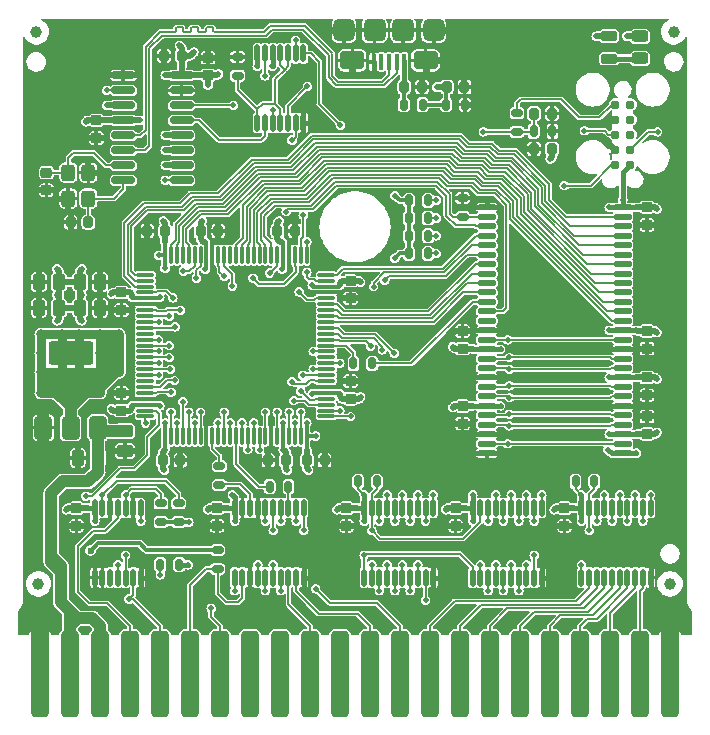
<source format=gtl>
G04 #@! TF.GenerationSoftware,KiCad,Pcbnew,7.0.10*
G04 #@! TF.CreationDate,2024-03-18T18:47:05-04:00*
G04 #@! TF.ProjectId,GW4302,47573433-3032-42e6-9b69-6361645f7063,0.1*
G04 #@! TF.SameCoordinates,Original*
G04 #@! TF.FileFunction,Copper,L1,Top*
G04 #@! TF.FilePolarity,Positive*
%FSLAX46Y46*%
G04 Gerber Fmt 4.6, Leading zero omitted, Abs format (unit mm)*
G04 Created by KiCad (PCBNEW 7.0.10) date 2024-03-18 18:47:05*
%MOMM*%
%LPD*%
G01*
G04 APERTURE LIST*
G04 Aperture macros list*
%AMRoundRect*
0 Rectangle with rounded corners*
0 $1 Rounding radius*
0 $2 $3 $4 $5 $6 $7 $8 $9 X,Y pos of 4 corners*
0 Add a 4 corners polygon primitive as box body*
4,1,4,$2,$3,$4,$5,$6,$7,$8,$9,$2,$3,0*
0 Add four circle primitives for the rounded corners*
1,1,$1+$1,$2,$3*
1,1,$1+$1,$4,$5*
1,1,$1+$1,$6,$7*
1,1,$1+$1,$8,$9*
0 Add four rect primitives between the rounded corners*
20,1,$1+$1,$2,$3,$4,$5,0*
20,1,$1+$1,$4,$5,$6,$7,0*
20,1,$1+$1,$6,$7,$8,$9,0*
20,1,$1+$1,$8,$9,$2,$3,0*%
G04 Aperture macros list end*
G04 #@! TA.AperFunction,ComponentPad*
%ADD10C,2.000000*%
G04 #@! TD*
G04 #@! TA.AperFunction,SMDPad,CuDef*
%ADD11C,1.000000*%
G04 #@! TD*
G04 #@! TA.AperFunction,SMDPad,CuDef*
%ADD12RoundRect,0.112500X0.112500X-0.612500X0.112500X0.612500X-0.112500X0.612500X-0.112500X-0.612500X0*%
G04 #@! TD*
G04 #@! TA.AperFunction,SMDPad,CuDef*
%ADD13RoundRect,0.114500X0.640500X0.114500X-0.640500X0.114500X-0.640500X-0.114500X0.640500X-0.114500X0*%
G04 #@! TD*
G04 #@! TA.AperFunction,SMDPad,CuDef*
%ADD14RoundRect,0.212500X-0.262500X0.212500X-0.262500X-0.212500X0.262500X-0.212500X0.262500X0.212500X0*%
G04 #@! TD*
G04 #@! TA.AperFunction,SMDPad,CuDef*
%ADD15RoundRect,0.262500X0.262500X0.437500X-0.262500X0.437500X-0.262500X-0.437500X0.262500X-0.437500X0*%
G04 #@! TD*
G04 #@! TA.AperFunction,SMDPad,CuDef*
%ADD16RoundRect,0.262500X-0.262500X-0.437500X0.262500X-0.437500X0.262500X0.437500X-0.262500X0.437500X0*%
G04 #@! TD*
G04 #@! TA.AperFunction,SMDPad,CuDef*
%ADD17RoundRect,0.175000X-0.300000X0.175000X-0.300000X-0.175000X0.300000X-0.175000X0.300000X0.175000X0*%
G04 #@! TD*
G04 #@! TA.AperFunction,SMDPad,CuDef*
%ADD18RoundRect,0.175000X-0.175000X-0.300000X0.175000X-0.300000X0.175000X0.300000X-0.175000X0.300000X0*%
G04 #@! TD*
G04 #@! TA.AperFunction,SMDPad,CuDef*
%ADD19RoundRect,0.212500X0.262500X-0.212500X0.262500X0.212500X-0.262500X0.212500X-0.262500X-0.212500X0*%
G04 #@! TD*
G04 #@! TA.AperFunction,SMDPad,CuDef*
%ADD20RoundRect,0.212500X-0.212500X-0.262500X0.212500X-0.262500X0.212500X0.262500X-0.212500X0.262500X0*%
G04 #@! TD*
G04 #@! TA.AperFunction,SMDPad,CuDef*
%ADD21RoundRect,0.175000X0.300000X-0.175000X0.300000X0.175000X-0.300000X0.175000X-0.300000X-0.175000X0*%
G04 #@! TD*
G04 #@! TA.AperFunction,SMDPad,CuDef*
%ADD22RoundRect,0.175000X0.175000X0.300000X-0.175000X0.300000X-0.175000X-0.300000X0.175000X-0.300000X0*%
G04 #@! TD*
G04 #@! TA.AperFunction,SMDPad,CuDef*
%ADD23RoundRect,0.212500X0.212500X0.262500X-0.212500X0.262500X-0.212500X-0.262500X0.212500X-0.262500X0*%
G04 #@! TD*
G04 #@! TA.AperFunction,SMDPad,CuDef*
%ADD24RoundRect,0.300000X0.450000X-0.700000X0.450000X0.700000X-0.450000X0.700000X-0.450000X-0.700000X0*%
G04 #@! TD*
G04 #@! TA.AperFunction,SMDPad,CuDef*
%ADD25RoundRect,0.300000X1.600000X-0.700000X1.600000X0.700000X-1.600000X0.700000X-1.600000X-0.700000X0*%
G04 #@! TD*
G04 #@! TA.AperFunction,SMDPad,CuDef*
%ADD26RoundRect,0.262500X-0.437500X0.262500X-0.437500X-0.262500X0.437500X-0.262500X0.437500X0.262500X0*%
G04 #@! TD*
G04 #@! TA.AperFunction,SMDPad,CuDef*
%ADD27RoundRect,0.075000X-0.662500X-0.075000X0.662500X-0.075000X0.662500X0.075000X-0.662500X0.075000X0*%
G04 #@! TD*
G04 #@! TA.AperFunction,SMDPad,CuDef*
%ADD28RoundRect,0.075000X-0.075000X-0.662500X0.075000X-0.662500X0.075000X0.662500X-0.075000X0.662500X0*%
G04 #@! TD*
G04 #@! TA.AperFunction,SMDPad,CuDef*
%ADD29RoundRect,0.150000X-0.825000X-0.150000X0.825000X-0.150000X0.825000X0.150000X-0.825000X0.150000X0*%
G04 #@! TD*
G04 #@! TA.AperFunction,SMDPad,CuDef*
%ADD30RoundRect,0.100000X0.100000X0.575000X-0.100000X0.575000X-0.100000X-0.575000X0.100000X-0.575000X0*%
G04 #@! TD*
G04 #@! TA.AperFunction,SMDPad,CuDef*
%ADD31RoundRect,0.450000X0.450000X0.500000X-0.450000X0.500000X-0.450000X-0.500000X0.450000X-0.500000X0*%
G04 #@! TD*
G04 #@! TA.AperFunction,SMDPad,CuDef*
%ADD32RoundRect,0.400000X0.650000X0.400000X-0.650000X0.400000X-0.650000X-0.400000X0.650000X-0.400000X0*%
G04 #@! TD*
G04 #@! TA.AperFunction,SMDPad,CuDef*
%ADD33RoundRect,0.475000X0.475000X0.475000X-0.475000X0.475000X-0.475000X-0.475000X0.475000X-0.475000X0*%
G04 #@! TD*
G04 #@! TA.AperFunction,ConnectorPad*
%ADD34C,0.787400*%
G04 #@! TD*
G04 #@! TA.AperFunction,SMDPad,CuDef*
%ADD35RoundRect,0.300000X-0.300000X0.400000X-0.300000X-0.400000X0.300000X-0.400000X0.300000X0.400000X0*%
G04 #@! TD*
G04 #@! TA.AperFunction,SMDPad,CuDef*
%ADD36RoundRect,0.243750X-0.456250X0.243750X-0.456250X-0.243750X0.456250X-0.243750X0.456250X0.243750X0*%
G04 #@! TD*
G04 #@! TA.AperFunction,SMDPad,CuDef*
%ADD37RoundRect,0.212500X-0.487500X0.212500X-0.487500X-0.212500X0.487500X-0.212500X0.487500X0.212500X0*%
G04 #@! TD*
G04 #@! TA.AperFunction,SMDPad,CuDef*
%ADD38RoundRect,0.381000X0.381000X3.289000X-0.381000X3.289000X-0.381000X-3.289000X0.381000X-3.289000X0*%
G04 #@! TD*
G04 #@! TA.AperFunction,ViaPad*
%ADD39C,0.600000*%
G04 #@! TD*
G04 #@! TA.AperFunction,ViaPad*
%ADD40C,0.500000*%
G04 #@! TD*
G04 #@! TA.AperFunction,ViaPad*
%ADD41C,1.000000*%
G04 #@! TD*
G04 #@! TA.AperFunction,ViaPad*
%ADD42C,0.800000*%
G04 #@! TD*
G04 #@! TA.AperFunction,Conductor*
%ADD43C,1.000000*%
G04 #@! TD*
G04 #@! TA.AperFunction,Conductor*
%ADD44C,0.300000*%
G04 #@! TD*
G04 #@! TA.AperFunction,Conductor*
%ADD45C,0.450000*%
G04 #@! TD*
G04 #@! TA.AperFunction,Conductor*
%ADD46C,0.500000*%
G04 #@! TD*
G04 #@! TA.AperFunction,Conductor*
%ADD47C,0.150000*%
G04 #@! TD*
G04 #@! TA.AperFunction,Conductor*
%ADD48C,0.508000*%
G04 #@! TD*
G04 #@! TA.AperFunction,Conductor*
%ADD49C,0.600000*%
G04 #@! TD*
G04 #@! TA.AperFunction,Conductor*
%ADD50C,1.524000*%
G04 #@! TD*
G04 #@! TA.AperFunction,Conductor*
%ADD51C,0.400000*%
G04 #@! TD*
G04 #@! TA.AperFunction,Conductor*
%ADD52C,0.800000*%
G04 #@! TD*
G04 APERTURE END LIST*
D10*
X105410000Y-88011000D03*
D11*
X105283000Y-85471000D03*
D10*
X158750000Y-88011000D03*
D12*
X142050000Y-84950000D03*
X142700000Y-84950000D03*
X143350000Y-84950000D03*
X144000000Y-84950000D03*
X144650000Y-84950000D03*
X145300000Y-84950000D03*
X145950000Y-84950000D03*
X146600000Y-84950000D03*
X147250000Y-84950000D03*
X147900000Y-84950000D03*
X147900000Y-79050000D03*
X147250000Y-79050000D03*
X146600000Y-79050000D03*
X145950000Y-79050000D03*
X145300000Y-79050000D03*
X144650000Y-79050000D03*
X144000000Y-79050000D03*
X143350000Y-79050000D03*
X142700000Y-79050000D03*
X142050000Y-79050000D03*
D13*
X154750000Y-74400000D03*
X154750000Y-73600000D03*
X154750000Y-72800000D03*
X154750000Y-72000000D03*
X154750000Y-71200000D03*
X154750000Y-70400000D03*
X154750000Y-69600000D03*
X154750000Y-68800000D03*
X154750000Y-68000000D03*
X154750000Y-67200000D03*
X154750000Y-66400000D03*
X154750000Y-65600000D03*
X154750000Y-64800000D03*
X154750000Y-64000000D03*
X154750000Y-63200000D03*
X154750000Y-62400000D03*
X154750000Y-61600000D03*
X154750000Y-60800000D03*
X154750000Y-60000000D03*
X154750000Y-59200000D03*
X154750000Y-58400000D03*
X154750000Y-57600000D03*
X154750000Y-56800000D03*
X154750000Y-56000000D03*
X154750000Y-55200000D03*
X154750000Y-54400000D03*
X154750000Y-53600000D03*
X143250000Y-53600000D03*
X143250000Y-54400000D03*
X143250000Y-55200000D03*
X143250000Y-56000000D03*
X143250000Y-56800000D03*
X143250000Y-57600000D03*
X143250000Y-58400000D03*
X143250000Y-59200000D03*
X143250000Y-60000000D03*
X143250000Y-60800000D03*
X143250000Y-61600000D03*
X143250000Y-62400000D03*
X143250000Y-63200000D03*
X143250000Y-64000000D03*
X143250000Y-64800000D03*
X143250000Y-65600000D03*
X143250000Y-66400000D03*
X143250000Y-67200000D03*
X143250000Y-68000000D03*
X143250000Y-68800000D03*
X143250000Y-69600000D03*
X143250000Y-70400000D03*
X143250000Y-71200000D03*
X143250000Y-72000000D03*
X143250000Y-72800000D03*
X143250000Y-73600000D03*
X143250000Y-74400000D03*
D12*
X151250000Y-84950000D03*
X151900000Y-84950000D03*
X152550000Y-84950000D03*
X153200000Y-84950000D03*
X153850000Y-84950000D03*
X154500000Y-84950000D03*
X155150000Y-84950000D03*
X155800000Y-84950000D03*
X156450000Y-84950000D03*
X157100000Y-84950000D03*
X157100000Y-79050000D03*
X156450000Y-79050000D03*
X155800000Y-79050000D03*
X155150000Y-79050000D03*
X154500000Y-79050000D03*
X153850000Y-79050000D03*
X153200000Y-79050000D03*
X152550000Y-79050000D03*
X151900000Y-79050000D03*
X151250000Y-79050000D03*
D11*
X158750000Y-85471000D03*
D14*
X108500000Y-79050000D03*
X108500000Y-80550000D03*
D12*
X110050000Y-84950000D03*
X110700000Y-84950000D03*
X111350000Y-84950000D03*
X112000000Y-84950000D03*
X112650000Y-84950000D03*
X113300000Y-84950000D03*
X113950000Y-84950000D03*
X113950000Y-79050000D03*
X113300000Y-79050000D03*
X112650000Y-79050000D03*
X112000000Y-79050000D03*
X111350000Y-79050000D03*
X110700000Y-79050000D03*
X110050000Y-79050000D03*
D14*
X120400000Y-79050000D03*
X120400000Y-80550000D03*
X140600000Y-79050000D03*
X140600000Y-80550000D03*
D15*
X107000000Y-62100000D03*
X105300000Y-62100000D03*
D16*
X108800000Y-62100000D03*
X110500000Y-62100000D03*
X108800000Y-59900000D03*
X110500000Y-59900000D03*
D17*
X120450000Y-82600000D03*
X120450000Y-84200000D03*
D12*
X132850000Y-84950000D03*
X133500000Y-84950000D03*
X134150000Y-84950000D03*
X134800000Y-84950000D03*
X135450000Y-84950000D03*
X136100000Y-84950000D03*
X136750000Y-84950000D03*
X137400000Y-84950000D03*
X138050000Y-84950000D03*
X138700000Y-84950000D03*
X138700000Y-79050000D03*
X138050000Y-79050000D03*
X137400000Y-79050000D03*
X136750000Y-79050000D03*
X136100000Y-79050000D03*
X135450000Y-79050000D03*
X134800000Y-79050000D03*
X134150000Y-79050000D03*
X133500000Y-79050000D03*
X132850000Y-79050000D03*
X121900000Y-84950000D03*
X122550000Y-84950000D03*
X123200000Y-84950000D03*
X123850000Y-84950000D03*
X124500000Y-84950000D03*
X125150000Y-84950000D03*
X125800000Y-84950000D03*
X126450000Y-84950000D03*
X127100000Y-84950000D03*
X127750000Y-84950000D03*
X127750000Y-79050000D03*
X127100000Y-79050000D03*
X126450000Y-79050000D03*
X125800000Y-79050000D03*
X125150000Y-79050000D03*
X124500000Y-79050000D03*
X123850000Y-79050000D03*
X123200000Y-79050000D03*
X122550000Y-79050000D03*
X121900000Y-79050000D03*
D14*
X149800000Y-79050000D03*
X149800000Y-80550000D03*
X131350000Y-79050000D03*
X131350000Y-80550000D03*
D12*
X123800000Y-46450000D03*
X124450000Y-46450000D03*
X125100000Y-46450000D03*
X125750000Y-46450000D03*
X126400000Y-46450000D03*
X127050000Y-46450000D03*
X127700000Y-46450000D03*
X127700000Y-40550000D03*
X127050000Y-40550000D03*
X126400000Y-40550000D03*
X125750000Y-40550000D03*
X125100000Y-40550000D03*
X124450000Y-40550000D03*
X123800000Y-40550000D03*
D14*
X156800000Y-53600000D03*
X156800000Y-55100000D03*
D18*
X139800000Y-44900000D03*
X141400000Y-44900000D03*
D14*
X156800000Y-64050000D03*
X156800000Y-65550000D03*
X156800000Y-68000000D03*
X156800000Y-69500000D03*
D19*
X156800000Y-72800000D03*
X156800000Y-71300000D03*
D20*
X147250000Y-45650000D03*
X148750000Y-45650000D03*
D21*
X145800000Y-47200000D03*
X145800000Y-45600000D03*
D22*
X148800000Y-47150000D03*
X147200000Y-47150000D03*
D23*
X117411500Y-40767000D03*
X115911500Y-40767000D03*
X109500000Y-54850600D03*
X108000000Y-54850600D03*
D14*
X105950000Y-50650600D03*
X105950000Y-52150600D03*
D20*
X115800000Y-75000000D03*
X117300000Y-75000000D03*
X128000000Y-75000000D03*
X129500000Y-75000000D03*
D23*
X126250000Y-75000000D03*
X124750000Y-75000000D03*
D19*
X131700000Y-69800000D03*
X131700000Y-68300000D03*
D11*
X159067500Y-38735000D03*
X105092500Y-38735000D03*
D14*
X131700000Y-59800000D03*
X131700000Y-61300000D03*
D20*
X125500000Y-55600000D03*
X127000000Y-55600000D03*
X119000000Y-55600000D03*
X120500000Y-55600000D03*
D14*
X112300000Y-60800000D03*
X112300000Y-62300000D03*
D23*
X116000000Y-55600000D03*
X114500000Y-55600000D03*
D19*
X112300000Y-70800000D03*
X112300000Y-69300000D03*
D24*
X105700000Y-72250000D03*
D25*
X108000000Y-65950000D03*
D24*
X108000000Y-72250000D03*
X110300000Y-72250000D03*
D15*
X110300000Y-74800000D03*
X108600000Y-74800000D03*
D26*
X112600000Y-72550000D03*
X112600000Y-74250000D03*
D14*
X141200000Y-70400000D03*
X141200000Y-71900000D03*
D19*
X141200000Y-65550000D03*
X141200000Y-64050000D03*
D27*
X114337500Y-59300000D03*
X114337500Y-59800000D03*
X114337500Y-60300000D03*
X114337500Y-60800000D03*
X114337500Y-61300000D03*
X114337500Y-61800000D03*
X114337500Y-62300000D03*
X114337500Y-62800000D03*
X114337500Y-63300000D03*
X114337500Y-63800000D03*
X114337500Y-64300000D03*
X114337500Y-64800000D03*
X114337500Y-65300000D03*
X114337500Y-65800000D03*
X114337500Y-66300000D03*
X114337500Y-66800000D03*
X114337500Y-67300000D03*
X114337500Y-67800000D03*
X114337500Y-68300000D03*
X114337500Y-68800000D03*
X114337500Y-69300000D03*
X114337500Y-69800000D03*
X114337500Y-70300000D03*
X114337500Y-70800000D03*
X114337500Y-71300000D03*
D28*
X116000000Y-72962500D03*
X116500000Y-72962500D03*
X117000000Y-72962500D03*
X117500000Y-72962500D03*
X118000000Y-72962500D03*
X118500000Y-72962500D03*
X119000000Y-72962500D03*
X119500000Y-72962500D03*
X120000000Y-72962500D03*
X120500000Y-72962500D03*
X121000000Y-72962500D03*
X121500000Y-72962500D03*
X122000000Y-72962500D03*
X122500000Y-72962500D03*
X123000000Y-72962500D03*
X123500000Y-72962500D03*
X124000000Y-72962500D03*
X124500000Y-72962500D03*
X125000000Y-72962500D03*
X125500000Y-72962500D03*
X126000000Y-72962500D03*
X126500000Y-72962500D03*
X127000000Y-72962500D03*
X127500000Y-72962500D03*
X128000000Y-72962500D03*
D27*
X129662500Y-71300000D03*
X129662500Y-70800000D03*
X129662500Y-70300000D03*
X129662500Y-69800000D03*
X129662500Y-69300000D03*
X129662500Y-68800000D03*
X129662500Y-68300000D03*
X129662500Y-67800000D03*
X129662500Y-67300000D03*
X129662500Y-66800000D03*
X129662500Y-66300000D03*
X129662500Y-65800000D03*
X129662500Y-65300000D03*
X129662500Y-64800000D03*
X129662500Y-64300000D03*
X129662500Y-63800000D03*
X129662500Y-63300000D03*
X129662500Y-62800000D03*
X129662500Y-62300000D03*
X129662500Y-61800000D03*
X129662500Y-61300000D03*
X129662500Y-60800000D03*
X129662500Y-60300000D03*
X129662500Y-59800000D03*
X129662500Y-59300000D03*
D28*
X128000000Y-57637500D03*
X127500000Y-57637500D03*
X127000000Y-57637500D03*
X126500000Y-57637500D03*
X126000000Y-57637500D03*
X125500000Y-57637500D03*
X125000000Y-57637500D03*
X124500000Y-57637500D03*
X124000000Y-57637500D03*
X123500000Y-57637500D03*
X123000000Y-57637500D03*
X122500000Y-57637500D03*
X122000000Y-57637500D03*
X121500000Y-57637500D03*
X121000000Y-57637500D03*
X120500000Y-57637500D03*
X120000000Y-57637500D03*
X119500000Y-57637500D03*
X119000000Y-57637500D03*
X118500000Y-57637500D03*
X118000000Y-57637500D03*
X117500000Y-57637500D03*
X117000000Y-57637500D03*
X116500000Y-57637500D03*
X116000000Y-57637500D03*
D17*
X141200000Y-52800000D03*
X141200000Y-54400000D03*
D20*
X139850000Y-43400000D03*
X141350000Y-43400000D03*
D29*
X112460000Y-42418000D03*
X112460000Y-43688000D03*
X112460000Y-44958000D03*
X112460000Y-46228000D03*
X112460000Y-47498000D03*
X112460000Y-48768000D03*
X112460000Y-50038000D03*
X112460000Y-51308000D03*
X117410000Y-51308000D03*
X117410000Y-50038000D03*
X117410000Y-48768000D03*
X117410000Y-47498000D03*
X117410000Y-46228000D03*
X117410000Y-44958000D03*
X117410000Y-43688000D03*
X117410000Y-42418000D03*
D14*
X110172500Y-46228000D03*
X110172500Y-47728000D03*
D19*
X119634000Y-42418000D03*
X119634000Y-40918000D03*
D15*
X107000000Y-59900000D03*
X105300000Y-59900000D03*
D30*
X136250000Y-41275000D03*
X135600000Y-41275000D03*
X134950000Y-41275000D03*
X134300000Y-41275000D03*
X133650000Y-41275000D03*
D31*
X138750000Y-38600000D03*
D32*
X138050000Y-41150000D03*
D33*
X136150000Y-38600000D03*
X133750000Y-38600000D03*
D32*
X131850000Y-41150000D03*
D31*
X131150000Y-38600000D03*
D34*
X154114500Y-44894500D03*
X154114500Y-46164500D03*
X154114500Y-47434500D03*
X154114500Y-48704500D03*
X154114500Y-49974500D03*
X155384500Y-49974500D03*
X155384500Y-48704500D03*
X155384500Y-47434500D03*
X155384500Y-46164500D03*
X155384500Y-44894500D03*
D22*
X138250000Y-57500000D03*
X136650000Y-57500000D03*
X138250000Y-53000000D03*
X136650000Y-53000000D03*
X138250000Y-56000000D03*
X136650000Y-56000000D03*
X138250000Y-54500000D03*
X136650000Y-54500000D03*
X137800000Y-44900000D03*
X136200000Y-44900000D03*
X133550000Y-66800000D03*
X131950000Y-66800000D03*
D18*
X124850000Y-77250000D03*
X126450000Y-77250000D03*
D21*
X122150000Y-42450000D03*
X122150000Y-40850000D03*
D17*
X120600000Y-75500000D03*
X120600000Y-77100000D03*
X115650000Y-78650000D03*
X115650000Y-80250000D03*
D35*
X107800000Y-50650600D03*
X107800000Y-52850600D03*
X109500000Y-52850600D03*
X109500000Y-50650600D03*
D22*
X152350000Y-76800000D03*
X150750000Y-76800000D03*
D23*
X148750000Y-48650000D03*
X147250000Y-48650000D03*
D22*
X133950000Y-76800000D03*
X132350000Y-76800000D03*
D18*
X115600000Y-83850000D03*
X117200000Y-83850000D03*
D36*
X156200000Y-39112500D03*
X156200000Y-40987500D03*
D20*
X136250000Y-43400000D03*
X137750000Y-43400000D03*
D37*
X153600000Y-39100000D03*
X153600000Y-41000000D03*
D17*
X117150000Y-78650000D03*
X117150000Y-80250000D03*
D38*
X105410000Y-93118000D03*
X107950000Y-93118000D03*
X110490000Y-93118000D03*
X113030000Y-93118000D03*
X115570000Y-93118000D03*
X118110000Y-93118000D03*
X120650000Y-93118000D03*
X123190000Y-93118000D03*
X125730000Y-93118000D03*
X128270000Y-93118000D03*
X130810000Y-93118000D03*
X133350000Y-93118000D03*
X135890000Y-93118000D03*
X138430000Y-93118000D03*
X140970000Y-93118000D03*
X143510000Y-93118000D03*
X146050000Y-93118000D03*
X148590000Y-93118000D03*
X151130000Y-93118000D03*
X153670000Y-93118000D03*
X156210000Y-93118000D03*
X158750000Y-93118000D03*
D39*
X109700000Y-82650000D03*
X107188000Y-83947000D03*
D40*
X109220000Y-89408000D03*
X111760000Y-89408000D03*
X106680000Y-89408000D03*
X104140000Y-89408000D03*
X114300000Y-89408000D03*
X116840000Y-89408000D03*
X119380000Y-89408000D03*
X121920000Y-89408000D03*
X124460000Y-89408000D03*
X127000000Y-89408000D03*
X129540000Y-89408000D03*
X132080000Y-89408000D03*
X134620000Y-89408000D03*
X137160000Y-89408000D03*
X139700000Y-89408000D03*
X142240000Y-89408000D03*
X144780000Y-89408000D03*
X147320000Y-89408000D03*
X149860000Y-89408000D03*
X152400000Y-89408000D03*
X154940000Y-89408000D03*
X157480000Y-89408000D03*
X160020000Y-89408000D03*
X104330500Y-79438500D03*
X147900000Y-83850000D03*
X147900000Y-86050000D03*
X148500000Y-84950000D03*
X139300000Y-84950000D03*
X138700000Y-83850000D03*
X138700000Y-86050000D03*
X150650000Y-80550000D03*
X148950000Y-80400000D03*
X130550000Y-80400000D03*
X132250000Y-80550000D03*
X121300000Y-80550000D03*
X119600000Y-80400000D03*
X144400000Y-72800000D03*
X144400000Y-68000000D03*
X144400000Y-64000000D03*
X144400000Y-53600000D03*
X153600000Y-70400000D03*
X153600000Y-65600000D03*
X157650000Y-54950000D03*
X157650000Y-65400000D03*
X157650000Y-69350000D03*
X157650000Y-71450000D03*
X129350000Y-74150000D03*
X129350000Y-75850000D03*
X124460000Y-37973000D03*
X142430500Y-37973000D03*
X121729500Y-37973000D03*
X116649500Y-37973000D03*
X106489500Y-37973000D03*
X132550000Y-61150000D03*
X126600000Y-56500000D03*
X126850000Y-54750000D03*
X120350000Y-54750000D03*
X120100000Y-56500000D03*
X113200000Y-61900000D03*
X111450000Y-62150000D03*
X114650000Y-54750000D03*
X114650000Y-56450000D03*
X113200000Y-69700000D03*
X111450000Y-69450000D03*
X107900000Y-61000000D03*
X110350000Y-63200000D03*
X105450000Y-63200000D03*
X128450000Y-60900000D03*
X126600000Y-58850000D03*
X120100000Y-58850000D03*
X115550000Y-61900000D03*
X115550000Y-69700000D03*
X142100000Y-68000000D03*
X142100000Y-64000000D03*
X142100000Y-53600000D03*
X155900000Y-65600000D03*
X155900000Y-70400000D03*
X140350000Y-64200000D03*
X138750000Y-65800000D03*
X119800000Y-51900000D03*
X159829500Y-54038500D03*
X159829500Y-59118500D03*
X159829500Y-64198500D03*
X159829500Y-69278500D03*
X159829500Y-74358500D03*
X159829500Y-79438500D03*
X159829500Y-84518500D03*
X104330500Y-74358500D03*
X104330500Y-69278500D03*
X104330500Y-64198500D03*
X104330500Y-54038500D03*
X104330500Y-59118500D03*
X104330500Y-43878500D03*
X104330500Y-48958500D03*
X127850000Y-41900000D03*
X130800000Y-76350000D03*
X133900000Y-68850000D03*
X137750000Y-72750000D03*
X141750000Y-69300000D03*
X139600000Y-74400000D03*
X133550000Y-72750000D03*
X141900000Y-58100000D03*
X126200000Y-49050000D03*
X141850000Y-46450000D03*
X132500000Y-46400000D03*
X140050000Y-62700000D03*
X147550000Y-66800000D03*
X147550000Y-69200000D03*
X147550000Y-71600000D03*
X147550000Y-74450000D03*
X146250000Y-68000000D03*
X146250000Y-72800000D03*
X146250000Y-70400000D03*
X146250000Y-65550000D03*
X150650000Y-68000000D03*
X150650000Y-72800000D03*
X150650000Y-70400000D03*
X150650000Y-65550000D03*
X120850000Y-77950000D03*
X136400000Y-67900000D03*
X136650000Y-69300000D03*
X141400000Y-55800000D03*
X118300000Y-56350000D03*
X121400000Y-86550000D03*
X118000000Y-65300000D03*
X119850000Y-65300000D03*
X122550000Y-80950000D03*
X109500000Y-49550600D03*
X129550000Y-43450000D03*
X149550000Y-47150000D03*
X147400000Y-49500000D03*
X155950000Y-71450000D03*
X117100000Y-52750000D03*
X122150000Y-40050000D03*
X118950000Y-75800000D03*
X130000000Y-45000000D03*
X142050000Y-71750000D03*
X113700000Y-74100000D03*
X153289000Y-46164500D03*
X117150000Y-74150000D03*
X118650000Y-86550000D03*
X113855500Y-42418000D03*
X157670500Y-37973000D03*
X141350000Y-42550000D03*
X142150000Y-44900000D03*
X118745000Y-41084500D03*
X124400000Y-82450000D03*
X114050000Y-75750000D03*
X123800000Y-49050000D03*
X159829500Y-40068500D03*
X124900000Y-75850000D03*
X149950000Y-76850000D03*
X125000000Y-71850000D03*
X116078000Y-39878000D03*
X128350000Y-77150000D03*
X140350000Y-71750000D03*
X133650000Y-42350000D03*
X119500000Y-74100000D03*
X142100000Y-74400000D03*
X105100000Y-52150000D03*
X111061500Y-47561500D03*
X104330500Y-84518500D03*
X157100000Y-83850000D03*
X130800000Y-68700000D03*
X104330500Y-40068500D03*
X143250000Y-52950000D03*
X148590000Y-88340000D03*
X128350000Y-46450000D03*
X120523000Y-41084500D03*
D39*
X131850000Y-42400000D03*
D40*
X128350000Y-84950000D03*
X134800000Y-52250000D03*
X125800000Y-88050000D03*
X119500000Y-71850000D03*
X110350000Y-58800000D03*
X139750000Y-80400000D03*
X112400000Y-80850000D03*
X157100000Y-86050000D03*
X122000000Y-68300000D03*
X107650000Y-80400000D03*
X130800000Y-60900000D03*
X132550000Y-68450000D03*
X118950000Y-83200000D03*
X154450000Y-88000000D03*
X114046000Y-48133000D03*
X110500000Y-50650600D03*
X115700000Y-52750000D03*
X150550000Y-86400000D03*
X144400000Y-74400000D03*
D39*
X140100000Y-38600000D03*
D40*
X117100000Y-85000000D03*
X142100000Y-72800000D03*
X147510500Y-37973000D03*
X122800000Y-48500000D03*
X123100000Y-87750000D03*
X125000000Y-74100000D03*
X111150000Y-81450000D03*
X153500000Y-66800000D03*
X120450000Y-44450000D03*
X155950000Y-54950000D03*
X111061500Y-42418000D03*
X113650000Y-55600000D03*
X105450000Y-58800000D03*
X116078000Y-41656000D03*
X108750000Y-73700000D03*
X132200000Y-65450000D03*
X127750000Y-83850000D03*
X136550000Y-66050000D03*
X145550000Y-88050000D03*
X119634000Y-40132000D03*
X154950000Y-76050000D03*
X123850000Y-80950000D03*
X107800000Y-53950600D03*
X149500000Y-43950000D03*
X113950000Y-86050000D03*
X108000000Y-55700600D03*
X121650000Y-54600000D03*
X115050000Y-82000000D03*
D39*
X138050000Y-42450000D03*
D40*
X146450000Y-48650000D03*
X111569500Y-37973000D03*
X141450000Y-80550000D03*
X152590500Y-37973000D03*
X111500000Y-74100000D03*
X122650000Y-58950000D03*
X153035000Y-47625000D03*
X159829500Y-48958500D03*
X148150000Y-43800000D03*
X127700000Y-45250000D03*
X109350000Y-80400000D03*
X128450000Y-68700000D03*
X153500000Y-69200000D03*
X118999000Y-45593000D03*
X150649999Y-64300000D03*
X119900000Y-48050000D03*
X127750000Y-86050000D03*
X105450000Y-61000000D03*
X109283500Y-47561500D03*
D41*
X105700000Y-70600000D03*
D40*
X141850000Y-87450000D03*
X143000000Y-87750000D03*
X151850000Y-74100000D03*
X127700000Y-47550000D03*
X149550000Y-45650000D03*
X140150000Y-72800000D03*
X106800000Y-52850600D03*
X153500000Y-71600000D03*
X117150000Y-75850000D03*
X159829500Y-43878500D03*
X107750000Y-77750000D03*
X136250000Y-64000000D03*
X112300000Y-59850000D03*
X130900000Y-65800000D03*
X108750000Y-75900000D03*
X128270000Y-37973000D03*
X144050000Y-87750000D03*
X130250000Y-86250000D03*
X155300000Y-87150000D03*
X122250000Y-47300000D03*
D39*
X139550000Y-41150000D03*
D40*
X144400000Y-44950000D03*
X155950000Y-69350000D03*
X115750000Y-77250000D03*
D39*
X129800000Y-38600000D03*
D40*
X131250000Y-81550000D03*
X111500000Y-82650000D03*
X114550000Y-84950000D03*
D41*
X105700000Y-73900000D03*
D40*
X114800000Y-77950000D03*
X115950000Y-81350000D03*
X113950000Y-83850000D03*
X120650000Y-47300000D03*
X116000000Y-74100000D03*
X148950000Y-79200000D03*
X132850000Y-77950000D03*
X132850000Y-80150000D03*
X130550000Y-79200000D03*
X132250000Y-79050000D03*
X121300000Y-79050000D03*
X121900000Y-80150000D03*
X119600000Y-79200000D03*
X144400000Y-70400000D03*
X144400000Y-65600000D03*
X153600000Y-72800000D03*
X153600000Y-68000000D03*
X153600000Y-64000000D03*
X153600000Y-53600000D03*
X157650000Y-53750000D03*
X157650000Y-64200000D03*
X157650000Y-68150000D03*
X157650000Y-72650000D03*
X128000000Y-74100000D03*
X128150000Y-75850000D03*
X132550000Y-59950000D03*
X125900000Y-56500000D03*
X125650000Y-54750000D03*
X119150000Y-54750000D03*
X119400000Y-56500000D03*
X113200000Y-61200000D03*
X111450000Y-60950000D03*
X116000000Y-56500000D03*
X115850000Y-54750000D03*
X111450000Y-70650000D03*
X113200000Y-70400000D03*
X108950000Y-61000000D03*
X108950000Y-63200000D03*
X106850000Y-63200000D03*
D42*
X108750000Y-64350000D03*
X108750000Y-67550000D03*
X110500000Y-67550000D03*
X110500000Y-64350000D03*
X105500000Y-67550000D03*
X105500000Y-64350000D03*
X107250000Y-67550000D03*
X107250000Y-64350000D03*
X107250000Y-69300000D03*
X108750000Y-69300000D03*
X105500000Y-69300000D03*
X110500000Y-69300000D03*
X110500000Y-65950000D03*
X105500000Y-65950000D03*
X112100000Y-65950000D03*
X112100000Y-67550000D03*
X112100000Y-64350000D03*
D40*
X128450000Y-60200000D03*
X125900000Y-58850000D03*
X119400000Y-58850000D03*
X115550000Y-61200000D03*
X115550000Y-70400000D03*
X142100000Y-70400000D03*
X142100000Y-65600000D03*
X155900000Y-68000000D03*
X155900000Y-72800000D03*
X155900000Y-53600000D03*
X155900000Y-74400000D03*
X155900000Y-64000000D03*
X140350000Y-65400000D03*
X135450000Y-52600000D03*
X135450000Y-57900000D03*
X115950000Y-75850000D03*
X106850000Y-58800000D03*
X111061500Y-44958000D03*
X132550000Y-69650000D03*
X123800000Y-41650000D03*
X130800000Y-60200000D03*
X154749500Y-52959000D03*
X109450000Y-79050000D03*
X153500000Y-74100000D03*
X107900000Y-59900000D03*
X121900000Y-86050000D03*
X148600000Y-49500000D03*
X126000000Y-71850000D03*
X118808500Y-42418000D03*
X116014500Y-48768000D03*
X152500000Y-39100000D03*
X140350000Y-70550000D03*
X111061500Y-46228000D03*
X121700000Y-77950000D03*
X107650000Y-79200000D03*
X120523000Y-42291000D03*
D41*
X108000000Y-70600000D03*
D40*
X128000000Y-71850000D03*
X108950000Y-58800000D03*
X125095000Y-41656000D03*
X113855500Y-46228000D03*
X109283500Y-46355000D03*
X142050000Y-80150000D03*
X110050000Y-80150000D03*
X118000000Y-80250000D03*
X117221000Y-39878000D03*
X128750000Y-72950000D03*
X116000000Y-71850000D03*
X150650000Y-79050000D03*
X118427500Y-40449500D03*
X116014500Y-42418000D03*
X117950000Y-83850000D03*
X126350000Y-75850000D03*
X115450000Y-57650000D03*
X116014500Y-50038000D03*
X151250000Y-77950000D03*
X130800000Y-69400000D03*
X142050000Y-77950000D03*
X139750000Y-79200000D03*
X128450000Y-69400000D03*
X151250000Y-80150000D03*
X116000000Y-58750000D03*
X141450000Y-79050000D03*
X107900000Y-62100000D03*
X106850000Y-61000000D03*
X117411500Y-41719500D03*
X119634000Y-43243500D03*
X126000000Y-74100000D03*
X116014500Y-47498000D03*
X125150000Y-83850000D03*
X145300000Y-83850000D03*
X145950000Y-86050000D03*
X144000000Y-83850000D03*
X143350000Y-86050000D03*
X136100000Y-83850000D03*
X136750000Y-86050000D03*
X134150000Y-86050000D03*
X134800000Y-83850000D03*
X144650000Y-86050000D03*
X142700000Y-83850000D03*
X137400000Y-83850000D03*
X135450000Y-86050000D03*
X138050000Y-86850000D03*
X146600000Y-83850000D03*
X128750000Y-85900000D03*
X113950000Y-80150000D03*
X124500000Y-86050000D03*
X119900000Y-87550000D03*
X123850000Y-83850000D03*
X112950000Y-86750000D03*
X125800000Y-86050000D03*
X133500000Y-83850000D03*
X147250000Y-83050000D03*
X142950000Y-47200000D03*
X130850000Y-46650000D03*
X121000000Y-59450000D03*
X138950000Y-53000000D03*
X126750000Y-47900000D03*
X151500000Y-47100000D03*
X121700000Y-60250000D03*
X119000000Y-70950000D03*
X133500000Y-80950000D03*
X147900000Y-77950000D03*
X131700000Y-71300000D03*
X147250000Y-80150000D03*
X130800000Y-70800000D03*
X146600000Y-77950000D03*
X127500000Y-69150000D03*
X145950000Y-80150000D03*
X126900000Y-69950000D03*
X145300000Y-77950000D03*
X125500000Y-70950000D03*
X144650000Y-80150000D03*
X127500000Y-70950000D03*
X144000000Y-77950000D03*
X126500000Y-70950000D03*
X143350000Y-80150000D03*
X127000000Y-71850000D03*
X132850000Y-83050000D03*
X118500000Y-71850000D03*
X120500000Y-71850000D03*
X134150000Y-80150000D03*
X123000000Y-74100000D03*
X134800000Y-77950000D03*
X135450000Y-80150000D03*
X124000000Y-74100000D03*
X136100000Y-77950000D03*
X121000000Y-70950000D03*
X136750000Y-80150000D03*
X121500000Y-71850000D03*
X137400000Y-77950000D03*
X122500000Y-71850000D03*
X138050000Y-80150000D03*
X123500000Y-71850000D03*
X138700000Y-77950000D03*
X124500000Y-70950000D03*
X151900000Y-80950000D03*
X115450000Y-66800000D03*
X157100000Y-77950000D03*
X116650000Y-61250000D03*
X156450000Y-80150000D03*
X117300000Y-62300000D03*
X116350000Y-62800000D03*
X155800000Y-77950000D03*
X155150000Y-80150000D03*
X116850000Y-63700000D03*
X115450000Y-63300000D03*
X154500000Y-77950000D03*
X115450000Y-64800000D03*
X153850000Y-80150000D03*
X115450000Y-65800000D03*
X153200000Y-77950000D03*
X116350000Y-65300000D03*
X152550000Y-80150000D03*
X117500000Y-70050000D03*
X127100000Y-80150000D03*
X116500000Y-70950000D03*
X125150000Y-80950000D03*
X127750000Y-80950000D03*
X118000000Y-70950000D03*
X124500000Y-80150000D03*
X116500000Y-69250000D03*
X125800000Y-80150000D03*
X117000000Y-71850000D03*
X116450000Y-67300000D03*
X112650000Y-83050000D03*
X112650000Y-77950000D03*
X114350000Y-71850000D03*
X115450000Y-67800000D03*
X110700000Y-77950000D03*
X134600000Y-59750000D03*
X127350000Y-60750000D03*
X128000000Y-59100000D03*
X133650000Y-60300000D03*
X126250000Y-53950000D03*
X123450000Y-59600000D03*
X145000000Y-64800000D03*
X135400000Y-65950000D03*
X145150000Y-66300000D03*
X134400000Y-65650000D03*
X145150000Y-67300000D03*
X133400000Y-65350000D03*
X145150000Y-68700000D03*
X128550000Y-65800000D03*
X145150000Y-69700000D03*
X130800000Y-66800000D03*
X145150000Y-71100000D03*
X128550000Y-67300000D03*
X145150000Y-72100000D03*
X127650000Y-67800000D03*
X126750000Y-68350000D03*
X145000000Y-73600000D03*
X116800000Y-68250000D03*
X112000000Y-83850000D03*
X115600000Y-84700000D03*
X138950000Y-56000000D03*
X128000000Y-56500000D03*
X138950000Y-54500000D03*
X127700000Y-54250000D03*
X125100000Y-45350000D03*
X149800000Y-51750000D03*
X118650000Y-59600000D03*
X117550000Y-59000000D03*
X116014500Y-51308000D03*
X157700000Y-47200000D03*
X138950000Y-57500000D03*
X124850000Y-59150000D03*
X116350000Y-66300000D03*
X151250000Y-83850000D03*
X124450000Y-42450000D03*
X139000000Y-43400000D03*
X111061500Y-43688000D03*
X127050000Y-39450000D03*
X121793000Y-44958000D03*
X128050000Y-43350000D03*
X155100000Y-39100000D03*
X109300000Y-78050000D03*
D43*
X107950000Y-87800000D02*
X107188000Y-87038000D01*
X110490000Y-89027000D02*
X109855000Y-88392000D01*
X108542000Y-88392000D02*
X107950000Y-87800000D01*
X110300000Y-74800000D02*
X110300000Y-76000000D01*
D44*
X114400000Y-82600000D02*
X113850000Y-82050000D01*
D43*
X106350000Y-83109000D02*
X106350000Y-83600000D01*
X109855000Y-88392000D02*
X108542000Y-88392000D01*
X109500000Y-76800000D02*
X107350000Y-76800000D01*
X108542000Y-88435000D02*
X108542000Y-88392000D01*
X112600000Y-72550000D02*
X110600000Y-72550000D01*
X107950000Y-93118000D02*
X107950000Y-89027000D01*
X107188000Y-84438000D02*
X107188000Y-87038000D01*
X110600000Y-72550000D02*
X110300000Y-72250000D01*
D44*
X110300000Y-82050000D02*
X109700000Y-82650000D01*
D43*
X106350000Y-83600000D02*
X107188000Y-84438000D01*
D44*
X120450000Y-82600000D02*
X114400000Y-82600000D01*
D43*
X110300000Y-76000000D02*
X109500000Y-76800000D01*
X107350000Y-76800000D02*
X106350000Y-77800000D01*
X110490000Y-93118000D02*
X110490000Y-89027000D01*
D44*
X113850000Y-82050000D02*
X110300000Y-82050000D01*
D43*
X106350000Y-77800000D02*
X106350000Y-83109000D01*
X106350000Y-83109000D02*
X107188000Y-83947000D01*
X110300000Y-72250000D02*
X110300000Y-74800000D01*
X107950000Y-93118000D02*
X107950000Y-87800000D01*
X107188000Y-87038000D02*
X107188000Y-83947000D01*
X107950000Y-89027000D02*
X108542000Y-88435000D01*
D45*
X147900000Y-84950000D02*
X147900000Y-83850000D01*
X147900000Y-84950000D02*
X147900000Y-86050000D01*
X147900000Y-84950000D02*
X148500000Y-84950000D01*
X138700000Y-84950000D02*
X138700000Y-86050000D01*
X138700000Y-84950000D02*
X139300000Y-84950000D01*
X138700000Y-84950000D02*
X138700000Y-83850000D01*
D46*
X149800000Y-80550000D02*
X150650000Y-80550000D01*
X149100000Y-80550000D02*
X148950000Y-80400000D01*
X149800000Y-80550000D02*
X149100000Y-80550000D01*
X130700000Y-80550000D02*
X130550000Y-80400000D01*
X131400000Y-80550000D02*
X130700000Y-80550000D01*
X131400000Y-80550000D02*
X132250000Y-80550000D01*
X120450000Y-80550000D02*
X121300000Y-80550000D01*
X120450000Y-80550000D02*
X119750000Y-80550000D01*
X119750000Y-80550000D02*
X119600000Y-80400000D01*
D45*
X143250000Y-72800000D02*
X144400000Y-72800000D01*
X143250000Y-68000000D02*
X144400000Y-68000000D01*
X143250000Y-64000000D02*
X144400000Y-64000000D01*
X143250000Y-53600000D02*
X144400000Y-53600000D01*
X154750000Y-70400000D02*
X153600000Y-70400000D01*
X154750000Y-65600000D02*
X153600000Y-65600000D01*
D46*
X157500000Y-55100000D02*
X157650000Y-54950000D01*
X156800000Y-55100000D02*
X157500000Y-55100000D01*
X157500000Y-65550000D02*
X157650000Y-65400000D01*
X156800000Y-65550000D02*
X157500000Y-65550000D01*
X156800000Y-69500000D02*
X157500000Y-69500000D01*
X157500000Y-69500000D02*
X157650000Y-69350000D01*
X157500000Y-71300000D02*
X157650000Y-71450000D01*
X156800000Y-71300000D02*
X157500000Y-71300000D01*
X129500000Y-75000000D02*
X129500000Y-74300000D01*
X129500000Y-74300000D02*
X129350000Y-74150000D01*
X129500000Y-75700000D02*
X129350000Y-75850000D01*
X129500000Y-75000000D02*
X129500000Y-75700000D01*
X131700000Y-61300000D02*
X132400000Y-61300000D01*
X132400000Y-61300000D02*
X132550000Y-61150000D01*
D44*
X126500000Y-56600000D02*
X126600000Y-56500000D01*
X126500000Y-57637500D02*
X126500000Y-56600000D01*
D46*
X127000000Y-55600000D02*
X127000000Y-54900000D01*
X127000000Y-54900000D02*
X126850000Y-54750000D01*
X127000000Y-55600000D02*
X127000000Y-56300000D01*
X126800000Y-56500000D02*
X126600000Y-56500000D01*
X127000000Y-56300000D02*
X126800000Y-56500000D01*
X120500000Y-56300000D02*
X120300000Y-56500000D01*
X120300000Y-56500000D02*
X120100000Y-56500000D01*
X120500000Y-55600000D02*
X120500000Y-56300000D01*
X120500000Y-54900000D02*
X120350000Y-54750000D01*
D44*
X120000000Y-57637500D02*
X120000000Y-56600000D01*
D46*
X120500000Y-55600000D02*
X120500000Y-54900000D01*
D44*
X120000000Y-56600000D02*
X120100000Y-56500000D01*
D46*
X113000000Y-62300000D02*
X113200000Y-62100000D01*
D44*
X113300000Y-61800000D02*
X113200000Y-61900000D01*
D46*
X112300000Y-62300000D02*
X113000000Y-62300000D01*
D44*
X114337500Y-61800000D02*
X113300000Y-61800000D01*
D46*
X113200000Y-62100000D02*
X113200000Y-61900000D01*
X112300000Y-62300000D02*
X111600000Y-62300000D01*
X111600000Y-62300000D02*
X111450000Y-62150000D01*
X114500000Y-55600000D02*
X114500000Y-56300000D01*
X114500000Y-56300000D02*
X114650000Y-56450000D01*
X114500000Y-55600000D02*
X114500000Y-54900000D01*
X114500000Y-54900000D02*
X114650000Y-54750000D01*
X113000000Y-69300000D02*
X113200000Y-69500000D01*
D44*
X113300000Y-69800000D02*
X113200000Y-69700000D01*
D46*
X112300000Y-69300000D02*
X111600000Y-69300000D01*
X113200000Y-69500000D02*
X113200000Y-69700000D01*
X112300000Y-69300000D02*
X113000000Y-69300000D01*
X111600000Y-69300000D02*
X111450000Y-69450000D01*
D44*
X114337500Y-69800000D02*
X113300000Y-69800000D01*
D46*
X110500000Y-62100000D02*
X110500000Y-63050000D01*
X110500000Y-63050000D02*
X110350000Y-63200000D01*
X105300000Y-62100000D02*
X105300000Y-63050000D01*
X105300000Y-63050000D02*
X105450000Y-63200000D01*
D44*
X129662500Y-60800000D02*
X128550000Y-60800000D01*
X128550000Y-60800000D02*
X128450000Y-60900000D01*
X126500000Y-58750000D02*
X126600000Y-58850000D01*
X126500000Y-57637500D02*
X126500000Y-58750000D01*
X120000000Y-57637500D02*
X120000000Y-58750000D01*
X120000000Y-58750000D02*
X120100000Y-58850000D01*
X114337500Y-61800000D02*
X115450000Y-61800000D01*
X115450000Y-69800000D02*
X115550000Y-69700000D01*
X115450000Y-61800000D02*
X115550000Y-61900000D01*
X114337500Y-69800000D02*
X115450000Y-69800000D01*
D45*
X143250000Y-68000000D02*
X142100000Y-68000000D01*
X143250000Y-64000000D02*
X142100000Y-64000000D01*
X143250000Y-53600000D02*
X142100000Y-53600000D01*
X154750000Y-65600000D02*
X155900000Y-65600000D01*
X154750000Y-70400000D02*
X155900000Y-70400000D01*
D46*
X140500000Y-64050000D02*
X140350000Y-64200000D01*
X141200000Y-64050000D02*
X140500000Y-64050000D01*
D47*
X122550000Y-79050000D02*
X122550000Y-80950000D01*
D48*
X111400000Y-62100000D02*
X111450000Y-62150000D01*
D46*
X115911500Y-40767000D02*
X115911500Y-41489500D01*
X140600000Y-80550000D02*
X139900000Y-80550000D01*
X141900000Y-71900000D02*
X142050000Y-71750000D01*
D45*
X127750000Y-84950000D02*
X128350000Y-84950000D01*
D46*
X108000000Y-54150600D02*
X107800000Y-53950600D01*
D48*
X110500000Y-62100000D02*
X111400000Y-62100000D01*
D46*
X130800000Y-68500000D02*
X130800000Y-68700000D01*
D45*
X127750000Y-84950000D02*
X127750000Y-83850000D01*
D49*
X131850000Y-41150000D02*
X131850000Y-42400000D01*
D45*
X127700000Y-46450000D02*
X127700000Y-47550000D01*
X113950000Y-84950000D02*
X113950000Y-83850000D01*
D47*
X148800000Y-47150000D02*
X149550000Y-47150000D01*
D45*
X143250000Y-74400000D02*
X144400000Y-74400000D01*
X127700000Y-46450000D02*
X127700000Y-45250000D01*
D49*
X138050000Y-41150000D02*
X138050000Y-42450000D01*
D46*
X112600000Y-74250000D02*
X113550000Y-74250000D01*
D45*
X157100000Y-84950000D02*
X157100000Y-83850000D01*
D46*
X110172500Y-47728000D02*
X110895000Y-47728000D01*
X155950000Y-65550000D02*
X155900000Y-65600000D01*
X107800000Y-52850600D02*
X107800000Y-53950600D01*
D45*
X143250000Y-74400000D02*
X142100000Y-74400000D01*
D46*
X105300000Y-59900000D02*
X105300000Y-60850000D01*
X130800000Y-61100000D02*
X130800000Y-60900000D01*
D48*
X154114500Y-48704500D02*
X153035000Y-47625000D01*
D46*
X113550000Y-74250000D02*
X113700000Y-74100000D01*
X141400000Y-44900000D02*
X142150000Y-44900000D01*
X156800000Y-65550000D02*
X155950000Y-65550000D01*
X140600000Y-80550000D02*
X141450000Y-80550000D01*
X109500000Y-50650600D02*
X109500000Y-49550600D01*
X110895000Y-47728000D02*
X111061500Y-47561500D01*
X105300000Y-59900000D02*
X105300000Y-58950000D01*
D44*
X130700000Y-68800000D02*
X130800000Y-68700000D01*
D46*
X110500000Y-59900000D02*
X110500000Y-60850000D01*
X108600000Y-74800000D02*
X108600000Y-73850000D01*
X147250000Y-49350000D02*
X147400000Y-49500000D01*
D44*
X119500000Y-74100000D02*
X119500000Y-72962500D01*
D46*
X156800000Y-71300000D02*
X156100000Y-71300000D01*
D44*
X129662500Y-60800000D02*
X130700000Y-60800000D01*
D46*
X105300000Y-61150000D02*
X105450000Y-61000000D01*
X108000000Y-54850600D02*
X108000000Y-54150600D01*
X108500000Y-80550000D02*
X107800000Y-80550000D01*
X112460000Y-42418000D02*
X113855500Y-42418000D01*
X156100000Y-55100000D02*
X155950000Y-54950000D01*
D47*
X123850000Y-79050000D02*
X123850000Y-80950000D01*
D46*
X124750000Y-74300000D02*
X124950000Y-74100000D01*
D45*
X127700000Y-46450000D02*
X128350000Y-46450000D01*
D46*
X117300000Y-75000000D02*
X117300000Y-75700000D01*
D45*
X157100000Y-84950000D02*
X157100000Y-86050000D01*
D46*
X131700000Y-68300000D02*
X131000000Y-68300000D01*
X142050000Y-64050000D02*
X142100000Y-64000000D01*
D44*
X129662500Y-68800000D02*
X130700000Y-68800000D01*
D46*
X131700000Y-61300000D02*
X131000000Y-61300000D01*
X117300000Y-75000000D02*
X117300000Y-74300000D01*
X156100000Y-71300000D02*
X155950000Y-71450000D01*
X124950000Y-74100000D02*
X125000000Y-74100000D01*
X105300000Y-60850000D02*
X105450000Y-61000000D01*
X139900000Y-80550000D02*
X139750000Y-80400000D01*
X110500000Y-58950000D02*
X110350000Y-58800000D01*
X132400000Y-68300000D02*
X132550000Y-68450000D01*
X110172500Y-47728000D02*
X109450000Y-47728000D01*
X106800000Y-52350000D02*
X106600000Y-52150000D01*
X107800000Y-52850600D02*
X106800000Y-52850600D01*
D44*
X129662500Y-68800000D02*
X128550000Y-68800000D01*
D46*
X115911500Y-41489500D02*
X116078000Y-41656000D01*
X147250000Y-48650000D02*
X146450000Y-48650000D01*
D50*
X105410000Y-93118000D02*
X105410000Y-88011000D01*
D44*
X128550000Y-68800000D02*
X128450000Y-68700000D01*
D45*
X143250000Y-72800000D02*
X142100000Y-72800000D01*
X143250000Y-53600000D02*
X143250000Y-52950000D01*
D46*
X117300000Y-75700000D02*
X117150000Y-75850000D01*
X107800000Y-80550000D02*
X107650000Y-80400000D01*
X156100000Y-69500000D02*
X155950000Y-69350000D01*
X111650000Y-74250000D02*
X111500000Y-74100000D01*
X112460000Y-42418000D02*
X111061500Y-42418000D01*
X154114500Y-46164500D02*
X153289000Y-46164500D01*
X124750000Y-75000000D02*
X124750000Y-74300000D01*
D49*
X131150000Y-38600000D02*
X129800000Y-38600000D01*
D45*
X113950000Y-84950000D02*
X114550000Y-84950000D01*
D51*
X133650000Y-41275000D02*
X133650000Y-42350000D01*
D46*
X131000000Y-68300000D02*
X130800000Y-68500000D01*
X105300000Y-62100000D02*
X105300000Y-61150000D01*
D44*
X119500000Y-72962500D02*
X119500000Y-71850000D01*
D46*
X110500000Y-59900000D02*
X110500000Y-58950000D01*
D47*
X148750000Y-45650000D02*
X149550000Y-45650000D01*
D44*
X125000000Y-72962500D02*
X125000000Y-74100000D01*
D46*
X120356500Y-40918000D02*
X120523000Y-41084500D01*
X110500000Y-61150000D02*
X110350000Y-61000000D01*
X105950000Y-52150600D02*
X105100600Y-52150600D01*
X115911500Y-40767000D02*
X115911500Y-40044500D01*
X118911500Y-40918000D02*
X118745000Y-41084500D01*
D44*
X130700000Y-60800000D02*
X130800000Y-60900000D01*
D46*
X108500000Y-80550000D02*
X109200000Y-80550000D01*
X137750000Y-43400000D02*
X137750000Y-42700000D01*
X110500000Y-62100000D02*
X110500000Y-61150000D01*
X137750000Y-42750000D02*
X138050000Y-42450000D01*
X141200000Y-71900000D02*
X140500000Y-71900000D01*
D45*
X113950000Y-84950000D02*
X113950000Y-86050000D01*
D46*
X114500000Y-55600000D02*
X113650000Y-55600000D01*
X156800000Y-69500000D02*
X156100000Y-69500000D01*
X108600000Y-75750000D02*
X108750000Y-75900000D01*
X109450000Y-47728000D02*
X109283500Y-47561500D01*
X119634000Y-40918000D02*
X120356500Y-40918000D01*
X110500000Y-60850000D02*
X110350000Y-61000000D01*
X106800000Y-52850600D02*
X106800000Y-52350000D01*
X109200000Y-80550000D02*
X109350000Y-80400000D01*
X124750000Y-75000000D02*
X124750000Y-75700000D01*
X141200000Y-71900000D02*
X141900000Y-71900000D01*
X119634000Y-40918000D02*
X118911500Y-40918000D01*
D44*
X125000000Y-72962500D02*
X125000000Y-71850000D01*
D46*
X141200000Y-64050000D02*
X142050000Y-64050000D01*
X119634000Y-40918000D02*
X119634000Y-40132000D01*
D43*
X105700000Y-72250000D02*
X105700000Y-73900000D01*
D46*
X131700000Y-68300000D02*
X132400000Y-68300000D01*
X115911500Y-40044500D02*
X116078000Y-39878000D01*
X112600000Y-74250000D02*
X111650000Y-74250000D01*
X156800000Y-55100000D02*
X156100000Y-55100000D01*
X108600000Y-74800000D02*
X108600000Y-75750000D01*
D43*
X105700000Y-72250000D02*
X105700000Y-70600000D01*
D46*
X117300000Y-74300000D02*
X117150000Y-74150000D01*
D45*
X127750000Y-84950000D02*
X127750000Y-86050000D01*
D46*
X140500000Y-71900000D02*
X140350000Y-71750000D01*
X109500000Y-50650600D02*
X110500000Y-50650600D01*
X106599400Y-52150600D02*
X106600000Y-52150000D01*
X131000000Y-61300000D02*
X130800000Y-61100000D01*
D49*
X138050000Y-41150000D02*
X139550000Y-41150000D01*
D46*
X141350000Y-43400000D02*
X141350000Y-42550000D01*
D47*
X122150000Y-40850000D02*
X122150000Y-40050000D01*
D46*
X108600000Y-73850000D02*
X108750000Y-73700000D01*
X105100600Y-52150600D02*
X105100000Y-52150000D01*
X124750000Y-75700000D02*
X124900000Y-75850000D01*
X147250000Y-48650000D02*
X147250000Y-49350000D01*
X105300000Y-58950000D02*
X105450000Y-58800000D01*
D50*
X158750000Y-93118000D02*
X158750000Y-88011000D01*
D46*
X105950000Y-52150600D02*
X106599400Y-52150600D01*
D49*
X138750000Y-38600000D02*
X140100000Y-38600000D01*
D46*
X108000000Y-55700600D02*
X108000000Y-54850600D01*
X149800000Y-79050000D02*
X149100000Y-79050000D01*
X149100000Y-79050000D02*
X148950000Y-79200000D01*
D45*
X132850000Y-79050000D02*
X132850000Y-77950000D01*
X132850000Y-79050000D02*
X132850000Y-80150000D01*
X132850000Y-79050000D02*
X132250000Y-79050000D01*
D46*
X130700000Y-79050000D02*
X130550000Y-79200000D01*
X131400000Y-79050000D02*
X130700000Y-79050000D01*
X120450000Y-79050000D02*
X119750000Y-79050000D01*
D45*
X121900000Y-79050000D02*
X121300000Y-79050000D01*
D46*
X119750000Y-79050000D02*
X119600000Y-79200000D01*
D45*
X121900000Y-79050000D02*
X121900000Y-80150000D01*
X143250000Y-70400000D02*
X144400000Y-70400000D01*
X143250000Y-65600000D02*
X144400000Y-65600000D01*
X154750000Y-72800000D02*
X153600000Y-72800000D01*
X154750000Y-68000000D02*
X153600000Y-68000000D01*
X154750000Y-64000000D02*
X153600000Y-64000000D01*
X154750000Y-53600000D02*
X153600000Y-53600000D01*
D46*
X156800000Y-53600000D02*
X157500000Y-53600000D01*
X157500000Y-53600000D02*
X157650000Y-53750000D01*
X156800000Y-64050000D02*
X157500000Y-64050000D01*
X157500000Y-64050000D02*
X157650000Y-64200000D01*
X157500000Y-68000000D02*
X157650000Y-68150000D01*
X156800000Y-68000000D02*
X157500000Y-68000000D01*
X157500000Y-72800000D02*
X157650000Y-72650000D01*
X156800000Y-72800000D02*
X157500000Y-72800000D01*
X128000000Y-75000000D02*
X128000000Y-75700000D01*
X128000000Y-75700000D02*
X128150000Y-75850000D01*
X128000000Y-75000000D02*
X128000000Y-74100000D01*
D44*
X128000000Y-72962500D02*
X128000000Y-74100000D01*
D46*
X131700000Y-59800000D02*
X132400000Y-59800000D01*
X132400000Y-59800000D02*
X132550000Y-59950000D01*
X125500000Y-55600000D02*
X125500000Y-56300000D01*
X125500000Y-56300000D02*
X125700000Y-56500000D01*
X125700000Y-56500000D02*
X125900000Y-56500000D01*
D44*
X126000000Y-56600000D02*
X125900000Y-56500000D01*
X126000000Y-57637500D02*
X126000000Y-56600000D01*
D46*
X125500000Y-54900000D02*
X125650000Y-54750000D01*
X125500000Y-55600000D02*
X125500000Y-54900000D01*
X119000000Y-55600000D02*
X119000000Y-54900000D01*
X119000000Y-54900000D02*
X119150000Y-54750000D01*
D44*
X119500000Y-57637500D02*
X119500000Y-56600000D01*
D46*
X119200000Y-56500000D02*
X119400000Y-56500000D01*
D44*
X119500000Y-56600000D02*
X119400000Y-56500000D01*
D46*
X119000000Y-55600000D02*
X119000000Y-56300000D01*
X119000000Y-56300000D02*
X119200000Y-56500000D01*
X113000000Y-60800000D02*
X113200000Y-61000000D01*
X112300000Y-60800000D02*
X111600000Y-60800000D01*
D44*
X113300000Y-61300000D02*
X113200000Y-61200000D01*
D46*
X112300000Y-60800000D02*
X113000000Y-60800000D01*
X113200000Y-61000000D02*
X113200000Y-61200000D01*
D44*
X114337500Y-61300000D02*
X113300000Y-61300000D01*
D46*
X111600000Y-60800000D02*
X111450000Y-60950000D01*
X116000000Y-55600000D02*
X116000000Y-56500000D01*
X116000000Y-55600000D02*
X116000000Y-54900000D01*
X116000000Y-54900000D02*
X115850000Y-54750000D01*
D44*
X116000000Y-57637500D02*
X116000000Y-56500000D01*
D46*
X112300000Y-70800000D02*
X113000000Y-70800000D01*
X113200000Y-70600000D02*
X113200000Y-70400000D01*
D44*
X114337500Y-70300000D02*
X113300000Y-70300000D01*
D46*
X112300000Y-70800000D02*
X111600000Y-70800000D01*
D44*
X113300000Y-70300000D02*
X113200000Y-70400000D01*
D46*
X113000000Y-70800000D02*
X113200000Y-70600000D01*
X111600000Y-70800000D02*
X111450000Y-70650000D01*
X108800000Y-59900000D02*
X108800000Y-60850000D01*
X108800000Y-60850000D02*
X108950000Y-61000000D01*
X108800000Y-61150000D02*
X108950000Y-61000000D01*
X108800000Y-62100000D02*
X108800000Y-61150000D01*
X108800000Y-63050000D02*
X108950000Y-63200000D01*
X108800000Y-62100000D02*
X108800000Y-63050000D01*
X107000000Y-63050000D02*
X106850000Y-63200000D01*
X107000000Y-62100000D02*
X107000000Y-63050000D01*
D52*
X108750000Y-65950000D02*
X108750000Y-64350000D01*
X108750000Y-65950000D02*
X108750000Y-67550000D01*
X110500000Y-65950000D02*
X110500000Y-67550000D01*
X110500000Y-65950000D02*
X110500000Y-64350000D01*
X105500000Y-65950000D02*
X105500000Y-67550000D01*
X105500000Y-65950000D02*
X105500000Y-64350000D01*
X107250000Y-65950000D02*
X107250000Y-67550000D01*
X107250000Y-65950000D02*
X107250000Y-64350000D01*
X108750000Y-69300000D02*
X107250000Y-69300000D01*
X110500000Y-69300000D02*
X108750000Y-69300000D01*
X107250000Y-69300000D02*
X105500000Y-69300000D01*
D44*
X128550000Y-60300000D02*
X128450000Y-60200000D01*
X129662500Y-60300000D02*
X128550000Y-60300000D01*
X126000000Y-57637500D02*
X126000000Y-58750000D01*
X126000000Y-58750000D02*
X125900000Y-58850000D01*
X119500000Y-57637500D02*
X119500000Y-58750000D01*
X119500000Y-58750000D02*
X119400000Y-58850000D01*
X114337500Y-61300000D02*
X115450000Y-61300000D01*
X115450000Y-61300000D02*
X115550000Y-61200000D01*
X115450000Y-70300000D02*
X115550000Y-70400000D01*
X114337500Y-70300000D02*
X115450000Y-70300000D01*
D45*
X143250000Y-70400000D02*
X142100000Y-70400000D01*
X143250000Y-65600000D02*
X142100000Y-65600000D01*
X154750000Y-72800000D02*
X155900000Y-72800000D01*
X154750000Y-68000000D02*
X155900000Y-68000000D01*
X154750000Y-64000000D02*
X155900000Y-64000000D01*
X154750000Y-53600000D02*
X155900000Y-53600000D01*
X154750000Y-74400000D02*
X155900000Y-74400000D01*
D46*
X141200000Y-65550000D02*
X140500000Y-65550000D01*
X140500000Y-65550000D02*
X140350000Y-65400000D01*
D44*
X136650000Y-53000000D02*
X136650000Y-54500000D01*
X135850000Y-53000000D02*
X136650000Y-53000000D01*
X136650000Y-57500000D02*
X136650000Y-56000000D01*
X135450000Y-52600000D02*
X135850000Y-53000000D01*
X135450000Y-57900000D02*
X135850000Y-57500000D01*
X135850000Y-57500000D02*
X136650000Y-57500000D01*
X136650000Y-54500000D02*
X136650000Y-56000000D01*
D51*
X154749500Y-53599500D02*
X154750000Y-53600000D01*
D46*
X126250000Y-75000000D02*
X126250000Y-74300000D01*
D44*
X116000000Y-57637500D02*
X116000000Y-58750000D01*
D46*
X141200000Y-70400000D02*
X140500000Y-70400000D01*
D52*
X105500000Y-69300000D02*
X106700000Y-69300000D01*
D46*
X117411500Y-40068500D02*
X117221000Y-39878000D01*
D45*
X142050000Y-79050000D02*
X142050000Y-80150000D01*
D52*
X112100000Y-67550000D02*
X110500000Y-67550000D01*
D48*
X117410000Y-50038000D02*
X116014500Y-50038000D01*
D52*
X111450000Y-67550000D02*
X111000000Y-68000000D01*
D47*
X132350000Y-76800000D02*
X132350000Y-77450000D01*
D46*
X149800000Y-79050000D02*
X150650000Y-79050000D01*
D52*
X107250000Y-67550000D02*
X105500000Y-69300000D01*
X112100000Y-64350000D02*
X110500000Y-64350000D01*
X108750000Y-67550000D02*
X107250000Y-69050000D01*
X107250000Y-69300000D02*
X107250000Y-67550000D01*
D46*
X126250000Y-74300000D02*
X126050000Y-74100000D01*
X120400000Y-79050000D02*
X121300000Y-79050000D01*
D52*
X108000000Y-70050000D02*
X107250000Y-69300000D01*
D45*
X151250000Y-79050000D02*
X151250000Y-80150000D01*
D46*
X117410000Y-42418000D02*
X118808500Y-42418000D01*
X141200000Y-65550000D02*
X142050000Y-65550000D01*
D45*
X142050000Y-79050000D02*
X141450000Y-79050000D01*
D46*
X117411500Y-40767000D02*
X117411500Y-41719500D01*
D44*
X116000000Y-72962500D02*
X116000000Y-74100000D01*
D46*
X131000000Y-69800000D02*
X130800000Y-69600000D01*
X142050000Y-65550000D02*
X142100000Y-65600000D01*
D44*
X117150000Y-80250000D02*
X118000000Y-80250000D01*
D45*
X110050000Y-79050000D02*
X110050000Y-80150000D01*
D46*
X110172500Y-46228000D02*
X111061500Y-46228000D01*
X139900000Y-79050000D02*
X139750000Y-79200000D01*
X112460000Y-46228000D02*
X111061500Y-46228000D01*
D52*
X110500000Y-67550000D02*
X112100000Y-65950000D01*
D46*
X117410000Y-42418000D02*
X117410000Y-41721000D01*
X148750000Y-49350000D02*
X148600000Y-49500000D01*
X108500000Y-79050000D02*
X107800000Y-79050000D01*
X155900000Y-64000000D02*
X155950000Y-64050000D01*
D47*
X150750000Y-76800000D02*
X150750000Y-77450000D01*
D45*
X125100000Y-40550000D02*
X125100000Y-41651000D01*
D46*
X107000000Y-60850000D02*
X106850000Y-61000000D01*
X112460000Y-46228000D02*
X113855500Y-46228000D01*
X107000000Y-61150000D02*
X106850000Y-61000000D01*
X115800000Y-75000000D02*
X115800000Y-74300000D01*
X153600000Y-39100000D02*
X152500000Y-39100000D01*
D45*
X142050000Y-79050000D02*
X142050000Y-77950000D01*
D46*
X120396000Y-42418000D02*
X120523000Y-42291000D01*
X107000000Y-62100000D02*
X107000000Y-61150000D01*
X107000000Y-62100000D02*
X107900000Y-62100000D01*
D52*
X112100000Y-65950000D02*
X112100000Y-67550000D01*
D47*
X132350000Y-77450000D02*
X132850000Y-77950000D01*
D52*
X107250000Y-67550000D02*
X105500000Y-67550000D01*
D46*
X112460000Y-44958000D02*
X111061500Y-44958000D01*
D45*
X121900000Y-79050000D02*
X121900000Y-78150000D01*
D44*
X129662500Y-69300000D02*
X128550000Y-69300000D01*
D46*
X141200000Y-70400000D02*
X142100000Y-70400000D01*
D52*
X108000000Y-70600000D02*
X108000000Y-70050000D01*
D46*
X118808500Y-42418000D02*
X119634000Y-42418000D01*
X108800000Y-59900000D02*
X108800000Y-58950000D01*
X132400000Y-69800000D02*
X132550000Y-69650000D01*
D51*
X155384500Y-49974500D02*
X154749500Y-50609500D01*
D46*
X140500000Y-70400000D02*
X140350000Y-70550000D01*
X131350000Y-79050000D02*
X132250000Y-79050000D01*
D52*
X108750000Y-64350000D02*
X110500000Y-64350000D01*
D44*
X116000000Y-57637500D02*
X115462500Y-57637500D01*
D46*
X115800000Y-74300000D02*
X116000000Y-74100000D01*
D45*
X154750000Y-74400000D02*
X153800000Y-74400000D01*
D44*
X128550000Y-69300000D02*
X128450000Y-69400000D01*
X129662500Y-69300000D02*
X130700000Y-69300000D01*
D52*
X112100000Y-65950000D02*
X110500000Y-65950000D01*
D44*
X115462500Y-57637500D02*
X115450000Y-57650000D01*
D46*
X108800000Y-58950000D02*
X108950000Y-58800000D01*
D48*
X117410000Y-47498000D02*
X116014500Y-47498000D01*
D44*
X128000000Y-72962500D02*
X128000000Y-71850000D01*
D46*
X155900000Y-68000000D02*
X156800000Y-68000000D01*
D52*
X112100000Y-64350000D02*
X112100000Y-65950000D01*
D46*
X156800000Y-72800000D02*
X155900000Y-72800000D01*
X155950000Y-64050000D02*
X156800000Y-64050000D01*
X109410500Y-46228000D02*
X110172500Y-46228000D01*
X118110000Y-40767000D02*
X118427500Y-40449500D01*
X119634000Y-42418000D02*
X119634000Y-43243500D01*
D52*
X108750000Y-67550000D02*
X108750000Y-69300000D01*
X110500000Y-65950000D02*
X112100000Y-64350000D01*
X108750000Y-67550000D02*
X107250000Y-67550000D01*
D46*
X119634000Y-42418000D02*
X120396000Y-42418000D01*
D45*
X123800000Y-40550000D02*
X123800000Y-41650000D01*
X151250000Y-79050000D02*
X151250000Y-77950000D01*
D46*
X109283500Y-46355000D02*
X109410500Y-46228000D01*
X131700000Y-59800000D02*
X131000000Y-59800000D01*
X108800000Y-59900000D02*
X107900000Y-59900000D01*
D44*
X128750000Y-72950000D02*
X128737500Y-72962500D01*
D46*
X108500000Y-79050000D02*
X109450000Y-79050000D01*
D52*
X107250000Y-69300000D02*
X105500000Y-67550000D01*
D46*
X107000000Y-59900000D02*
X107000000Y-62100000D01*
D52*
X110500000Y-67550000D02*
X108750000Y-69300000D01*
D45*
X121700000Y-77950000D02*
X121750000Y-77950000D01*
D43*
X108000000Y-72250000D02*
X108000000Y-70600000D01*
D46*
X107000000Y-58950000D02*
X106850000Y-58800000D01*
X107800000Y-79050000D02*
X107650000Y-79200000D01*
D44*
X115650000Y-80250000D02*
X117150000Y-80250000D01*
D45*
X151250000Y-79050000D02*
X150650000Y-79050000D01*
D52*
X112100000Y-67550000D02*
X110500000Y-65950000D01*
D46*
X107000000Y-59900000D02*
X107000000Y-58950000D01*
X107000000Y-59900000D02*
X107000000Y-60850000D01*
D52*
X105500000Y-69300000D02*
X105500000Y-67550000D01*
D46*
X115800000Y-75000000D02*
X115800000Y-75700000D01*
D44*
X116000000Y-72962500D02*
X116000000Y-71850000D01*
D52*
X105500000Y-64350000D02*
X107250000Y-64350000D01*
D46*
X115800000Y-75700000D02*
X115950000Y-75850000D01*
D52*
X108000000Y-70600000D02*
X108000000Y-69000000D01*
X107250000Y-64350000D02*
X108750000Y-64350000D01*
D45*
X121900000Y-78150000D02*
X121700000Y-77950000D01*
D44*
X126000000Y-72962500D02*
X126000000Y-71850000D01*
D52*
X106700000Y-69300000D02*
X108000000Y-70600000D01*
D46*
X126250000Y-75000000D02*
X126250000Y-75750000D01*
D52*
X110500000Y-68900000D02*
X110500000Y-69300000D01*
D51*
X154749500Y-52959000D02*
X154749500Y-53599500D01*
X154749500Y-50609500D02*
X154749500Y-52959000D01*
D45*
X125100000Y-41651000D02*
X125095000Y-41656000D01*
D52*
X108000000Y-70050000D02*
X108750000Y-69300000D01*
D46*
X140600000Y-79050000D02*
X141450000Y-79050000D01*
D52*
X111850000Y-67550000D02*
X110500000Y-68900000D01*
D46*
X107000000Y-59900000D02*
X107900000Y-59900000D01*
X108800000Y-59900000D02*
X108800000Y-62100000D01*
D52*
X110500000Y-69300000D02*
X110500000Y-67550000D01*
X108750000Y-67550000D02*
X110500000Y-69300000D01*
D46*
X155900000Y-53600000D02*
X156800000Y-53600000D01*
D44*
X129662500Y-60300000D02*
X130700000Y-60300000D01*
D51*
X117200000Y-83850000D02*
X117950000Y-83850000D01*
D46*
X117411500Y-40767000D02*
X118110000Y-40767000D01*
D44*
X130700000Y-60300000D02*
X130800000Y-60200000D01*
D46*
X131700000Y-69800000D02*
X131000000Y-69800000D01*
X108800000Y-62100000D02*
X107900000Y-62100000D01*
D44*
X126000000Y-72962500D02*
X126000000Y-74100000D01*
D47*
X121900000Y-84950000D02*
X121900000Y-86050000D01*
D46*
X130800000Y-69600000D02*
X130800000Y-69400000D01*
D52*
X110500000Y-67550000D02*
X108750000Y-67550000D01*
D46*
X148750000Y-48650000D02*
X148750000Y-49350000D01*
X117410000Y-42418000D02*
X116014500Y-42418000D01*
X130800000Y-60000000D02*
X130800000Y-60200000D01*
D48*
X117410000Y-48768000D02*
X116014500Y-48768000D01*
D47*
X150750000Y-77450000D02*
X151250000Y-77950000D01*
D46*
X126050000Y-74100000D02*
X126000000Y-74100000D01*
D52*
X107250000Y-69050000D02*
X107250000Y-69300000D01*
D46*
X131000000Y-59800000D02*
X130800000Y-60000000D01*
D52*
X112100000Y-67550000D02*
X111450000Y-67550000D01*
D46*
X131700000Y-69800000D02*
X132400000Y-69800000D01*
D52*
X107250000Y-67550000D02*
X108750000Y-69050000D01*
D46*
X117410000Y-41721000D02*
X117411500Y-41719500D01*
D52*
X108750000Y-69050000D02*
X108750000Y-69300000D01*
X110500000Y-64350000D02*
X112100000Y-65950000D01*
X112100000Y-67550000D02*
X111850000Y-67550000D01*
X110500000Y-69300000D02*
X109300000Y-69300000D01*
D44*
X128737500Y-72962500D02*
X128000000Y-72962500D01*
D46*
X140600000Y-79050000D02*
X139900000Y-79050000D01*
D44*
X130700000Y-69300000D02*
X130800000Y-69400000D01*
D46*
X117411500Y-40767000D02*
X117411500Y-40068500D01*
D45*
X110050000Y-79050000D02*
X109450000Y-79050000D01*
D52*
X109300000Y-69300000D02*
X108000000Y-70600000D01*
D45*
X153800000Y-74400000D02*
X153500000Y-74100000D01*
D46*
X126250000Y-75750000D02*
X126350000Y-75850000D01*
D47*
X125150000Y-83850000D02*
X125150000Y-84950000D01*
X149467000Y-88150000D02*
X152200000Y-88150000D01*
X152200000Y-88150000D02*
X154500000Y-85850000D01*
X148590000Y-93118000D02*
X148590000Y-89027000D01*
X154500000Y-85850000D02*
X154500000Y-84950000D01*
X148590000Y-89027000D02*
X149467000Y-88150000D01*
X155150000Y-85850000D02*
X152550000Y-88450000D01*
X151130000Y-89050500D02*
X151130000Y-93118000D01*
X152550000Y-88450000D02*
X151730500Y-88450000D01*
X151730500Y-88450000D02*
X151130000Y-89050500D01*
X155150000Y-84950000D02*
X155150000Y-85850000D01*
X153850000Y-85850000D02*
X151850000Y-87850000D01*
X147227000Y-87850000D02*
X146050000Y-89027000D01*
X151850000Y-87850000D02*
X147227000Y-87850000D01*
X153850000Y-84950000D02*
X153850000Y-85850000D01*
X146050000Y-89027000D02*
X146050000Y-93118000D01*
X153670000Y-87980000D02*
X155800000Y-85850000D01*
X155800000Y-85850000D02*
X155800000Y-84950000D01*
X153670000Y-93118000D02*
X153670000Y-87980000D01*
X144987000Y-87550000D02*
X151500000Y-87550000D01*
X153200000Y-85850000D02*
X153200000Y-84950000D01*
X143510000Y-89027000D02*
X144987000Y-87550000D01*
X151500000Y-87550000D02*
X153200000Y-85850000D01*
X143510000Y-93118000D02*
X143510000Y-89027000D01*
X156450000Y-84950000D02*
X156450000Y-85850000D01*
X156450000Y-85850000D02*
X156210000Y-86090000D01*
X156210000Y-86090000D02*
X156210000Y-93118000D01*
X152550000Y-85850000D02*
X151150000Y-87250000D01*
X152550000Y-84950000D02*
X152550000Y-85850000D01*
X151150000Y-87250000D02*
X142747000Y-87250000D01*
X142747000Y-87250000D02*
X140970000Y-89027000D01*
X140970000Y-89027000D02*
X140970000Y-93118000D01*
X150800000Y-86950000D02*
X151900000Y-85850000D01*
X140507000Y-86950000D02*
X150800000Y-86950000D01*
X151900000Y-85850000D02*
X151900000Y-84950000D01*
X138430000Y-93118000D02*
X138430000Y-89027000D01*
X138430000Y-89027000D02*
X140507000Y-86950000D01*
X145300000Y-84950000D02*
X145300000Y-83850000D01*
X145950000Y-84950000D02*
X145950000Y-86050000D01*
X144000000Y-84950000D02*
X144000000Y-83850000D01*
X143350000Y-84950000D02*
X143350000Y-86050000D01*
X136100000Y-84950000D02*
X136100000Y-83850000D01*
X136750000Y-84950000D02*
X136750000Y-86050000D01*
X134150000Y-84950000D02*
X134150000Y-86050000D01*
X134800000Y-84950000D02*
X134800000Y-83850000D01*
X144650000Y-84950000D02*
X144650000Y-86050000D01*
X142700000Y-84950000D02*
X142700000Y-83850000D01*
X137400000Y-84950000D02*
X137400000Y-83850000D01*
X135450000Y-84950000D02*
X135450000Y-86050000D01*
X138050000Y-84950000D02*
X138050000Y-86850000D01*
X146600000Y-84950000D02*
X146600000Y-83850000D01*
X133943000Y-87100000D02*
X135890000Y-89047000D01*
X113950000Y-79050000D02*
X113950000Y-80150000D01*
X129950000Y-87100000D02*
X133943000Y-87100000D01*
X128750000Y-85900000D02*
X129950000Y-87100000D01*
X135890000Y-89047000D02*
X135890000Y-93118000D01*
X127100000Y-84950000D02*
X127100000Y-86100000D01*
X129000000Y-88000000D02*
X132323000Y-88000000D01*
X132323000Y-88000000D02*
X133350000Y-89027000D01*
X127100000Y-86100000D02*
X129000000Y-88000000D01*
X133350000Y-89027000D02*
X133350000Y-93118000D01*
X126450000Y-87207000D02*
X128270000Y-89027000D01*
X128270000Y-89027000D02*
X128270000Y-93118000D01*
X126450000Y-84950000D02*
X126450000Y-87207000D01*
X120650000Y-93118000D02*
X120650000Y-89044500D01*
X124500000Y-84950000D02*
X124500000Y-86050000D01*
X120650000Y-89044500D02*
X119900000Y-88294500D01*
X119900000Y-88294500D02*
X119900000Y-87550000D01*
X120450000Y-84200000D02*
X119500000Y-84200000D01*
X122550000Y-86700000D02*
X122550000Y-84950000D01*
X119500000Y-84200000D02*
X118110000Y-85590000D01*
X120450000Y-86300000D02*
X121200000Y-87050000D01*
X122200000Y-87050000D02*
X122550000Y-86700000D01*
X120450000Y-84200000D02*
X120450000Y-86300000D01*
X121200000Y-87050000D02*
X122200000Y-87050000D01*
X118110000Y-85590000D02*
X118110000Y-93118000D01*
X123850000Y-84950000D02*
X123850000Y-83850000D01*
X113293000Y-86750000D02*
X115570000Y-89027000D01*
X112950000Y-86750000D02*
X113293000Y-86750000D01*
X113300000Y-86400000D02*
X113300000Y-84950000D01*
X112950000Y-86750000D02*
X113300000Y-86400000D01*
X115570000Y-89027000D02*
X115570000Y-93118000D01*
X113030000Y-93118000D02*
X113030000Y-89027000D01*
X108600000Y-82300000D02*
X109900000Y-81000000D01*
X110900000Y-81000000D02*
X112000000Y-79900000D01*
X109900000Y-81000000D02*
X110900000Y-81000000D01*
X113030000Y-89027000D02*
X111125000Y-87122000D01*
X111125000Y-87122000D02*
X109601000Y-87122000D01*
X108600000Y-86121000D02*
X108600000Y-82300000D01*
X109601000Y-87122000D02*
X108600000Y-86121000D01*
X112000000Y-79900000D02*
X112000000Y-79050000D01*
X125800000Y-84950000D02*
X125800000Y-86050000D01*
X133500000Y-84950000D02*
X133500000Y-83850000D01*
X147250000Y-84950000D02*
X147250000Y-83050000D01*
X147250000Y-47100000D02*
X147200000Y-47150000D01*
X147250000Y-45650000D02*
X147250000Y-47100000D01*
X145800000Y-47200000D02*
X147150000Y-47200000D01*
X145800000Y-47200000D02*
X142950000Y-47200000D01*
X128350000Y-40550000D02*
X127700000Y-40550000D01*
X120600000Y-59050000D02*
X120600000Y-58650000D01*
X129050000Y-41250000D02*
X128350000Y-40550000D01*
X120500000Y-58550000D02*
X120500000Y-57637500D01*
X120600000Y-58650000D02*
X120500000Y-58550000D01*
X147150000Y-47200000D02*
X147200000Y-47150000D01*
X130850000Y-46650000D02*
X129050000Y-44850000D01*
X129050000Y-44850000D02*
X129050000Y-41250000D01*
X121000000Y-59450000D02*
X120600000Y-59050000D01*
X109500000Y-54850600D02*
X109500000Y-52850600D01*
X112460000Y-52065000D02*
X112460000Y-51308000D01*
X111674400Y-52850600D02*
X112460000Y-52065000D01*
X109500000Y-52850600D02*
X111674400Y-52850600D01*
X133550000Y-66800000D02*
X136850000Y-66800000D01*
X136850000Y-66800000D02*
X142050000Y-61600000D01*
X142050000Y-61600000D02*
X143250000Y-61600000D01*
X138250000Y-53000000D02*
X138950000Y-53000000D01*
X153543000Y-47434500D02*
X154114500Y-47434500D01*
X121700000Y-59250000D02*
X121700000Y-60250000D01*
X126750000Y-47900000D02*
X127050000Y-47600000D01*
X153208500Y-47100000D02*
X153543000Y-47434500D01*
X121000000Y-58550000D02*
X121700000Y-59250000D01*
X127050000Y-47600000D02*
X127050000Y-46450000D01*
X151500000Y-47100000D02*
X153208500Y-47100000D01*
X121000000Y-57637500D02*
X121000000Y-58550000D01*
X146100000Y-44450000D02*
X149542500Y-44450000D01*
X145800000Y-44750000D02*
X146100000Y-44450000D01*
X153860500Y-44894500D02*
X154114500Y-44894500D01*
X145800000Y-45600000D02*
X145800000Y-44750000D01*
X152781000Y-45974000D02*
X153860500Y-44894500D01*
X149542500Y-44450000D02*
X151066500Y-45974000D01*
X151066500Y-45974000D02*
X152781000Y-45974000D01*
X141250000Y-81650000D02*
X142700000Y-80200000D01*
X133950000Y-77450000D02*
X133500000Y-77900000D01*
X134200000Y-81650000D02*
X141250000Y-81650000D01*
X133500000Y-77900000D02*
X133500000Y-79050000D01*
X142700000Y-80200000D02*
X142700000Y-79050000D01*
X119000000Y-72962500D02*
X119000000Y-70950000D01*
X133500000Y-80950000D02*
X133500000Y-79050000D01*
X133500000Y-80950000D02*
X134200000Y-81650000D01*
X133950000Y-76800000D02*
X133950000Y-77450000D01*
X147900000Y-79050000D02*
X147900000Y-77950000D01*
X129662500Y-71300000D02*
X131700000Y-71300000D01*
X147250000Y-79050000D02*
X147250000Y-80150000D01*
X129662500Y-70800000D02*
X130800000Y-70800000D01*
X146600000Y-79050000D02*
X146600000Y-77950000D01*
X128250000Y-69900000D02*
X127500000Y-69150000D01*
X129662500Y-69800000D02*
X128750000Y-69800000D01*
X128650000Y-69900000D02*
X128250000Y-69900000D01*
X128750000Y-69800000D02*
X128650000Y-69900000D01*
X145950000Y-79050000D02*
X145950000Y-80150000D01*
X127850000Y-69950000D02*
X128200000Y-70300000D01*
X126900000Y-69950000D02*
X127850000Y-69950000D01*
X128200000Y-70300000D02*
X129662500Y-70300000D01*
X145300000Y-79050000D02*
X145300000Y-77950000D01*
X125500000Y-72962500D02*
X125500000Y-70950000D01*
X144650000Y-79050000D02*
X144650000Y-80150000D01*
X127500000Y-72962500D02*
X127500000Y-70950000D01*
X144000000Y-79050000D02*
X144000000Y-77950000D01*
X126500000Y-72962500D02*
X126500000Y-70950000D01*
X143350000Y-79050000D02*
X143350000Y-80150000D01*
X127000000Y-72962500D02*
X127000000Y-71850000D01*
X118500000Y-72962500D02*
X118500000Y-71850000D01*
X132850000Y-83050000D02*
X132850000Y-84950000D01*
X140950000Y-82950000D02*
X142050000Y-84050000D01*
X132850000Y-83050000D02*
X132950000Y-82950000D01*
X132950000Y-82950000D02*
X140950000Y-82950000D01*
X142050000Y-84050000D02*
X142050000Y-84950000D01*
X120500000Y-72962500D02*
X120500000Y-71850000D01*
X134150000Y-79050000D02*
X134150000Y-80150000D01*
X123000000Y-72962500D02*
X123000000Y-74100000D01*
X134800000Y-79050000D02*
X134800000Y-77950000D01*
X124000000Y-72962500D02*
X124000000Y-74100000D01*
X135450000Y-79050000D02*
X135450000Y-80150000D01*
X136100000Y-79050000D02*
X136100000Y-77950000D01*
X121000000Y-72962500D02*
X121000000Y-70950000D01*
X136750000Y-79050000D02*
X136750000Y-80150000D01*
X121500000Y-72962500D02*
X121500000Y-71850000D01*
X137400000Y-79050000D02*
X137400000Y-77950000D01*
X122500000Y-72962500D02*
X122500000Y-71850000D01*
X138050000Y-79050000D02*
X138050000Y-80150000D01*
X123500000Y-72962500D02*
X123500000Y-71850000D01*
X138700000Y-79050000D02*
X138700000Y-77950000D01*
X124500000Y-72962500D02*
X124500000Y-70950000D01*
X151900000Y-80950000D02*
X151900000Y-79050000D01*
X114337500Y-66800000D02*
X115450000Y-66800000D01*
X151900000Y-77900000D02*
X151900000Y-79050000D01*
X152350000Y-77450000D02*
X151900000Y-77900000D01*
X152350000Y-76800000D02*
X152350000Y-77450000D01*
X157100000Y-79050000D02*
X157100000Y-77950000D01*
X115350000Y-60700000D02*
X116100000Y-60700000D01*
X116100000Y-60700000D02*
X116650000Y-61250000D01*
X114337500Y-60800000D02*
X115250000Y-60800000D01*
X115250000Y-60800000D02*
X115350000Y-60700000D01*
X156450000Y-79050000D02*
X156450000Y-80150000D01*
X115250000Y-62300000D02*
X115350000Y-62400000D01*
X116050000Y-62400000D02*
X116150000Y-62300000D01*
X116150000Y-62300000D02*
X117300000Y-62300000D01*
X115350000Y-62400000D02*
X116050000Y-62400000D01*
X114337500Y-62300000D02*
X115250000Y-62300000D01*
X114337500Y-62800000D02*
X116350000Y-62800000D01*
X155800000Y-79050000D02*
X155800000Y-77950000D01*
X155150000Y-79050000D02*
X155150000Y-80150000D01*
X116750000Y-63800000D02*
X114337500Y-63800000D01*
X116850000Y-63700000D02*
X116750000Y-63800000D01*
X114337500Y-63300000D02*
X115450000Y-63300000D01*
X154500000Y-79050000D02*
X154500000Y-77950000D01*
X114337500Y-64800000D02*
X115450000Y-64800000D01*
X153850000Y-79050000D02*
X153850000Y-80150000D01*
X114337500Y-65800000D02*
X115450000Y-65800000D01*
X153200000Y-79050000D02*
X153200000Y-77950000D01*
X114337500Y-65300000D02*
X116350000Y-65300000D01*
X152550000Y-79050000D02*
X152550000Y-80150000D01*
X127100000Y-79050000D02*
X127100000Y-80150000D01*
X117500000Y-72962500D02*
X117500000Y-70050000D01*
X125150000Y-79050000D02*
X125150000Y-80950000D01*
X116500000Y-72962500D02*
X116500000Y-70950000D01*
X127750000Y-79050000D02*
X127750000Y-80950000D01*
X118000000Y-72962500D02*
X118000000Y-70950000D01*
X115250000Y-69300000D02*
X115350000Y-69200000D01*
X124500000Y-79050000D02*
X124500000Y-80150000D01*
X114337500Y-69300000D02*
X115250000Y-69300000D01*
X116450000Y-69200000D02*
X116500000Y-69250000D01*
X115350000Y-69200000D02*
X116450000Y-69200000D01*
X122000000Y-72962500D02*
X122000000Y-75300000D01*
X122000000Y-75300000D02*
X123950000Y-77250000D01*
X123950000Y-77250000D02*
X124850000Y-77250000D01*
X117000000Y-71850000D02*
X117000000Y-72962500D01*
X125800000Y-79050000D02*
X125800000Y-80150000D01*
X112650000Y-84950000D02*
X112650000Y-83050000D01*
X114337500Y-67300000D02*
X116450000Y-67300000D01*
X112650000Y-77950000D02*
X113150000Y-77450000D01*
X114337500Y-71300000D02*
X114337500Y-71837500D01*
X115250000Y-77450000D02*
X115650000Y-77850000D01*
X113150000Y-77450000D02*
X115250000Y-77450000D01*
X114337500Y-71837500D02*
X114350000Y-71850000D01*
X112650000Y-79050000D02*
X112650000Y-77950000D01*
X115650000Y-77850000D02*
X115650000Y-78650000D01*
X117150000Y-77850000D02*
X116050000Y-76750000D01*
X111900000Y-76750000D02*
X110700000Y-77950000D01*
X116050000Y-76750000D02*
X111900000Y-76750000D01*
X114337500Y-67800000D02*
X115450000Y-67800000D01*
X110700000Y-79050000D02*
X110700000Y-77950000D01*
X117150000Y-78650000D02*
X117150000Y-77850000D01*
X130550000Y-62800000D02*
X130750000Y-63000000D01*
X141600000Y-60000000D02*
X143250000Y-60000000D01*
X138600000Y-63000000D02*
X141600000Y-60000000D01*
X129662500Y-62800000D02*
X130550000Y-62800000D01*
X130750000Y-63000000D02*
X138600000Y-63000000D01*
X130950000Y-62700000D02*
X130550000Y-62300000D01*
X141950000Y-59200000D02*
X138450000Y-62700000D01*
X130550000Y-62300000D02*
X129662500Y-62300000D01*
X143250000Y-59200000D02*
X141950000Y-59200000D01*
X138450000Y-62700000D02*
X130950000Y-62700000D01*
X147300000Y-53500000D02*
X147300000Y-52200000D01*
X127000000Y-50750000D02*
X123900000Y-50750000D01*
X145100000Y-50000000D02*
X143700000Y-50000000D01*
X147300000Y-52200000D02*
X145100000Y-50000000D01*
X151400000Y-57600000D02*
X147300000Y-53500000D01*
X140450000Y-48750000D02*
X129000000Y-48750000D01*
X121050000Y-53600000D02*
X118750000Y-53600000D01*
X117200000Y-55150000D02*
X117200000Y-56550000D01*
X141100000Y-49400000D02*
X140450000Y-48750000D01*
X129000000Y-48750000D02*
X127000000Y-50750000D01*
X117200000Y-56550000D02*
X117000000Y-56750000D01*
X123900000Y-50750000D02*
X121050000Y-53600000D01*
X143100000Y-49400000D02*
X141100000Y-49400000D01*
X118750000Y-53600000D02*
X117200000Y-55150000D01*
X117000000Y-56750000D02*
X117000000Y-57637500D01*
X143700000Y-50000000D02*
X143100000Y-49400000D01*
X154750000Y-57600000D02*
X151400000Y-57600000D01*
X142300000Y-58400000D02*
X143250000Y-58400000D01*
X129662500Y-61800000D02*
X130550000Y-61800000D01*
X138300000Y-62400000D02*
X142300000Y-58400000D01*
X130550000Y-61800000D02*
X131150000Y-62400000D01*
X131150000Y-62400000D02*
X138300000Y-62400000D01*
X139800000Y-59400000D02*
X134950000Y-59400000D01*
X143250000Y-57600000D02*
X141600000Y-57600000D01*
X128750000Y-61300000D02*
X129662500Y-61300000D01*
X128650000Y-61400000D02*
X128750000Y-61300000D01*
X134950000Y-59400000D02*
X134600000Y-59750000D01*
X128000000Y-61400000D02*
X128650000Y-61400000D01*
X127350000Y-60750000D02*
X128000000Y-61400000D01*
X141600000Y-57600000D02*
X139800000Y-59400000D01*
X128000000Y-59500000D02*
X128200000Y-59700000D01*
X134550000Y-59100000D02*
X139650000Y-59100000D01*
X128200000Y-59700000D02*
X128650000Y-59700000D01*
X128000000Y-59100000D02*
X128000000Y-59500000D01*
X133650000Y-60000000D02*
X134550000Y-59100000D01*
X128750000Y-59800000D02*
X129662500Y-59800000D01*
X141950000Y-56800000D02*
X143250000Y-56800000D01*
X139650000Y-59100000D02*
X141950000Y-56800000D01*
X133650000Y-60300000D02*
X133650000Y-60000000D01*
X128650000Y-59700000D02*
X128750000Y-59800000D01*
X130550000Y-59300000D02*
X129662500Y-59300000D01*
X139500000Y-58800000D02*
X131050000Y-58800000D01*
X131050000Y-58800000D02*
X130550000Y-59300000D01*
X142300000Y-56000000D02*
X139500000Y-58800000D01*
X143250000Y-56000000D02*
X142300000Y-56000000D01*
X126250000Y-53950000D02*
X126450000Y-53750000D01*
X142200000Y-55100000D02*
X142300000Y-55200000D01*
X139800000Y-52650000D02*
X139800000Y-54300000D01*
X127000000Y-58550000D02*
X127000000Y-57637500D01*
X126450000Y-53750000D02*
X128500000Y-53750000D01*
X126050000Y-60100000D02*
X127100000Y-59050000D01*
X127100000Y-58650000D02*
X127000000Y-58550000D01*
X128500000Y-53750000D02*
X130500000Y-51750000D01*
X130500000Y-51750000D02*
X138900000Y-51750000D01*
X140600000Y-55100000D02*
X142200000Y-55100000D01*
X139800000Y-54300000D02*
X140600000Y-55100000D01*
X123450000Y-59600000D02*
X123950000Y-60100000D01*
X127100000Y-59050000D02*
X127100000Y-58650000D01*
X142300000Y-55200000D02*
X143250000Y-55200000D01*
X138900000Y-51750000D02*
X139800000Y-52650000D01*
X123950000Y-60100000D02*
X126050000Y-60100000D01*
X125300000Y-53450000D02*
X128350000Y-53450000D01*
X139050000Y-51450000D02*
X140100000Y-52500000D01*
X140100000Y-54150000D02*
X140350000Y-54400000D01*
X125000000Y-56650000D02*
X124400000Y-56050000D01*
X125000000Y-57637500D02*
X125000000Y-56650000D01*
X140100000Y-52500000D02*
X140100000Y-54150000D01*
X128350000Y-53450000D02*
X130350000Y-51450000D01*
X124400000Y-54350000D02*
X125300000Y-53450000D01*
X140350000Y-54400000D02*
X141200000Y-54400000D01*
X124400000Y-56050000D02*
X124400000Y-54350000D01*
X143250000Y-54400000D02*
X141200000Y-54400000D01*
X130350000Y-51450000D02*
X139050000Y-51450000D01*
X141700000Y-48200000D02*
X143700000Y-48200000D01*
X117300000Y-53250000D02*
X118150000Y-52400000D01*
X114200000Y-53250000D02*
X117300000Y-53250000D01*
X145700000Y-48800000D02*
X148500000Y-51600000D01*
X128400000Y-47550000D02*
X141050000Y-47550000D01*
X143700000Y-48200000D02*
X144300000Y-48800000D01*
X144300000Y-48800000D02*
X145700000Y-48800000D01*
X149950000Y-54400000D02*
X154750000Y-54400000D01*
X120500000Y-52400000D02*
X123350000Y-49550000D01*
X126400000Y-49550000D02*
X128400000Y-47550000D01*
X114337500Y-60300000D02*
X113450000Y-60300000D01*
X118150000Y-52400000D02*
X120500000Y-52400000D01*
X148500000Y-52950000D02*
X149950000Y-54400000D01*
X123350000Y-49550000D02*
X126400000Y-49550000D01*
X141050000Y-47550000D02*
X141700000Y-48200000D01*
X113450000Y-60300000D02*
X112550000Y-59400000D01*
X112550000Y-54900000D02*
X114200000Y-53250000D01*
X112550000Y-59400000D02*
X112550000Y-54900000D01*
X148500000Y-51600000D02*
X148500000Y-52950000D01*
X141550000Y-48500000D02*
X140900000Y-47850000D01*
X114350000Y-53550000D02*
X112850000Y-55050000D01*
X148200000Y-53100000D02*
X148200000Y-51750000D01*
X112850000Y-55050000D02*
X112850000Y-59200000D01*
X113450000Y-59800000D02*
X114337500Y-59800000D01*
X150300000Y-55200000D02*
X148200000Y-53100000D01*
X128550000Y-47850000D02*
X126550000Y-49850000D01*
X144150000Y-49100000D02*
X143550000Y-48500000D01*
X140900000Y-47850000D02*
X128550000Y-47850000D01*
X118300000Y-52700000D02*
X117450000Y-53550000D01*
X145550000Y-49100000D02*
X144150000Y-49100000D01*
X154750000Y-55200000D02*
X150300000Y-55200000D01*
X120650000Y-52700000D02*
X118300000Y-52700000D01*
X123500000Y-49850000D02*
X120650000Y-52700000D01*
X112850000Y-59200000D02*
X113450000Y-59800000D01*
X143550000Y-48500000D02*
X141550000Y-48500000D01*
X117450000Y-53550000D02*
X114350000Y-53550000D01*
X148200000Y-51750000D02*
X145550000Y-49100000D01*
X126550000Y-49850000D02*
X123500000Y-49850000D01*
X145400000Y-49400000D02*
X147900000Y-51900000D01*
X141400000Y-48800000D02*
X143400000Y-48800000D01*
X147900000Y-51900000D02*
X147900000Y-53250000D01*
X140750000Y-48150000D02*
X141400000Y-48800000D01*
X147900000Y-53250000D02*
X150650000Y-56000000D01*
X114337500Y-59300000D02*
X113450000Y-59300000D01*
X117600000Y-53850000D02*
X118450000Y-53000000D01*
X113150000Y-55200000D02*
X114500000Y-53850000D01*
X114500000Y-53850000D02*
X117600000Y-53850000D01*
X128700000Y-48150000D02*
X140750000Y-48150000D01*
X120800000Y-53000000D02*
X123650000Y-50150000D01*
X126700000Y-50150000D02*
X128700000Y-48150000D01*
X118450000Y-53000000D02*
X120800000Y-53000000D01*
X143400000Y-48800000D02*
X144000000Y-49400000D01*
X123650000Y-50150000D02*
X126700000Y-50150000D01*
X144000000Y-49400000D02*
X145400000Y-49400000D01*
X150650000Y-56000000D02*
X154750000Y-56000000D01*
X113150000Y-59000000D02*
X113150000Y-55200000D01*
X113450000Y-59300000D02*
X113150000Y-59000000D01*
X116900000Y-56350000D02*
X116900000Y-55000000D01*
X118600000Y-53300000D02*
X120925000Y-53300000D01*
X116500000Y-56750000D02*
X116900000Y-56350000D01*
X126850000Y-50450000D02*
X128850000Y-48450000D01*
X140600000Y-48450000D02*
X141250000Y-49100000D01*
X147600000Y-52050000D02*
X147600000Y-53375000D01*
X151025000Y-56800000D02*
X154750000Y-56800000D01*
X143850000Y-49700000D02*
X145250000Y-49700000D01*
X128850000Y-48450000D02*
X140600000Y-48450000D01*
X116900000Y-55000000D02*
X118600000Y-53300000D01*
X145250000Y-49700000D02*
X147600000Y-52050000D01*
X141250000Y-49100000D02*
X143250000Y-49100000D01*
X123775000Y-50450000D02*
X126850000Y-50450000D01*
X120925000Y-53300000D02*
X123775000Y-50450000D01*
X147600000Y-53375000D02*
X151025000Y-56800000D01*
X143250000Y-49100000D02*
X143850000Y-49700000D01*
X116500000Y-57637500D02*
X116500000Y-56750000D01*
X153800000Y-63200000D02*
X154750000Y-63200000D01*
X128050000Y-52850000D02*
X130050000Y-50850000D01*
X123800000Y-56550000D02*
X123800000Y-54000000D01*
X124000000Y-57637500D02*
X124000000Y-56750000D01*
X142050000Y-51500000D02*
X142650000Y-52100000D01*
X124950000Y-52850000D02*
X128050000Y-52850000D01*
X140000000Y-51500000D02*
X142050000Y-51500000D01*
X124000000Y-56750000D02*
X123800000Y-56550000D01*
X123800000Y-54000000D02*
X124950000Y-52850000D01*
X130050000Y-50850000D02*
X139350000Y-50850000D01*
X142650000Y-52100000D02*
X144050000Y-52100000D01*
X139350000Y-50850000D02*
X140000000Y-51500000D01*
X145200000Y-54600000D02*
X153800000Y-63200000D01*
X145200000Y-53250000D02*
X145200000Y-54600000D01*
X144050000Y-52100000D02*
X145200000Y-53250000D01*
X124100000Y-56350000D02*
X124100000Y-54150000D01*
X144600000Y-62400000D02*
X143250000Y-62400000D01*
X144900000Y-53400000D02*
X144900000Y-62100000D01*
X124500000Y-57637500D02*
X124500000Y-56750000D01*
X143900000Y-52400000D02*
X144900000Y-53400000D01*
X130200000Y-51150000D02*
X139200000Y-51150000D01*
X139200000Y-51150000D02*
X139850000Y-51800000D01*
X144900000Y-62100000D02*
X144600000Y-62400000D01*
X124100000Y-54150000D02*
X125100000Y-53150000D01*
X124500000Y-56750000D02*
X124100000Y-56350000D01*
X139850000Y-51800000D02*
X141900000Y-51800000D01*
X141900000Y-51800000D02*
X142500000Y-52400000D01*
X142500000Y-52400000D02*
X143900000Y-52400000D01*
X125100000Y-53150000D02*
X128200000Y-53150000D01*
X128200000Y-53150000D02*
X130200000Y-51150000D01*
X141250000Y-60800000D02*
X143250000Y-60800000D01*
X138750000Y-63300000D02*
X141250000Y-60800000D01*
X129662500Y-63300000D02*
X138750000Y-63300000D01*
X143250000Y-50900000D02*
X144650000Y-50900000D01*
X142650000Y-50300000D02*
X143250000Y-50900000D01*
X146400000Y-52650000D02*
X146400000Y-54000000D01*
X129450000Y-49650000D02*
X140000000Y-49650000D01*
X122000000Y-57637500D02*
X122000000Y-56750000D01*
X146400000Y-54000000D02*
X152400000Y-60000000D01*
X124350000Y-51650000D02*
X127450000Y-51650000D01*
X152400000Y-60000000D02*
X154750000Y-60000000D01*
X127450000Y-51650000D02*
X129450000Y-49650000D01*
X122000000Y-56750000D02*
X122600000Y-56150000D01*
X122600000Y-56150000D02*
X122600000Y-53400000D01*
X122600000Y-53400000D02*
X124350000Y-51650000D01*
X144650000Y-50900000D02*
X146400000Y-52650000D01*
X140650000Y-50300000D02*
X142650000Y-50300000D01*
X140000000Y-49650000D02*
X140650000Y-50300000D01*
X144200000Y-51800000D02*
X142800000Y-51800000D01*
X154750000Y-62400000D02*
X153450000Y-62400000D01*
X142800000Y-51800000D02*
X142200000Y-51200000D01*
X129900000Y-50550000D02*
X127900000Y-52550000D01*
X145500000Y-53100000D02*
X144200000Y-51800000D01*
X153450000Y-62400000D02*
X145500000Y-54450000D01*
X142200000Y-51200000D02*
X140200000Y-51200000D01*
X123500000Y-56750000D02*
X123500000Y-57637500D01*
X127900000Y-52550000D02*
X124800000Y-52550000D01*
X145500000Y-54450000D02*
X145500000Y-53100000D01*
X123500000Y-53850000D02*
X123500000Y-56750000D01*
X140200000Y-51200000D02*
X139550000Y-50550000D01*
X139550000Y-50550000D02*
X129900000Y-50550000D01*
X124800000Y-52550000D02*
X123500000Y-53850000D01*
X139850000Y-49950000D02*
X129600000Y-49950000D01*
X144500000Y-51200000D02*
X143100000Y-51200000D01*
X127600000Y-51950000D02*
X124500000Y-51950000D01*
X140500000Y-50600000D02*
X139850000Y-49950000D01*
X124500000Y-51950000D02*
X122900000Y-53550000D01*
X129600000Y-49950000D02*
X127600000Y-51950000D01*
X154750000Y-60800000D02*
X152750000Y-60800000D01*
X122500000Y-56750000D02*
X122500000Y-57637500D01*
X146100000Y-52800000D02*
X144500000Y-51200000D01*
X122900000Y-56350000D02*
X122500000Y-56750000D01*
X122900000Y-53550000D02*
X122900000Y-56350000D01*
X142500000Y-50600000D02*
X140500000Y-50600000D01*
X146100000Y-54150000D02*
X146100000Y-52800000D01*
X152750000Y-60800000D02*
X146100000Y-54150000D01*
X143100000Y-51200000D02*
X142500000Y-50600000D01*
X124650000Y-52250000D02*
X127750000Y-52250000D01*
X129750000Y-50250000D02*
X139700000Y-50250000D01*
X123000000Y-57637500D02*
X123000000Y-56750000D01*
X123200000Y-56550000D02*
X123200000Y-53700000D01*
X142350000Y-50900000D02*
X142950000Y-51500000D01*
X142950000Y-51500000D02*
X144350000Y-51500000D01*
X145800000Y-54300000D02*
X153100000Y-61600000D01*
X144350000Y-51500000D02*
X145800000Y-52950000D01*
X140350000Y-50900000D02*
X142350000Y-50900000D01*
X123200000Y-53700000D02*
X124650000Y-52250000D01*
X153100000Y-61600000D02*
X154750000Y-61600000D01*
X123000000Y-56750000D02*
X123200000Y-56550000D01*
X139700000Y-50250000D02*
X140350000Y-50900000D01*
X145800000Y-52950000D02*
X145800000Y-54300000D01*
X127750000Y-52250000D02*
X129750000Y-50250000D01*
X130600000Y-63800000D02*
X129662500Y-63800000D01*
X145000000Y-64800000D02*
X154750000Y-64800000D01*
X133800000Y-64350000D02*
X131150000Y-64350000D01*
X131150000Y-64350000D02*
X130600000Y-63800000D01*
X143250000Y-64800000D02*
X145000000Y-64800000D01*
X135400000Y-65950000D02*
X133800000Y-64350000D01*
X143250000Y-66400000D02*
X145050000Y-66400000D01*
X145050000Y-66400000D02*
X145150000Y-66300000D01*
X131000000Y-64650000D02*
X130650000Y-64300000D01*
X145150000Y-66300000D02*
X153700000Y-66300000D01*
X134400000Y-65650000D02*
X134400000Y-65400000D01*
X153700000Y-66300000D02*
X153800000Y-66400000D01*
X130650000Y-64300000D02*
X129662500Y-64300000D01*
X133650000Y-64650000D02*
X131000000Y-64650000D01*
X134400000Y-65400000D02*
X133650000Y-64650000D01*
X153800000Y-66400000D02*
X154750000Y-66400000D01*
X145050000Y-67200000D02*
X145150000Y-67300000D01*
X143250000Y-67200000D02*
X145050000Y-67200000D01*
X153800000Y-67200000D02*
X154750000Y-67200000D01*
X133000000Y-64950000D02*
X130850000Y-64950000D01*
X130850000Y-64950000D02*
X130700000Y-64800000D01*
X133400000Y-65350000D02*
X133000000Y-64950000D01*
X153700000Y-67300000D02*
X153800000Y-67200000D01*
X145150000Y-67300000D02*
X153700000Y-67300000D01*
X130700000Y-64800000D02*
X129662500Y-64800000D01*
X143250000Y-68800000D02*
X145050000Y-68800000D01*
X145050000Y-68800000D02*
X145150000Y-68700000D01*
X153700000Y-68700000D02*
X153800000Y-68800000D01*
X129662500Y-65800000D02*
X128550000Y-65800000D01*
X153800000Y-68800000D02*
X154750000Y-68800000D01*
X145150000Y-68700000D02*
X153700000Y-68700000D01*
X143250000Y-69600000D02*
X145050000Y-69600000D01*
X145050000Y-69600000D02*
X145150000Y-69700000D01*
X145150000Y-69700000D02*
X153700000Y-69700000D01*
X153800000Y-69600000D02*
X154750000Y-69600000D01*
X129662500Y-66800000D02*
X130800000Y-66800000D01*
X153700000Y-69700000D02*
X153800000Y-69600000D01*
X143250000Y-71200000D02*
X145050000Y-71200000D01*
X145050000Y-71200000D02*
X145150000Y-71100000D01*
X145150000Y-71100000D02*
X153700000Y-71100000D01*
X153800000Y-71200000D02*
X154750000Y-71200000D01*
X129662500Y-67300000D02*
X128550000Y-67300000D01*
X153700000Y-71100000D02*
X153800000Y-71200000D01*
X143250000Y-72000000D02*
X145050000Y-72000000D01*
X153800000Y-72000000D02*
X154750000Y-72000000D01*
X153700000Y-72100000D02*
X153800000Y-72000000D01*
X145050000Y-72000000D02*
X145150000Y-72100000D01*
X145150000Y-72100000D02*
X153700000Y-72100000D01*
X129662500Y-67800000D02*
X127650000Y-67800000D01*
X143250000Y-73600000D02*
X145000000Y-73600000D01*
X128250000Y-68200000D02*
X128650000Y-68200000D01*
X145000000Y-73600000D02*
X154750000Y-73600000D01*
X126750000Y-68350000D02*
X126950000Y-68550000D01*
X126950000Y-68550000D02*
X127900000Y-68550000D01*
X128750000Y-68300000D02*
X129662500Y-68300000D01*
X127900000Y-68550000D02*
X128250000Y-68200000D01*
X128650000Y-68200000D02*
X128750000Y-68300000D01*
X115600000Y-68800000D02*
X114337500Y-68800000D01*
X115600000Y-83850000D02*
X115600000Y-84700000D01*
X112000000Y-84950000D02*
X112000000Y-83850000D01*
X116150000Y-68250000D02*
X115600000Y-68800000D01*
X116800000Y-68250000D02*
X116150000Y-68250000D01*
X138250000Y-56000000D02*
X138950000Y-56000000D01*
X128000000Y-57637500D02*
X128000000Y-56500000D01*
X138250000Y-54500000D02*
X138950000Y-54500000D01*
X127500000Y-56300000D02*
X127500000Y-57637500D01*
X127700000Y-54250000D02*
X127700000Y-56100000D01*
X127700000Y-56100000D02*
X127500000Y-56300000D01*
X153797000Y-49974500D02*
X154114500Y-49974500D01*
X125100000Y-46450000D02*
X125100000Y-45350000D01*
X152021500Y-51750000D02*
X153797000Y-49974500D01*
X118650000Y-58900000D02*
X118650000Y-59600000D01*
X119000000Y-58550000D02*
X118650000Y-58900000D01*
X119000000Y-57637500D02*
X119000000Y-58550000D01*
X149800000Y-51750000D02*
X152021500Y-51750000D01*
X118500000Y-58550000D02*
X118050000Y-59000000D01*
X118050000Y-59000000D02*
X117550000Y-59000000D01*
X155384500Y-48704500D02*
X156889000Y-47200000D01*
X156889000Y-47200000D02*
X157700000Y-47200000D01*
X117410000Y-51308000D02*
X116014500Y-51308000D01*
X118500000Y-57637500D02*
X118500000Y-58550000D01*
X138250000Y-57500000D02*
X138950000Y-57500000D01*
X125500000Y-57637500D02*
X125500000Y-58550000D01*
X124900000Y-59150000D02*
X124850000Y-59150000D01*
X125500000Y-58550000D02*
X124900000Y-59150000D01*
X114337500Y-66300000D02*
X116350000Y-66300000D01*
X151250000Y-83850000D02*
X151250000Y-84950000D01*
X108200000Y-49000000D02*
X107800000Y-49400000D01*
X107800000Y-50650600D02*
X105950000Y-50650600D01*
X109950000Y-49000000D02*
X108200000Y-49000000D01*
X112460000Y-50038000D02*
X110988000Y-50038000D01*
X110988000Y-50038000D02*
X109950000Y-49000000D01*
X107800000Y-49400000D02*
X107800000Y-50650600D01*
D46*
X139850000Y-43400000D02*
X139000000Y-43400000D01*
D47*
X124450000Y-40550000D02*
X124450000Y-42450000D01*
D44*
X137800000Y-44900000D02*
X139800000Y-44900000D01*
X139800000Y-44900000D02*
X139800000Y-43450000D01*
X139800000Y-43450000D02*
X139850000Y-43400000D01*
D51*
X153600000Y-41000000D02*
X156187500Y-41000000D01*
X156187500Y-41000000D02*
X156200000Y-40987500D01*
D47*
X130500000Y-43250000D02*
X129850000Y-42600000D01*
X125050000Y-38550000D02*
X124550000Y-39050000D01*
X114681000Y-48387000D02*
X114300000Y-48768000D01*
X129850000Y-40698250D02*
X127701750Y-38550000D01*
X135600000Y-42200000D02*
X134550000Y-43250000D01*
X129850000Y-42600000D02*
X129850000Y-40748250D01*
X135600000Y-41275000D02*
X135600000Y-42200000D01*
X127701750Y-38550000D02*
X125050000Y-38550000D01*
X115750000Y-39050000D02*
X114681000Y-40119000D01*
X114300000Y-48768000D02*
X112460000Y-48768000D01*
X114681000Y-40119000D02*
X114681000Y-48387000D01*
X124550000Y-39050000D02*
X115750000Y-39050000D01*
X134550000Y-43250000D02*
X130500000Y-43250000D01*
D44*
X136200000Y-43450000D02*
X136200000Y-44900000D01*
D51*
X136250000Y-41225000D02*
X136250000Y-43400000D01*
D44*
X136250000Y-43400000D02*
X136200000Y-43450000D01*
D47*
X116900000Y-38450000D02*
X116900000Y-38650000D01*
X118200000Y-38650000D02*
X118100000Y-38750000D01*
X117500000Y-38650000D02*
X117500000Y-38450000D01*
X134400000Y-42950000D02*
X134950000Y-42400000D01*
X120200000Y-38750000D02*
X120100000Y-38650000D01*
X117600000Y-38750000D02*
X117500000Y-38650000D01*
X134950000Y-42400000D02*
X134950000Y-41275000D01*
X119500000Y-38450000D02*
X119500000Y-38650000D01*
X118100000Y-38750000D02*
X117600000Y-38750000D01*
X120100000Y-38450000D02*
X120000000Y-38350000D01*
X119400000Y-38750000D02*
X118900000Y-38750000D01*
X118700000Y-38350000D02*
X118300000Y-38350000D01*
X130150000Y-42450000D02*
X130650000Y-42950000D01*
X118300000Y-38350000D02*
X118200000Y-38450000D01*
X119600000Y-38350000D02*
X119500000Y-38450000D01*
X124400000Y-38750000D02*
X120200000Y-38750000D01*
X130150000Y-40550000D02*
X127850000Y-38250000D01*
X112460000Y-47498000D02*
X113919000Y-47498000D01*
X116900000Y-38650000D02*
X116800000Y-38750000D01*
X118800000Y-38650000D02*
X118800000Y-38450000D01*
X117500000Y-38450000D02*
X117400000Y-38350000D01*
X118800000Y-38450000D02*
X118700000Y-38350000D01*
X118200000Y-38450000D02*
X118200000Y-38650000D01*
X118900000Y-38750000D02*
X118800000Y-38650000D01*
X116800000Y-38750000D02*
X115600000Y-38750000D01*
X127850000Y-38250000D02*
X124900000Y-38250000D01*
X120000000Y-38350000D02*
X119600000Y-38350000D01*
X120100000Y-38650000D02*
X120100000Y-38450000D01*
X114363500Y-39986500D02*
X115600000Y-38750000D01*
X124900000Y-38250000D02*
X124400000Y-38750000D01*
X117000000Y-38350000D02*
X116900000Y-38450000D01*
X130650000Y-42950000D02*
X134400000Y-42950000D01*
X130150000Y-40600000D02*
X130150000Y-42450000D01*
X119500000Y-38650000D02*
X119400000Y-38750000D01*
X113919000Y-47498000D02*
X114363500Y-47053500D01*
X117400000Y-38350000D02*
X117000000Y-38350000D01*
X114363500Y-47053500D02*
X114363500Y-39986500D01*
X112460000Y-43688000D02*
X111061500Y-43688000D01*
X127050000Y-40550000D02*
X127050000Y-39450000D01*
X125300000Y-42750000D02*
X125300000Y-44850000D01*
X125300000Y-44850000D02*
X124250000Y-44850000D01*
X122150000Y-42450000D02*
X122150000Y-43650000D01*
X123800000Y-45300000D02*
X123800000Y-46450000D01*
X125750000Y-45300000D02*
X125300000Y-44850000D01*
X122150000Y-43650000D02*
X123800000Y-45300000D01*
X125750000Y-41550000D02*
X126125000Y-41925000D01*
X125750000Y-40550000D02*
X125750000Y-41550000D01*
X126400000Y-41650000D02*
X126400000Y-40550000D01*
X124250000Y-44850000D02*
X123800000Y-45300000D01*
X125750000Y-46450000D02*
X125750000Y-45300000D01*
X126125000Y-41925000D02*
X125300000Y-42750000D01*
X126400000Y-41650000D02*
X126125000Y-41925000D01*
X117410000Y-46228000D02*
X118872000Y-46228000D01*
X120544000Y-47900000D02*
X124100000Y-47900000D01*
X124100000Y-47900000D02*
X124450000Y-47550000D01*
X118872000Y-46228000D02*
X120544000Y-47900000D01*
X124450000Y-47550000D02*
X124450000Y-46450000D01*
X121793000Y-44958000D02*
X117410000Y-44958000D01*
X126400000Y-46450000D02*
X126400000Y-45000000D01*
X126400000Y-45000000D02*
X128050000Y-43350000D01*
X126450000Y-79050000D02*
X126450000Y-77250000D01*
X123200000Y-77900000D02*
X123200000Y-79050000D01*
X120650000Y-77050000D02*
X122350000Y-77050000D01*
X120600000Y-77100000D02*
X120650000Y-77050000D01*
X122350000Y-77050000D02*
X123200000Y-77900000D01*
X124200000Y-51350000D02*
X127300000Y-51350000D01*
X118000000Y-56750000D02*
X117800000Y-56550000D01*
X146700000Y-52500000D02*
X146700000Y-53850000D01*
X143400000Y-50600000D02*
X144800000Y-50600000D01*
X152050000Y-59200000D02*
X154750000Y-59200000D01*
X127300000Y-51350000D02*
X129300000Y-49350000D01*
X121350000Y-54200000D02*
X124200000Y-51350000D01*
X146700000Y-53850000D02*
X152050000Y-59200000D01*
X117800000Y-56550000D02*
X117800000Y-55425000D01*
X117800000Y-55425000D02*
X119025000Y-54200000D01*
X140150000Y-49350000D02*
X140800000Y-50000000D01*
X118000000Y-57637500D02*
X118000000Y-56750000D01*
X119025000Y-54200000D02*
X121350000Y-54200000D01*
X142800000Y-50000000D02*
X143400000Y-50600000D01*
X144800000Y-50600000D02*
X146700000Y-52500000D01*
X140800000Y-50000000D02*
X142800000Y-50000000D01*
X129300000Y-49350000D02*
X140150000Y-49350000D01*
X117500000Y-57637500D02*
X117500000Y-55300000D01*
X140950000Y-49700000D02*
X142950000Y-49700000D01*
X124050000Y-51050000D02*
X127150000Y-51050000D01*
X118900000Y-53900000D02*
X121200000Y-53900000D01*
X151700000Y-58400000D02*
X154750000Y-58400000D01*
X143550000Y-50300000D02*
X144950000Y-50300000D01*
X121200000Y-53900000D02*
X124050000Y-51050000D01*
X129150000Y-49050000D02*
X140300000Y-49050000D01*
X147000000Y-53700000D02*
X151700000Y-58400000D01*
X147000000Y-52350000D02*
X147000000Y-53700000D01*
X127150000Y-51050000D02*
X129150000Y-49050000D01*
X140300000Y-49050000D02*
X140950000Y-49700000D01*
X117500000Y-55300000D02*
X118900000Y-53900000D01*
X142950000Y-49700000D02*
X143550000Y-50300000D01*
X144950000Y-50300000D02*
X147000000Y-52350000D01*
X129662500Y-65300000D02*
X131350000Y-65300000D01*
X131950000Y-65900000D02*
X131950000Y-66800000D01*
X131350000Y-65300000D02*
X131950000Y-65900000D01*
X120000000Y-72962500D02*
X120000000Y-74050000D01*
X120600000Y-74650000D02*
X120600000Y-75500000D01*
X120000000Y-74050000D02*
X120600000Y-74650000D01*
D46*
X156200000Y-39112500D02*
X156187500Y-39100000D01*
D47*
X115500000Y-71050000D02*
X115500000Y-72050000D01*
X114500000Y-74600000D02*
X113400000Y-75700000D01*
X109850000Y-78050000D02*
X109300000Y-78050000D01*
D46*
X156187500Y-39100000D02*
X155100000Y-39100000D01*
D47*
X113400000Y-75700000D02*
X112200000Y-75700000D01*
X115500000Y-72050000D02*
X114500000Y-73050000D01*
X114337500Y-70800000D02*
X115250000Y-70800000D01*
X112200000Y-75700000D02*
X109850000Y-78050000D01*
X115250000Y-70800000D02*
X115500000Y-71050000D01*
X114500000Y-73050000D02*
X114500000Y-74600000D01*
G04 #@! TA.AperFunction,Conductor*
G36*
X153622791Y-71345493D02*
G01*
X153627627Y-71349926D01*
X153633231Y-71355530D01*
X153635942Y-71358386D01*
X153663051Y-71388494D01*
X153685516Y-71398495D01*
X153695887Y-71404127D01*
X153716502Y-71417516D01*
X153724928Y-71418850D01*
X153743759Y-71424428D01*
X153751553Y-71427898D01*
X153751555Y-71427898D01*
X153751558Y-71427900D01*
X153776152Y-71427900D01*
X153787915Y-71428825D01*
X153812194Y-71432671D01*
X153812199Y-71432669D01*
X153820084Y-71432257D01*
X153820248Y-71435398D01*
X153857741Y-71438673D01*
X153888496Y-71465052D01*
X153916715Y-71507285D01*
X153961894Y-71537473D01*
X153992311Y-71578955D01*
X153988948Y-71630285D01*
X153961896Y-71662525D01*
X153916713Y-71692715D01*
X153886002Y-71738679D01*
X153844519Y-71769096D01*
X153823476Y-71772100D01*
X153807929Y-71772100D01*
X153803992Y-71771997D01*
X153763551Y-71769876D01*
X153740597Y-71778688D01*
X153729286Y-71782039D01*
X153705235Y-71787151D01*
X153705229Y-71787154D01*
X153698324Y-71792171D01*
X153681085Y-71801532D01*
X153673104Y-71804596D01*
X153655711Y-71821988D01*
X153646744Y-71829646D01*
X153626856Y-71844096D01*
X153624047Y-71847217D01*
X153578628Y-71871368D01*
X153568161Y-71872100D01*
X145523036Y-71872100D01*
X145474698Y-71854507D01*
X145469862Y-71850075D01*
X145433365Y-71813578D01*
X145389771Y-71769984D01*
X145276055Y-71712043D01*
X145276057Y-71712043D01*
X145150000Y-71692078D01*
X145023943Y-71712043D01*
X144922162Y-71763904D01*
X144888022Y-71772100D01*
X144176524Y-71772100D01*
X144128186Y-71754507D01*
X144113998Y-71738679D01*
X144083285Y-71692715D01*
X144038105Y-71662527D01*
X144007687Y-71621044D01*
X144011051Y-71569714D01*
X144038105Y-71537473D01*
X144083285Y-71507285D01*
X144095255Y-71489370D01*
X144113998Y-71461321D01*
X144155481Y-71430904D01*
X144176524Y-71427900D01*
X144888022Y-71427900D01*
X144922161Y-71436095D01*
X145023943Y-71487956D01*
X145023945Y-71487957D01*
X145150000Y-71507922D01*
X145276055Y-71487957D01*
X145389771Y-71430016D01*
X145469862Y-71349925D01*
X145516482Y-71328186D01*
X145523036Y-71327900D01*
X153574453Y-71327900D01*
X153622791Y-71345493D01*
G37*
G04 #@! TD.AperFunction*
G04 #@! TA.AperFunction,Conductor*
G36*
X153622791Y-68945493D02*
G01*
X153627627Y-68949926D01*
X153633231Y-68955530D01*
X153635942Y-68958386D01*
X153640927Y-68963923D01*
X153663051Y-68988494D01*
X153685516Y-68998495D01*
X153695887Y-69004127D01*
X153716502Y-69017516D01*
X153724928Y-69018850D01*
X153743759Y-69024428D01*
X153751553Y-69027898D01*
X153751555Y-69027898D01*
X153751558Y-69027900D01*
X153776152Y-69027900D01*
X153787915Y-69028825D01*
X153812194Y-69032671D01*
X153812199Y-69032669D01*
X153820084Y-69032257D01*
X153820248Y-69035398D01*
X153857741Y-69038673D01*
X153888496Y-69065052D01*
X153916715Y-69107285D01*
X153961894Y-69137473D01*
X153992311Y-69178955D01*
X153988948Y-69230285D01*
X153961896Y-69262525D01*
X153916713Y-69292715D01*
X153886002Y-69338679D01*
X153844519Y-69369096D01*
X153823476Y-69372100D01*
X153807929Y-69372100D01*
X153803992Y-69371997D01*
X153763551Y-69369876D01*
X153740597Y-69378688D01*
X153729286Y-69382039D01*
X153705235Y-69387151D01*
X153705229Y-69387154D01*
X153698324Y-69392171D01*
X153681085Y-69401532D01*
X153673104Y-69404596D01*
X153655711Y-69421988D01*
X153646744Y-69429646D01*
X153626856Y-69444096D01*
X153624047Y-69447217D01*
X153578628Y-69471368D01*
X153568161Y-69472100D01*
X145523036Y-69472100D01*
X145474698Y-69454507D01*
X145469862Y-69450075D01*
X145430013Y-69410226D01*
X145389771Y-69369984D01*
X145276055Y-69312043D01*
X145276057Y-69312043D01*
X145150000Y-69292078D01*
X145023943Y-69312043D01*
X144922162Y-69363904D01*
X144888022Y-69372100D01*
X144176524Y-69372100D01*
X144128186Y-69354507D01*
X144113998Y-69338679D01*
X144083285Y-69292715D01*
X144058353Y-69276056D01*
X144038104Y-69262526D01*
X144007687Y-69221044D01*
X144011051Y-69169714D01*
X144038105Y-69137473D01*
X144083285Y-69107285D01*
X144095255Y-69089370D01*
X144113998Y-69061321D01*
X144155481Y-69030904D01*
X144176524Y-69027900D01*
X144888022Y-69027900D01*
X144922161Y-69036095D01*
X145023943Y-69087956D01*
X145023945Y-69087957D01*
X145150000Y-69107922D01*
X145276055Y-69087957D01*
X145389771Y-69030016D01*
X145469862Y-68949925D01*
X145516482Y-68928186D01*
X145523036Y-68927900D01*
X153574453Y-68927900D01*
X153622791Y-68945493D01*
G37*
G04 #@! TD.AperFunction*
G04 #@! TA.AperFunction,Conductor*
G36*
X153622791Y-66545493D02*
G01*
X153627627Y-66549926D01*
X153633231Y-66555530D01*
X153635942Y-66558386D01*
X153663051Y-66588494D01*
X153685516Y-66598495D01*
X153695887Y-66604127D01*
X153716502Y-66617516D01*
X153724928Y-66618850D01*
X153743759Y-66624428D01*
X153751553Y-66627898D01*
X153751555Y-66627898D01*
X153751558Y-66627900D01*
X153776152Y-66627900D01*
X153787915Y-66628825D01*
X153812194Y-66632671D01*
X153812199Y-66632669D01*
X153820084Y-66632257D01*
X153820248Y-66635398D01*
X153857741Y-66638673D01*
X153888496Y-66665052D01*
X153916715Y-66707285D01*
X153961894Y-66737473D01*
X153992311Y-66778955D01*
X153988948Y-66830285D01*
X153961896Y-66862525D01*
X153916713Y-66892715D01*
X153886002Y-66938679D01*
X153844519Y-66969096D01*
X153823476Y-66972100D01*
X153807929Y-66972100D01*
X153803992Y-66971997D01*
X153763551Y-66969876D01*
X153740597Y-66978688D01*
X153729286Y-66982039D01*
X153705235Y-66987151D01*
X153705229Y-66987154D01*
X153698324Y-66992171D01*
X153681085Y-67001532D01*
X153673104Y-67004596D01*
X153655711Y-67021988D01*
X153646744Y-67029646D01*
X153626856Y-67044096D01*
X153624047Y-67047217D01*
X153578628Y-67071368D01*
X153568161Y-67072100D01*
X145523036Y-67072100D01*
X145474698Y-67054507D01*
X145469862Y-67050075D01*
X145432635Y-67012848D01*
X145389771Y-66969984D01*
X145276055Y-66912043D01*
X145276057Y-66912043D01*
X145150000Y-66892078D01*
X145023943Y-66912043D01*
X144922162Y-66963904D01*
X144888022Y-66972100D01*
X144176524Y-66972100D01*
X144128186Y-66954507D01*
X144113998Y-66938679D01*
X144083285Y-66892715D01*
X144038105Y-66862527D01*
X144007687Y-66821044D01*
X144011051Y-66769714D01*
X144038105Y-66737473D01*
X144083285Y-66707285D01*
X144095255Y-66689370D01*
X144113998Y-66661321D01*
X144155481Y-66630904D01*
X144176524Y-66627900D01*
X144888022Y-66627900D01*
X144922161Y-66636095D01*
X145023943Y-66687956D01*
X145023945Y-66687957D01*
X145150000Y-66707922D01*
X145276055Y-66687957D01*
X145389771Y-66630016D01*
X145469862Y-66549925D01*
X145516482Y-66528186D01*
X145523036Y-66527900D01*
X153574453Y-66527900D01*
X153622791Y-66545493D01*
G37*
G04 #@! TD.AperFunction*
G04 #@! TA.AperFunction,Conductor*
G36*
X141822791Y-52045493D02*
G01*
X141827627Y-52049926D01*
X142333231Y-52555530D01*
X142335942Y-52558386D01*
X142351539Y-52575709D01*
X142363051Y-52588494D01*
X142385516Y-52598495D01*
X142395887Y-52604127D01*
X142416502Y-52617516D01*
X142424928Y-52618850D01*
X142443759Y-52624428D01*
X142451553Y-52627898D01*
X142451555Y-52627898D01*
X142451558Y-52627900D01*
X142476152Y-52627900D01*
X142487915Y-52628825D01*
X142512194Y-52632671D01*
X142517253Y-52631315D01*
X142520440Y-52630462D01*
X142539901Y-52627900D01*
X143774453Y-52627900D01*
X143822791Y-52645493D01*
X143827627Y-52649926D01*
X144650074Y-53472373D01*
X144671814Y-53518993D01*
X144672100Y-53525547D01*
X144672100Y-61974452D01*
X144654507Y-62022790D01*
X144650074Y-62027626D01*
X144527626Y-62150074D01*
X144481006Y-62171814D01*
X144474452Y-62172100D01*
X144176524Y-62172100D01*
X144128186Y-62154507D01*
X144113998Y-62138679D01*
X144083285Y-62092715D01*
X144063657Y-62079600D01*
X144038104Y-62062526D01*
X144007687Y-62021044D01*
X144011051Y-61969714D01*
X144038105Y-61937473D01*
X144038107Y-61937472D01*
X144083285Y-61907285D01*
X144142386Y-61818834D01*
X144157900Y-61740839D01*
X144157899Y-61459162D01*
X144142386Y-61381166D01*
X144083285Y-61292715D01*
X144082074Y-61291906D01*
X144038105Y-61262527D01*
X144007687Y-61221044D01*
X144011051Y-61169714D01*
X144038105Y-61137473D01*
X144038107Y-61137472D01*
X144083285Y-61107285D01*
X144142386Y-61018834D01*
X144157900Y-60940839D01*
X144157899Y-60659162D01*
X144142386Y-60581166D01*
X144083285Y-60492715D01*
X144074959Y-60487152D01*
X144052278Y-60471997D01*
X144038104Y-60462526D01*
X144007687Y-60421044D01*
X144011051Y-60369714D01*
X144038105Y-60337473D01*
X144038107Y-60337472D01*
X144083285Y-60307285D01*
X144142386Y-60218834D01*
X144157900Y-60140839D01*
X144157899Y-59859162D01*
X144142386Y-59781166D01*
X144083285Y-59692715D01*
X144072801Y-59685710D01*
X144053996Y-59673145D01*
X144038104Y-59662526D01*
X144007687Y-59621044D01*
X144011051Y-59569714D01*
X144038105Y-59537473D01*
X144038107Y-59537472D01*
X144083285Y-59507285D01*
X144142386Y-59418834D01*
X144157900Y-59340839D01*
X144157899Y-59059162D01*
X144142386Y-58981166D01*
X144083285Y-58892715D01*
X144038104Y-58862526D01*
X144007687Y-58821044D01*
X144011051Y-58769714D01*
X144038105Y-58737473D01*
X144038107Y-58737472D01*
X144083285Y-58707285D01*
X144142386Y-58618834D01*
X144157900Y-58540839D01*
X144157899Y-58259162D01*
X144142386Y-58181166D01*
X144083285Y-58092715D01*
X144038104Y-58062526D01*
X144007687Y-58021044D01*
X144011051Y-57969714D01*
X144038105Y-57937473D01*
X144038107Y-57937472D01*
X144083285Y-57907285D01*
X144142386Y-57818834D01*
X144157900Y-57740839D01*
X144157899Y-57459162D01*
X144142386Y-57381166D01*
X144083285Y-57292715D01*
X144038104Y-57262526D01*
X144007687Y-57221044D01*
X144011051Y-57169714D01*
X144038105Y-57137473D01*
X144038107Y-57137472D01*
X144083285Y-57107285D01*
X144142386Y-57018834D01*
X144157900Y-56940839D01*
X144157899Y-56659162D01*
X144142386Y-56581166D01*
X144083285Y-56492715D01*
X144080682Y-56490976D01*
X144058610Y-56476228D01*
X144038104Y-56462526D01*
X144007687Y-56421044D01*
X144011051Y-56369714D01*
X144038105Y-56337473D01*
X144038107Y-56337472D01*
X144083285Y-56307285D01*
X144142386Y-56218834D01*
X144157900Y-56140839D01*
X144157899Y-55859162D01*
X144142386Y-55781166D01*
X144083285Y-55692715D01*
X144038104Y-55662526D01*
X144007687Y-55621044D01*
X144011051Y-55569714D01*
X144038105Y-55537473D01*
X144038107Y-55537472D01*
X144083285Y-55507285D01*
X144142386Y-55418834D01*
X144157900Y-55340839D01*
X144157899Y-55059162D01*
X144142386Y-54981166D01*
X144083285Y-54892715D01*
X144080597Y-54890919D01*
X144052432Y-54872100D01*
X144038104Y-54862526D01*
X144007687Y-54821044D01*
X144011051Y-54769714D01*
X144038105Y-54737473D01*
X144038107Y-54737472D01*
X144083285Y-54707285D01*
X144142386Y-54618834D01*
X144157900Y-54540839D01*
X144157899Y-54259162D01*
X144142386Y-54181166D01*
X144083285Y-54092715D01*
X144082074Y-54091906D01*
X144067442Y-54082129D01*
X144037653Y-54062224D01*
X144007237Y-54020743D01*
X144010600Y-53969413D01*
X144037654Y-53937172D01*
X144082924Y-53906924D01*
X144141913Y-53818638D01*
X144141914Y-53818636D01*
X144155567Y-53750000D01*
X142344434Y-53750000D01*
X142358086Y-53818638D01*
X142417076Y-53906923D01*
X142462345Y-53937171D01*
X142492762Y-53978654D01*
X142489398Y-54029984D01*
X142462346Y-54062224D01*
X142416713Y-54092715D01*
X142386002Y-54138679D01*
X142344519Y-54169096D01*
X142323476Y-54172100D01*
X141885038Y-54172100D01*
X141836700Y-54154507D01*
X141816884Y-54128681D01*
X141772745Y-54034026D01*
X141772739Y-54034018D01*
X141690981Y-53952260D01*
X141690973Y-53952254D01*
X141586180Y-53903388D01*
X141586174Y-53903386D01*
X141547330Y-53898273D01*
X141538420Y-53897100D01*
X140861580Y-53897100D01*
X140852670Y-53898273D01*
X140813825Y-53903386D01*
X140813819Y-53903388D01*
X140709026Y-53952254D01*
X140709018Y-53952260D01*
X140627260Y-54034018D01*
X140627254Y-54034026D01*
X140583116Y-54128681D01*
X140546743Y-54165055D01*
X140514962Y-54172100D01*
X140475548Y-54172100D01*
X140427210Y-54154507D01*
X140422373Y-54150074D01*
X140349925Y-54077625D01*
X140328186Y-54031005D01*
X140327900Y-54024451D01*
X140327900Y-53449999D01*
X142344432Y-53449999D01*
X142344433Y-53450000D01*
X143100000Y-53450000D01*
X143100000Y-53218600D01*
X143400000Y-53218600D01*
X143400000Y-53450000D01*
X144155566Y-53450000D01*
X144141913Y-53381361D01*
X144082923Y-53293076D01*
X143994638Y-53234086D01*
X143994636Y-53234085D01*
X143916789Y-53218600D01*
X143400000Y-53218600D01*
X143100000Y-53218600D01*
X142583212Y-53218600D01*
X142583211Y-53218601D01*
X142505361Y-53234086D01*
X142417075Y-53293076D01*
X142358086Y-53381361D01*
X142358085Y-53381363D01*
X142344432Y-53449999D01*
X140327900Y-53449999D01*
X140327900Y-52950000D01*
X140572600Y-52950000D01*
X140572600Y-53013364D01*
X140578876Y-53061043D01*
X140578878Y-53061049D01*
X140627669Y-53165682D01*
X140627675Y-53165690D01*
X140709309Y-53247324D01*
X140709317Y-53247330D01*
X140813950Y-53296121D01*
X140813956Y-53296123D01*
X140861636Y-53302400D01*
X141050000Y-53302400D01*
X141050000Y-52950000D01*
X141350000Y-52950000D01*
X141350000Y-53302400D01*
X141538364Y-53302400D01*
X141586043Y-53296123D01*
X141586049Y-53296121D01*
X141690682Y-53247330D01*
X141690690Y-53247324D01*
X141772324Y-53165690D01*
X141772330Y-53165682D01*
X141821121Y-53061049D01*
X141821123Y-53061043D01*
X141827400Y-53013364D01*
X141827400Y-52950000D01*
X141350000Y-52950000D01*
X141050000Y-52950000D01*
X140572600Y-52950000D01*
X140327900Y-52950000D01*
X140327900Y-52650000D01*
X140572600Y-52650000D01*
X141050000Y-52650000D01*
X141050000Y-52297600D01*
X141350000Y-52297600D01*
X141350000Y-52650000D01*
X141827400Y-52650000D01*
X141827400Y-52586635D01*
X141821123Y-52538956D01*
X141821121Y-52538950D01*
X141772330Y-52434317D01*
X141772324Y-52434309D01*
X141690690Y-52352675D01*
X141690682Y-52352669D01*
X141586049Y-52303878D01*
X141586043Y-52303876D01*
X141538364Y-52297600D01*
X141350000Y-52297600D01*
X141050000Y-52297600D01*
X140861636Y-52297600D01*
X140813956Y-52303876D01*
X140813950Y-52303878D01*
X140709317Y-52352669D01*
X140709309Y-52352675D01*
X140627675Y-52434309D01*
X140627669Y-52434317D01*
X140578878Y-52538950D01*
X140578876Y-52538956D01*
X140572600Y-52586635D01*
X140572600Y-52650000D01*
X140327900Y-52650000D01*
X140327900Y-52507928D01*
X140328003Y-52503991D01*
X140330123Y-52463551D01*
X140321310Y-52440595D01*
X140317960Y-52429288D01*
X140312848Y-52405234D01*
X140307830Y-52398327D01*
X140298463Y-52381075D01*
X140295403Y-52373104D01*
X140295402Y-52373102D01*
X140278018Y-52355718D01*
X140270355Y-52346747D01*
X140255901Y-52326854D01*
X140248503Y-52322582D01*
X140232933Y-52310634D01*
X140078573Y-52156274D01*
X140056833Y-52109654D01*
X140070147Y-52059967D01*
X140112284Y-52030462D01*
X140131747Y-52027900D01*
X141774453Y-52027900D01*
X141822791Y-52045493D01*
G37*
G04 #@! TD.AperFunction*
G04 #@! TA.AperFunction,Conductor*
G36*
X118390033Y-55245147D02*
G01*
X118419538Y-55287284D01*
X118422100Y-55306747D01*
X118422100Y-55897182D01*
X118430613Y-55955600D01*
X118432449Y-55968203D01*
X118486008Y-56077761D01*
X118486009Y-56077762D01*
X118486010Y-56077764D01*
X118575074Y-56166828D01*
X118596814Y-56213448D01*
X118597100Y-56220002D01*
X118597100Y-56363813D01*
X118605192Y-56388721D01*
X118607945Y-56400187D01*
X118612043Y-56426057D01*
X118623931Y-56449388D01*
X118628444Y-56460283D01*
X118636539Y-56485193D01*
X118636540Y-56485194D01*
X118636541Y-56485196D01*
X118651928Y-56506375D01*
X118658093Y-56516434D01*
X118669985Y-56539773D01*
X118764508Y-56634296D01*
X118764522Y-56634308D01*
X118803930Y-56673716D01*
X118825670Y-56720336D01*
X118812356Y-56770023D01*
X118792489Y-56789447D01*
X118791732Y-56789952D01*
X118741757Y-56802142D01*
X118708221Y-56789922D01*
X118663922Y-56760323D01*
X118663919Y-56760322D01*
X118597448Y-56747100D01*
X118402552Y-56747100D01*
X118402551Y-56747101D01*
X118336077Y-56760323D01*
X118331461Y-56762235D01*
X118280069Y-56764473D01*
X118239263Y-56733154D01*
X118232485Y-56719705D01*
X118221311Y-56690595D01*
X118217959Y-56679280D01*
X118212848Y-56655235D01*
X118212848Y-56655234D01*
X118207831Y-56648330D01*
X118198463Y-56631074D01*
X118195404Y-56623104D01*
X118190580Y-56618280D01*
X118178007Y-56605707D01*
X118170355Y-56596749D01*
X118155901Y-56576854D01*
X118155900Y-56576853D01*
X118155899Y-56576852D01*
X118148506Y-56572584D01*
X118132934Y-56560634D01*
X118049926Y-56477626D01*
X118028186Y-56431006D01*
X118027900Y-56424452D01*
X118027900Y-55550547D01*
X118045493Y-55502209D01*
X118049926Y-55497373D01*
X118293726Y-55253573D01*
X118340346Y-55231833D01*
X118390033Y-55245147D01*
G37*
G04 #@! TD.AperFunction*
G04 #@! TA.AperFunction,Conductor*
G36*
X153828433Y-48866316D02*
G01*
X153857938Y-48908453D01*
X153860500Y-48927916D01*
X153860500Y-49139481D01*
X153845665Y-49180239D01*
X153850494Y-49204518D01*
X153851997Y-49205895D01*
X153860500Y-49240630D01*
X153860500Y-49443341D01*
X153842907Y-49491679D01*
X153831079Y-49503001D01*
X153763351Y-49554970D01*
X153714291Y-49570438D01*
X153666767Y-49550753D01*
X153643015Y-49505125D01*
X153643397Y-49482934D01*
X153647450Y-49458652D01*
X153647450Y-49220348D01*
X153616506Y-49034913D01*
X153625903Y-48984340D01*
X153637506Y-48969362D01*
X153732126Y-48874742D01*
X153778746Y-48853002D01*
X153828433Y-48866316D01*
G37*
G04 #@! TD.AperFunction*
G04 #@! TA.AperFunction,Conductor*
G36*
X107874138Y-60303825D02*
G01*
X107900000Y-60307922D01*
X107925861Y-60303825D01*
X107937625Y-60302900D01*
X108047290Y-60302900D01*
X108095628Y-60320493D01*
X108121348Y-60365042D01*
X108121632Y-60367274D01*
X108121638Y-60367274D01*
X108122100Y-60370190D01*
X108122100Y-60370192D01*
X108125956Y-60394538D01*
X108137507Y-60467467D01*
X108179597Y-60550074D01*
X108197245Y-60584710D01*
X108290290Y-60677755D01*
X108356040Y-60711255D01*
X108391121Y-60748873D01*
X108397100Y-60778258D01*
X108397100Y-61221740D01*
X108379507Y-61270078D01*
X108356040Y-61288744D01*
X108290289Y-61322245D01*
X108197245Y-61415289D01*
X108137507Y-61532532D01*
X108128729Y-61587956D01*
X108122101Y-61629805D01*
X108121638Y-61632726D01*
X108120126Y-61632486D01*
X108100917Y-61674618D01*
X108054483Y-61696755D01*
X108047290Y-61697100D01*
X107937625Y-61697100D01*
X107925861Y-61696174D01*
X107900000Y-61692078D01*
X107874139Y-61696174D01*
X107862375Y-61697100D01*
X107752710Y-61697100D01*
X107704372Y-61679507D01*
X107678652Y-61634958D01*
X107678367Y-61632725D01*
X107678362Y-61632726D01*
X107677900Y-61629808D01*
X107662493Y-61532534D01*
X107602755Y-61415290D01*
X107509710Y-61322245D01*
X107443959Y-61288743D01*
X107408878Y-61251123D01*
X107402900Y-61221740D01*
X107402900Y-60778258D01*
X107420493Y-60729920D01*
X107443957Y-60711256D01*
X107509710Y-60677755D01*
X107602755Y-60584710D01*
X107662493Y-60467466D01*
X107677900Y-60370192D01*
X107677900Y-60370190D01*
X107678362Y-60367274D01*
X107679873Y-60367513D01*
X107699083Y-60325382D01*
X107745517Y-60303245D01*
X107752710Y-60302900D01*
X107862375Y-60302900D01*
X107874138Y-60303825D01*
G37*
G04 #@! TD.AperFunction*
G04 #@! TA.AperFunction,Conductor*
G36*
X130206467Y-37635493D02*
G01*
X130232187Y-37680042D01*
X130223254Y-37730700D01*
X130217790Y-37738878D01*
X130173806Y-37796199D01*
X130113105Y-37942740D01*
X130097600Y-38060518D01*
X130097600Y-38450000D01*
X132202400Y-38450000D01*
X132202400Y-38060518D01*
X132186894Y-37942740D01*
X132126193Y-37796199D01*
X132082210Y-37738878D01*
X132066743Y-37689819D01*
X132086428Y-37642295D01*
X132132056Y-37618543D01*
X132141871Y-37617900D01*
X132714512Y-37617900D01*
X132762850Y-37635493D01*
X132788570Y-37680042D01*
X132779637Y-37730700D01*
X132776674Y-37735109D01*
X132694624Y-37873849D01*
X132650399Y-38026070D01*
X132650397Y-38026080D01*
X132647600Y-38061630D01*
X132647600Y-38450000D01*
X134852400Y-38450000D01*
X134852400Y-38061637D01*
X134852399Y-38061630D01*
X134849602Y-38026080D01*
X134849600Y-38026070D01*
X134805375Y-37873849D01*
X134722275Y-37733334D01*
X134723878Y-37732385D01*
X134710344Y-37690197D01*
X134729790Y-37642575D01*
X134775298Y-37618594D01*
X134785488Y-37617900D01*
X135114512Y-37617900D01*
X135162850Y-37635493D01*
X135188570Y-37680042D01*
X135179637Y-37730700D01*
X135176674Y-37735109D01*
X135094624Y-37873849D01*
X135050399Y-38026070D01*
X135050397Y-38026080D01*
X135047600Y-38061630D01*
X135047600Y-38450000D01*
X137252400Y-38450000D01*
X137252400Y-38061637D01*
X137252399Y-38061630D01*
X137249602Y-38026080D01*
X137249600Y-38026070D01*
X137205375Y-37873849D01*
X137122275Y-37733334D01*
X137123878Y-37732385D01*
X137110344Y-37690197D01*
X137129790Y-37642575D01*
X137175298Y-37618594D01*
X137185488Y-37617900D01*
X137758129Y-37617900D01*
X137806467Y-37635493D01*
X137832187Y-37680042D01*
X137823254Y-37730700D01*
X137817790Y-37738878D01*
X137773806Y-37796199D01*
X137713105Y-37942740D01*
X137697600Y-38060518D01*
X137697600Y-38450000D01*
X139802400Y-38450000D01*
X139802400Y-38060518D01*
X139786894Y-37942740D01*
X139726193Y-37796199D01*
X139682210Y-37738878D01*
X139666743Y-37689819D01*
X139686428Y-37642295D01*
X139732056Y-37618543D01*
X139741871Y-37617900D01*
X158571550Y-37617900D01*
X158619888Y-37635493D01*
X158645608Y-37680042D01*
X158636675Y-37730700D01*
X158598716Y-37763221D01*
X158587510Y-37767563D01*
X158586049Y-37768129D01*
X158416587Y-37873056D01*
X158269290Y-38007336D01*
X158269287Y-38007339D01*
X158149171Y-38166399D01*
X158060332Y-38344812D01*
X158060326Y-38344828D01*
X158005784Y-38536522D01*
X158005783Y-38536531D01*
X157987392Y-38734997D01*
X157987392Y-38735002D01*
X158005783Y-38933468D01*
X158005784Y-38933477D01*
X158060326Y-39125171D01*
X158060332Y-39125187D01*
X158149171Y-39303600D01*
X158269287Y-39462660D01*
X158269290Y-39462663D01*
X158416587Y-39596943D01*
X158416589Y-39596944D01*
X158416590Y-39596945D01*
X158586054Y-39701873D01*
X158771914Y-39773876D01*
X158967840Y-39810500D01*
X158967845Y-39810500D01*
X159167155Y-39810500D01*
X159167160Y-39810500D01*
X159363086Y-39773876D01*
X159548946Y-39701873D01*
X159718410Y-39596945D01*
X159865709Y-39462664D01*
X159985826Y-39303604D01*
X160006120Y-39262848D01*
X160042084Y-39190624D01*
X160079378Y-39155196D01*
X160130721Y-39152029D01*
X160172087Y-39182605D01*
X160184600Y-39224143D01*
X160184600Y-86936936D01*
X160208538Y-87072693D01*
X160208540Y-87072702D01*
X160255692Y-87202253D01*
X160286654Y-87255882D01*
X160287711Y-87257775D01*
X160290447Y-87262848D01*
X160597293Y-87831892D01*
X160597296Y-87831896D01*
X160600955Y-87841436D01*
X160601319Y-87841291D01*
X160603315Y-87846277D01*
X160603318Y-87846283D01*
X160603319Y-87846284D01*
X160619026Y-87873490D01*
X160629100Y-87911087D01*
X160629100Y-89713800D01*
X160611507Y-89762138D01*
X160566958Y-89787858D01*
X160553900Y-89789000D01*
X159731321Y-89789000D01*
X159682983Y-89771407D01*
X159657263Y-89726858D01*
X159656657Y-89722766D01*
X159654105Y-89701520D01*
X159600316Y-89565120D01*
X159600314Y-89565117D01*
X159511716Y-89448283D01*
X159394882Y-89359685D01*
X159394879Y-89359683D01*
X159258480Y-89305894D01*
X159172760Y-89295600D01*
X158900000Y-89295600D01*
X158900000Y-89789000D01*
X158600000Y-89789000D01*
X158600000Y-89295600D01*
X158327240Y-89295600D01*
X158241519Y-89305894D01*
X158105120Y-89359683D01*
X158105117Y-89359685D01*
X157988283Y-89448283D01*
X157899685Y-89565117D01*
X157899683Y-89565120D01*
X157845894Y-89701520D01*
X157843343Y-89722766D01*
X157820111Y-89768661D01*
X157772814Y-89788886D01*
X157768679Y-89789000D01*
X157191826Y-89789000D01*
X157143488Y-89771407D01*
X157117768Y-89726858D01*
X157117162Y-89722765D01*
X157114597Y-89701403D01*
X157060755Y-89564870D01*
X156972345Y-89448283D01*
X156972074Y-89447925D01*
X156855133Y-89359247D01*
X156855128Y-89359244D01*
X156718597Y-89305403D01*
X156632803Y-89295100D01*
X156632802Y-89295100D01*
X156513100Y-89295100D01*
X156464762Y-89277507D01*
X156439042Y-89232958D01*
X156437900Y-89219900D01*
X156437900Y-86215547D01*
X156455493Y-86167209D01*
X156459915Y-86162383D01*
X156605557Y-86016740D01*
X156608374Y-86014067D01*
X156638494Y-85986949D01*
X156648496Y-85964480D01*
X156654123Y-85954117D01*
X156667516Y-85933497D01*
X156668850Y-85925072D01*
X156674430Y-85906234D01*
X156677206Y-85900000D01*
X156677900Y-85898442D01*
X156677900Y-85873846D01*
X156678826Y-85862081D01*
X156683908Y-85829998D01*
X156687598Y-85830582D01*
X156698004Y-85796275D01*
X156716381Y-85778872D01*
X156733671Y-85767319D01*
X156783635Y-85755093D01*
X156817229Y-85767320D01*
X156884141Y-85812030D01*
X156950000Y-85825129D01*
X156950000Y-85100000D01*
X157250000Y-85100000D01*
X157250000Y-85825129D01*
X157315858Y-85812030D01*
X157403481Y-85753481D01*
X157462030Y-85665859D01*
X157462031Y-85665857D01*
X157477400Y-85588592D01*
X157477400Y-85471002D01*
X157669892Y-85471002D01*
X157671845Y-85492078D01*
X157687966Y-85666053D01*
X157688283Y-85669468D01*
X157688284Y-85669477D01*
X157742826Y-85861171D01*
X157742832Y-85861187D01*
X157831671Y-86039600D01*
X157951787Y-86198660D01*
X157951790Y-86198663D01*
X158099087Y-86332943D01*
X158099089Y-86332944D01*
X158099090Y-86332945D01*
X158175110Y-86380015D01*
X158250825Y-86426896D01*
X158268554Y-86437873D01*
X158454414Y-86509876D01*
X158650340Y-86546500D01*
X158650345Y-86546500D01*
X158849655Y-86546500D01*
X158849660Y-86546500D01*
X159045586Y-86509876D01*
X159231446Y-86437873D01*
X159400910Y-86332945D01*
X159548209Y-86198664D01*
X159668326Y-86039604D01*
X159757171Y-85861180D01*
X159811717Y-85669469D01*
X159830108Y-85471000D01*
X159811717Y-85272531D01*
X159811715Y-85272525D01*
X159811715Y-85272522D01*
X159762628Y-85100000D01*
X159757171Y-85080820D01*
X159754369Y-85075194D01*
X159668328Y-84902399D01*
X159548212Y-84743339D01*
X159548209Y-84743336D01*
X159400912Y-84609056D01*
X159231450Y-84504129D01*
X159231447Y-84504128D01*
X159231446Y-84504127D01*
X159080095Y-84445493D01*
X159045584Y-84432123D01*
X158942225Y-84412803D01*
X158849660Y-84395500D01*
X158650340Y-84395500D01*
X158588629Y-84407035D01*
X158454415Y-84432123D01*
X158268549Y-84504129D01*
X158099087Y-84609056D01*
X157951790Y-84743336D01*
X157951787Y-84743339D01*
X157831671Y-84902399D01*
X157742832Y-85080812D01*
X157742826Y-85080828D01*
X157688284Y-85272522D01*
X157688283Y-85272531D01*
X157669892Y-85470997D01*
X157669892Y-85471002D01*
X157477400Y-85471002D01*
X157477400Y-85100000D01*
X157250000Y-85100000D01*
X156950000Y-85100000D01*
X156950000Y-84074868D01*
X157250000Y-84074868D01*
X157250000Y-84800000D01*
X157477400Y-84800000D01*
X157477400Y-84311407D01*
X157462031Y-84234142D01*
X157462030Y-84234140D01*
X157403481Y-84146518D01*
X157315859Y-84087969D01*
X157315857Y-84087968D01*
X157250000Y-84074868D01*
X156950000Y-84074868D01*
X156884142Y-84087968D01*
X156884141Y-84087969D01*
X156817228Y-84132679D01*
X156767262Y-84144905D01*
X156733670Y-84132679D01*
X156690086Y-84103557D01*
X156666054Y-84087499D01*
X156666052Y-84087498D01*
X156588637Y-84072100D01*
X156311362Y-84072100D01*
X156311361Y-84072101D01*
X156233946Y-84087498D01*
X156166779Y-84132379D01*
X156116813Y-84144605D01*
X156083221Y-84132379D01*
X156040086Y-84103557D01*
X156016054Y-84087499D01*
X156016052Y-84087498D01*
X155938637Y-84072100D01*
X155661362Y-84072100D01*
X155661361Y-84072101D01*
X155583946Y-84087498D01*
X155516779Y-84132379D01*
X155466813Y-84144605D01*
X155433221Y-84132379D01*
X155390086Y-84103557D01*
X155366054Y-84087499D01*
X155366052Y-84087498D01*
X155288637Y-84072100D01*
X155011362Y-84072100D01*
X155011361Y-84072101D01*
X154933946Y-84087498D01*
X154866779Y-84132379D01*
X154816813Y-84144605D01*
X154783221Y-84132379D01*
X154740086Y-84103557D01*
X154716054Y-84087499D01*
X154716052Y-84087498D01*
X154638637Y-84072100D01*
X154361362Y-84072100D01*
X154361361Y-84072101D01*
X154283946Y-84087498D01*
X154216779Y-84132379D01*
X154166813Y-84144605D01*
X154133221Y-84132379D01*
X154090086Y-84103557D01*
X154066054Y-84087499D01*
X154066052Y-84087498D01*
X153988637Y-84072100D01*
X153711362Y-84072100D01*
X153711361Y-84072101D01*
X153633946Y-84087498D01*
X153566779Y-84132379D01*
X153516813Y-84144605D01*
X153483221Y-84132379D01*
X153440086Y-84103557D01*
X153416054Y-84087499D01*
X153416052Y-84087498D01*
X153338637Y-84072100D01*
X153061362Y-84072100D01*
X153061361Y-84072101D01*
X152983946Y-84087498D01*
X152916779Y-84132379D01*
X152866813Y-84144605D01*
X152833221Y-84132379D01*
X152790086Y-84103557D01*
X152766054Y-84087499D01*
X152766052Y-84087498D01*
X152688637Y-84072100D01*
X152411362Y-84072100D01*
X152411361Y-84072101D01*
X152333946Y-84087498D01*
X152266779Y-84132379D01*
X152216813Y-84144605D01*
X152183221Y-84132379D01*
X152140086Y-84103557D01*
X152116054Y-84087499D01*
X152116052Y-84087498D01*
X152038637Y-84072100D01*
X151761362Y-84072100D01*
X151761361Y-84072101D01*
X151721643Y-84080001D01*
X151670802Y-84072175D01*
X151636886Y-84033500D01*
X151635764Y-83982073D01*
X151636798Y-83979621D01*
X151637956Y-83976057D01*
X151637956Y-83976056D01*
X151637957Y-83976055D01*
X151657922Y-83850000D01*
X151637957Y-83723945D01*
X151580016Y-83610229D01*
X151489771Y-83519984D01*
X151376055Y-83462043D01*
X151376057Y-83462043D01*
X151250000Y-83442078D01*
X151123943Y-83462043D01*
X151010228Y-83519984D01*
X150919984Y-83610228D01*
X150862043Y-83723943D01*
X150842078Y-83849999D01*
X150842078Y-83850000D01*
X150862043Y-83976056D01*
X150919983Y-84089770D01*
X150922438Y-84093148D01*
X150936617Y-84142595D01*
X150924127Y-84179129D01*
X150887499Y-84233946D01*
X150887498Y-84233947D01*
X150872100Y-84311362D01*
X150872100Y-85588635D01*
X150872101Y-85588637D01*
X150876437Y-85610438D01*
X150887499Y-85666054D01*
X150946158Y-85753842D01*
X151033946Y-85812501D01*
X151111363Y-85827900D01*
X151388636Y-85827899D01*
X151409096Y-85823829D01*
X151459935Y-85831653D01*
X151493852Y-85870327D01*
X151494976Y-85921755D01*
X151476940Y-85950758D01*
X150727625Y-86700074D01*
X150681006Y-86721814D01*
X150674452Y-86722100D01*
X140514936Y-86722100D01*
X140511000Y-86721997D01*
X140509283Y-86721907D01*
X140470552Y-86719876D01*
X140447588Y-86728691D01*
X140436279Y-86732040D01*
X140412236Y-86737151D01*
X140412234Y-86737151D01*
X140405327Y-86742170D01*
X140388083Y-86751532D01*
X140380104Y-86754595D01*
X140362710Y-86771989D01*
X140353740Y-86779650D01*
X140333854Y-86794098D01*
X140333851Y-86794102D01*
X140329582Y-86801495D01*
X140317635Y-86817063D01*
X138274456Y-88860242D01*
X138271602Y-88862952D01*
X138241504Y-88890052D01*
X138231507Y-88912509D01*
X138225877Y-88922878D01*
X138212485Y-88943501D01*
X138212483Y-88943506D01*
X138211148Y-88951935D01*
X138205574Y-88970754D01*
X138202100Y-88978557D01*
X138202100Y-89003152D01*
X138201174Y-89014916D01*
X138197329Y-89039191D01*
X138197329Y-89039194D01*
X138199538Y-89047438D01*
X138202100Y-89066900D01*
X138202100Y-89219900D01*
X138184507Y-89268238D01*
X138139958Y-89293958D01*
X138126900Y-89295100D01*
X138007197Y-89295100D01*
X137921402Y-89305403D01*
X137784871Y-89359244D01*
X137784866Y-89359247D01*
X137667925Y-89447925D01*
X137579247Y-89564866D01*
X137579244Y-89564871D01*
X137525403Y-89701402D01*
X137522838Y-89722765D01*
X137499607Y-89768661D01*
X137452310Y-89788886D01*
X137448174Y-89789000D01*
X136871826Y-89789000D01*
X136823488Y-89771407D01*
X136797768Y-89726858D01*
X136797162Y-89722765D01*
X136794597Y-89701403D01*
X136740755Y-89564870D01*
X136652345Y-89448283D01*
X136652074Y-89447925D01*
X136535133Y-89359247D01*
X136535128Y-89359244D01*
X136398597Y-89305403D01*
X136312803Y-89295100D01*
X136312802Y-89295100D01*
X136193100Y-89295100D01*
X136144762Y-89277507D01*
X136119042Y-89232958D01*
X136117900Y-89219900D01*
X136117900Y-89054936D01*
X136118003Y-89050999D01*
X136118032Y-89050456D01*
X136120123Y-89010552D01*
X136111306Y-88987586D01*
X136107960Y-88976288D01*
X136102848Y-88952234D01*
X136097830Y-88945327D01*
X136088463Y-88928075D01*
X136085403Y-88920104D01*
X136085402Y-88920102D01*
X136068018Y-88902718D01*
X136060355Y-88893747D01*
X136045901Y-88873854D01*
X136041571Y-88871354D01*
X136038503Y-88869582D01*
X136022933Y-88857634D01*
X135066586Y-87901287D01*
X134109758Y-86944458D01*
X134107047Y-86941602D01*
X134099757Y-86933506D01*
X134079949Y-86911506D01*
X134079945Y-86911503D01*
X134057486Y-86901504D01*
X134047116Y-86895874D01*
X134026496Y-86882483D01*
X134018064Y-86881148D01*
X133999243Y-86875573D01*
X133991442Y-86872100D01*
X133966848Y-86872100D01*
X133955084Y-86871174D01*
X133930808Y-86867329D01*
X133930804Y-86867329D01*
X133922560Y-86869538D01*
X133903099Y-86872100D01*
X130075547Y-86872100D01*
X130027209Y-86854507D01*
X130022373Y-86850074D01*
X129173308Y-86001008D01*
X129151568Y-85954388D01*
X129152207Y-85936079D01*
X129157922Y-85900000D01*
X129137957Y-85773945D01*
X129080016Y-85660229D01*
X128989771Y-85569984D01*
X128876055Y-85512043D01*
X128876057Y-85512043D01*
X128750000Y-85492078D01*
X128623943Y-85512043D01*
X128510228Y-85569984D01*
X128419984Y-85660228D01*
X128362043Y-85773943D01*
X128342078Y-85899999D01*
X128342078Y-85900000D01*
X128362043Y-86026056D01*
X128404890Y-86110147D01*
X128419984Y-86139771D01*
X128510229Y-86230016D01*
X128623943Y-86287956D01*
X128623945Y-86287957D01*
X128750000Y-86307922D01*
X128786071Y-86302208D01*
X128836564Y-86312022D01*
X128851009Y-86323308D01*
X129783231Y-87255530D01*
X129785942Y-87258386D01*
X129804449Y-87278941D01*
X129813051Y-87288494D01*
X129835516Y-87298495D01*
X129845887Y-87304127D01*
X129866502Y-87317516D01*
X129874928Y-87318850D01*
X129893759Y-87324428D01*
X129901553Y-87327898D01*
X129901555Y-87327898D01*
X129901558Y-87327900D01*
X129926152Y-87327900D01*
X129937915Y-87328825D01*
X129962194Y-87332671D01*
X129967253Y-87331315D01*
X129970440Y-87330462D01*
X129989901Y-87327900D01*
X133817453Y-87327900D01*
X133865791Y-87345493D01*
X133870627Y-87349926D01*
X135640074Y-89119373D01*
X135661814Y-89165993D01*
X135662100Y-89172547D01*
X135662100Y-89219900D01*
X135644507Y-89268238D01*
X135599958Y-89293958D01*
X135586900Y-89295100D01*
X135467197Y-89295100D01*
X135381402Y-89305403D01*
X135244871Y-89359244D01*
X135244866Y-89359247D01*
X135127925Y-89447925D01*
X135039247Y-89564866D01*
X135039244Y-89564871D01*
X134985403Y-89701402D01*
X134982838Y-89722765D01*
X134959607Y-89768661D01*
X134912310Y-89788886D01*
X134908174Y-89789000D01*
X134331826Y-89789000D01*
X134283488Y-89771407D01*
X134257768Y-89726858D01*
X134257162Y-89722765D01*
X134254597Y-89701403D01*
X134200755Y-89564870D01*
X134112345Y-89448283D01*
X134112074Y-89447925D01*
X133995133Y-89359247D01*
X133995128Y-89359244D01*
X133858597Y-89305403D01*
X133772803Y-89295100D01*
X133772802Y-89295100D01*
X133653100Y-89295100D01*
X133604762Y-89277507D01*
X133579042Y-89232958D01*
X133577900Y-89219900D01*
X133577900Y-89034928D01*
X133578003Y-89030991D01*
X133578230Y-89026652D01*
X133580123Y-88990552D01*
X133578987Y-88987594D01*
X133571310Y-88967595D01*
X133567958Y-88956280D01*
X133562848Y-88932234D01*
X133557830Y-88925327D01*
X133548463Y-88908075D01*
X133545403Y-88900104D01*
X133545402Y-88900102D01*
X133528018Y-88882718D01*
X133520355Y-88873747D01*
X133505901Y-88853854D01*
X133505898Y-88853852D01*
X133498503Y-88849582D01*
X133482933Y-88837634D01*
X132489758Y-87844458D01*
X132487047Y-87841602D01*
X132459949Y-87811506D01*
X132459945Y-87811503D01*
X132437486Y-87801504D01*
X132427116Y-87795874D01*
X132406496Y-87782483D01*
X132398064Y-87781148D01*
X132379243Y-87775573D01*
X132371442Y-87772100D01*
X132346848Y-87772100D01*
X132335084Y-87771174D01*
X132310808Y-87767329D01*
X132310804Y-87767329D01*
X132302560Y-87769538D01*
X132283099Y-87772100D01*
X129125547Y-87772100D01*
X129077209Y-87754507D01*
X129072373Y-87750074D01*
X127349926Y-86027626D01*
X127328186Y-85981006D01*
X127327900Y-85974452D01*
X127327900Y-85844779D01*
X127345493Y-85796441D01*
X127361313Y-85782258D01*
X127383673Y-85767318D01*
X127433636Y-85755093D01*
X127467229Y-85767320D01*
X127534141Y-85812030D01*
X127600000Y-85825129D01*
X127600000Y-85100000D01*
X127900000Y-85100000D01*
X127900000Y-85825129D01*
X127965858Y-85812030D01*
X128053481Y-85753481D01*
X128112030Y-85665859D01*
X128112031Y-85665857D01*
X128127400Y-85588592D01*
X128127400Y-85100000D01*
X127900000Y-85100000D01*
X127600000Y-85100000D01*
X127600000Y-84074868D01*
X127900000Y-84074868D01*
X127900000Y-84800000D01*
X128127400Y-84800000D01*
X128127400Y-84311407D01*
X128112031Y-84234142D01*
X128112030Y-84234140D01*
X128053481Y-84146518D01*
X127965859Y-84087969D01*
X127965857Y-84087968D01*
X127900000Y-84074868D01*
X127600000Y-84074868D01*
X127534142Y-84087968D01*
X127534141Y-84087969D01*
X127467228Y-84132679D01*
X127417262Y-84144905D01*
X127383670Y-84132679D01*
X127340086Y-84103557D01*
X127316054Y-84087499D01*
X127316052Y-84087498D01*
X127238637Y-84072100D01*
X126961362Y-84072100D01*
X126961361Y-84072101D01*
X126883946Y-84087498D01*
X126816779Y-84132379D01*
X126766813Y-84144605D01*
X126733221Y-84132379D01*
X126690086Y-84103557D01*
X126666054Y-84087499D01*
X126666052Y-84087498D01*
X126588637Y-84072100D01*
X126311362Y-84072100D01*
X126311361Y-84072101D01*
X126233946Y-84087498D01*
X126166779Y-84132379D01*
X126116813Y-84144605D01*
X126083221Y-84132379D01*
X126040086Y-84103557D01*
X126016054Y-84087499D01*
X126016052Y-84087498D01*
X125938637Y-84072100D01*
X125661362Y-84072100D01*
X125661361Y-84072101D01*
X125621643Y-84080001D01*
X125570802Y-84072175D01*
X125536886Y-84033500D01*
X125535764Y-83982073D01*
X125536798Y-83979621D01*
X125537956Y-83976057D01*
X125537956Y-83976056D01*
X125537957Y-83976055D01*
X125557922Y-83850000D01*
X125537957Y-83723945D01*
X125480016Y-83610229D01*
X125389771Y-83519984D01*
X125276055Y-83462043D01*
X125276057Y-83462043D01*
X125150000Y-83442078D01*
X125023943Y-83462043D01*
X124910228Y-83519984D01*
X124819984Y-83610228D01*
X124762043Y-83723943D01*
X124742078Y-83849999D01*
X124742078Y-83850000D01*
X124762043Y-83976057D01*
X124763873Y-83981689D01*
X124761309Y-83982521D01*
X124766298Y-84023166D01*
X124738279Y-84066305D01*
X124689086Y-84081342D01*
X124678356Y-84080000D01*
X124638638Y-84072100D01*
X124361362Y-84072100D01*
X124361361Y-84072101D01*
X124321643Y-84080001D01*
X124270802Y-84072175D01*
X124236886Y-84033500D01*
X124235764Y-83982073D01*
X124236798Y-83979621D01*
X124237956Y-83976057D01*
X124237956Y-83976056D01*
X124237957Y-83976055D01*
X124257922Y-83850000D01*
X124237957Y-83723945D01*
X124180016Y-83610229D01*
X124089771Y-83519984D01*
X123976055Y-83462043D01*
X123976057Y-83462043D01*
X123850000Y-83442078D01*
X123723943Y-83462043D01*
X123610228Y-83519984D01*
X123519984Y-83610228D01*
X123462043Y-83723943D01*
X123442078Y-83849999D01*
X123442078Y-83850000D01*
X123462043Y-83976057D01*
X123463873Y-83981689D01*
X123461522Y-83982452D01*
X123466583Y-84023743D01*
X123438558Y-84066878D01*
X123389363Y-84081907D01*
X123378644Y-84080566D01*
X123350000Y-84074868D01*
X123350000Y-85825129D01*
X123415858Y-85812030D01*
X123482770Y-85767320D01*
X123532735Y-85755093D01*
X123566327Y-85767319D01*
X123633946Y-85812501D01*
X123711363Y-85827900D01*
X123988636Y-85827899D01*
X124028357Y-85819998D01*
X124079196Y-85827823D01*
X124113113Y-85866497D01*
X124114235Y-85917924D01*
X124113203Y-85920370D01*
X124112043Y-85923942D01*
X124092078Y-86049999D01*
X124092078Y-86050000D01*
X124112043Y-86176056D01*
X124139537Y-86230015D01*
X124169984Y-86289771D01*
X124260229Y-86380016D01*
X124373943Y-86437956D01*
X124373945Y-86437957D01*
X124500000Y-86457922D01*
X124626055Y-86437957D01*
X124739771Y-86380016D01*
X124830016Y-86289771D01*
X124887957Y-86176055D01*
X124907922Y-86050000D01*
X124907704Y-86048626D01*
X124900890Y-86005600D01*
X124887957Y-85923945D01*
X124887956Y-85923943D01*
X124887956Y-85923942D01*
X124886127Y-85918311D01*
X124888693Y-85917477D01*
X124883696Y-85876855D01*
X124911703Y-85833707D01*
X124960891Y-85818656D01*
X124971635Y-85819997D01*
X125011363Y-85827900D01*
X125288636Y-85827899D01*
X125328357Y-85819998D01*
X125379196Y-85827823D01*
X125413113Y-85866497D01*
X125414235Y-85917924D01*
X125413203Y-85920370D01*
X125412043Y-85923942D01*
X125392078Y-86049999D01*
X125392078Y-86050000D01*
X125412043Y-86176056D01*
X125439537Y-86230015D01*
X125469984Y-86289771D01*
X125560229Y-86380016D01*
X125673943Y-86437956D01*
X125673945Y-86437957D01*
X125800000Y-86457922D01*
X125926055Y-86437957D01*
X126039771Y-86380016D01*
X126093726Y-86326061D01*
X126140346Y-86304321D01*
X126190033Y-86317635D01*
X126219538Y-86359772D01*
X126222100Y-86379235D01*
X126222100Y-87199062D01*
X126221997Y-87202998D01*
X126219876Y-87243448D01*
X126228688Y-87266402D01*
X126232039Y-87277715D01*
X126237151Y-87301763D01*
X126237152Y-87301766D01*
X126242169Y-87308671D01*
X126251534Y-87325920D01*
X126252294Y-87327898D01*
X126254596Y-87333895D01*
X126254597Y-87333896D01*
X126271985Y-87351284D01*
X126279644Y-87360252D01*
X126294097Y-87380144D01*
X126294099Y-87380146D01*
X126301495Y-87384416D01*
X126317066Y-87396365D01*
X128020074Y-89099373D01*
X128041814Y-89145993D01*
X128042100Y-89152547D01*
X128042100Y-89219900D01*
X128024507Y-89268238D01*
X127979958Y-89293958D01*
X127966900Y-89295100D01*
X127847197Y-89295100D01*
X127761402Y-89305403D01*
X127624871Y-89359244D01*
X127624866Y-89359247D01*
X127507925Y-89447925D01*
X127419247Y-89564866D01*
X127419244Y-89564871D01*
X127365403Y-89701402D01*
X127362838Y-89722765D01*
X127339607Y-89768661D01*
X127292310Y-89788886D01*
X127288174Y-89789000D01*
X126711826Y-89789000D01*
X126663488Y-89771407D01*
X126637768Y-89726858D01*
X126637162Y-89722765D01*
X126634597Y-89701403D01*
X126580755Y-89564870D01*
X126492345Y-89448283D01*
X126492074Y-89447925D01*
X126375133Y-89359247D01*
X126375128Y-89359244D01*
X126238597Y-89305403D01*
X126152803Y-89295100D01*
X126152802Y-89295100D01*
X125307198Y-89295100D01*
X125307197Y-89295100D01*
X125221402Y-89305403D01*
X125084871Y-89359244D01*
X125084866Y-89359247D01*
X124967925Y-89447925D01*
X124879247Y-89564866D01*
X124879244Y-89564871D01*
X124825403Y-89701402D01*
X124822838Y-89722765D01*
X124799607Y-89768661D01*
X124752310Y-89788886D01*
X124748174Y-89789000D01*
X124171826Y-89789000D01*
X124123488Y-89771407D01*
X124097768Y-89726858D01*
X124097162Y-89722765D01*
X124094597Y-89701403D01*
X124040755Y-89564870D01*
X123952345Y-89448283D01*
X123952074Y-89447925D01*
X123835133Y-89359247D01*
X123835128Y-89359244D01*
X123698597Y-89305403D01*
X123612803Y-89295100D01*
X123612802Y-89295100D01*
X122767198Y-89295100D01*
X122767197Y-89295100D01*
X122681402Y-89305403D01*
X122544871Y-89359244D01*
X122544866Y-89359247D01*
X122427925Y-89447925D01*
X122339247Y-89564866D01*
X122339244Y-89564871D01*
X122285403Y-89701402D01*
X122282838Y-89722765D01*
X122259607Y-89768661D01*
X122212310Y-89788886D01*
X122208174Y-89789000D01*
X121631826Y-89789000D01*
X121583488Y-89771407D01*
X121557768Y-89726858D01*
X121557162Y-89722765D01*
X121554597Y-89701403D01*
X121500755Y-89564870D01*
X121412345Y-89448283D01*
X121412074Y-89447925D01*
X121295133Y-89359247D01*
X121295128Y-89359244D01*
X121158597Y-89305403D01*
X121072803Y-89295100D01*
X121072802Y-89295100D01*
X120953100Y-89295100D01*
X120904762Y-89277507D01*
X120879042Y-89232958D01*
X120877900Y-89219900D01*
X120877900Y-89052428D01*
X120878003Y-89048491D01*
X120880123Y-89008051D01*
X120871310Y-88985095D01*
X120867960Y-88973788D01*
X120862848Y-88949734D01*
X120857830Y-88942827D01*
X120848463Y-88925575D01*
X120845403Y-88917604D01*
X120845402Y-88917602D01*
X120828018Y-88900218D01*
X120820355Y-88891247D01*
X120805901Y-88871354D01*
X120802835Y-88869584D01*
X120798503Y-88867082D01*
X120782933Y-88855134D01*
X120149926Y-88222126D01*
X120128186Y-88175506D01*
X120127900Y-88168952D01*
X120127900Y-87923035D01*
X120145493Y-87874697D01*
X120149926Y-87869861D01*
X120187895Y-87831892D01*
X120230016Y-87789771D01*
X120287957Y-87676055D01*
X120307922Y-87550000D01*
X120287957Y-87423945D01*
X120230016Y-87310229D01*
X120139771Y-87219984D01*
X120026055Y-87162043D01*
X120026057Y-87162043D01*
X119900000Y-87142078D01*
X119773943Y-87162043D01*
X119660228Y-87219984D01*
X119569984Y-87310228D01*
X119512043Y-87423943D01*
X119492078Y-87549999D01*
X119492078Y-87550000D01*
X119512043Y-87676056D01*
X119569984Y-87789771D01*
X119650074Y-87869861D01*
X119671814Y-87916481D01*
X119672100Y-87923035D01*
X119672100Y-88286562D01*
X119671997Y-88290498D01*
X119669876Y-88330948D01*
X119678688Y-88353902D01*
X119682039Y-88365215D01*
X119687151Y-88389263D01*
X119687152Y-88389266D01*
X119692169Y-88396171D01*
X119701536Y-88413422D01*
X119704596Y-88421395D01*
X119704597Y-88421396D01*
X119721985Y-88438784D01*
X119729644Y-88447752D01*
X119744097Y-88467644D01*
X119744099Y-88467646D01*
X119751495Y-88471916D01*
X119767066Y-88483865D01*
X120400074Y-89116873D01*
X120421814Y-89163493D01*
X120422100Y-89170047D01*
X120422100Y-89219900D01*
X120404507Y-89268238D01*
X120359958Y-89293958D01*
X120346900Y-89295100D01*
X120227197Y-89295100D01*
X120141402Y-89305403D01*
X120004871Y-89359244D01*
X120004866Y-89359247D01*
X119887925Y-89447925D01*
X119799247Y-89564866D01*
X119799244Y-89564871D01*
X119745403Y-89701402D01*
X119742838Y-89722765D01*
X119719607Y-89768661D01*
X119672310Y-89788886D01*
X119668174Y-89789000D01*
X119091826Y-89789000D01*
X119043488Y-89771407D01*
X119017768Y-89726858D01*
X119017162Y-89722765D01*
X119014597Y-89701403D01*
X118960755Y-89564870D01*
X118872345Y-89448283D01*
X118872074Y-89447925D01*
X118755133Y-89359247D01*
X118755128Y-89359244D01*
X118618597Y-89305403D01*
X118532803Y-89295100D01*
X118532802Y-89295100D01*
X118413100Y-89295100D01*
X118364762Y-89277507D01*
X118339042Y-89232958D01*
X118337900Y-89219900D01*
X118337900Y-85715547D01*
X118355493Y-85667209D01*
X118359926Y-85662373D01*
X119572374Y-84449926D01*
X119618994Y-84428186D01*
X119625548Y-84427900D01*
X119764962Y-84427900D01*
X119813300Y-84445493D01*
X119833116Y-84471319D01*
X119877254Y-84565973D01*
X119877260Y-84565981D01*
X119959018Y-84647739D01*
X119959026Y-84647745D01*
X120063819Y-84696611D01*
X120063821Y-84696611D01*
X120063824Y-84696613D01*
X120111580Y-84702900D01*
X120146900Y-84702900D01*
X120195238Y-84720493D01*
X120220958Y-84765042D01*
X120222100Y-84778100D01*
X120222100Y-86292062D01*
X120221997Y-86295998D01*
X120219876Y-86336448D01*
X120228688Y-86359402D01*
X120232039Y-86370715D01*
X120237151Y-86394763D01*
X120237152Y-86394766D01*
X120242169Y-86401671D01*
X120251534Y-86418920D01*
X120252523Y-86421494D01*
X120254596Y-86426895D01*
X120254597Y-86426896D01*
X120271985Y-86444284D01*
X120279644Y-86453252D01*
X120294097Y-86473144D01*
X120294099Y-86473146D01*
X120301495Y-86477416D01*
X120317066Y-86489365D01*
X121033231Y-87205530D01*
X121035942Y-87208386D01*
X121062566Y-87237956D01*
X121063051Y-87238494D01*
X121085516Y-87248495D01*
X121095887Y-87254127D01*
X121116502Y-87267516D01*
X121124928Y-87268850D01*
X121143759Y-87274428D01*
X121151553Y-87277898D01*
X121151555Y-87277898D01*
X121151558Y-87277900D01*
X121176152Y-87277900D01*
X121187915Y-87278825D01*
X121212194Y-87282671D01*
X121217253Y-87281315D01*
X121220440Y-87280462D01*
X121239901Y-87277900D01*
X122192064Y-87277900D01*
X122196000Y-87278003D01*
X122236447Y-87280123D01*
X122236447Y-87280122D01*
X122236448Y-87280123D01*
X122259403Y-87271310D01*
X122270722Y-87267958D01*
X122294761Y-87262849D01*
X122294760Y-87262849D01*
X122294766Y-87262848D01*
X122301674Y-87257828D01*
X122318921Y-87248464D01*
X122326896Y-87245403D01*
X122344289Y-87228009D01*
X122353249Y-87220356D01*
X122373146Y-87205901D01*
X122377416Y-87198503D01*
X122389361Y-87182937D01*
X122705557Y-86866741D01*
X122708375Y-86864066D01*
X122738494Y-86836949D01*
X122748496Y-86814480D01*
X122754130Y-86804107D01*
X122767516Y-86783496D01*
X122768851Y-86775061D01*
X122774424Y-86756248D01*
X122777900Y-86748442D01*
X122777900Y-86723852D01*
X122778826Y-86712086D01*
X122782672Y-86687806D01*
X122780460Y-86679553D01*
X122777900Y-86660095D01*
X122777900Y-85844779D01*
X122795493Y-85796441D01*
X122811313Y-85782258D01*
X122833673Y-85767318D01*
X122883636Y-85755093D01*
X122917229Y-85767320D01*
X122984141Y-85812030D01*
X123050000Y-85825129D01*
X123050000Y-84074868D01*
X123049999Y-84074868D01*
X122984142Y-84087968D01*
X122984141Y-84087969D01*
X122917228Y-84132679D01*
X122867262Y-84144905D01*
X122833670Y-84132679D01*
X122790086Y-84103557D01*
X122766054Y-84087499D01*
X122766052Y-84087498D01*
X122688637Y-84072100D01*
X122411362Y-84072100D01*
X122411361Y-84072101D01*
X122333946Y-84087498D01*
X122266779Y-84132379D01*
X122216813Y-84144605D01*
X122183221Y-84132379D01*
X122140086Y-84103557D01*
X122116054Y-84087499D01*
X122116052Y-84087498D01*
X122038637Y-84072100D01*
X121761362Y-84072100D01*
X121761361Y-84072101D01*
X121683946Y-84087499D01*
X121596158Y-84146158D01*
X121537499Y-84233945D01*
X121537498Y-84233947D01*
X121522100Y-84311362D01*
X121522100Y-85588635D01*
X121522101Y-85588637D01*
X121537499Y-85666055D01*
X121574126Y-85720870D01*
X121586353Y-85770835D01*
X121572440Y-85806847D01*
X121569986Y-85810223D01*
X121512043Y-85923943D01*
X121492078Y-86049999D01*
X121492078Y-86050000D01*
X121512043Y-86176056D01*
X121539537Y-86230015D01*
X121569984Y-86289771D01*
X121660229Y-86380016D01*
X121773943Y-86437956D01*
X121773945Y-86437957D01*
X121900000Y-86457922D01*
X122026055Y-86437957D01*
X122139771Y-86380016D01*
X122193726Y-86326061D01*
X122240346Y-86304321D01*
X122290033Y-86317635D01*
X122319538Y-86359772D01*
X122322100Y-86379235D01*
X122322100Y-86574452D01*
X122304507Y-86622790D01*
X122300074Y-86627626D01*
X122127626Y-86800074D01*
X122081006Y-86821814D01*
X122074452Y-86822100D01*
X121325547Y-86822100D01*
X121277209Y-86804507D01*
X121272373Y-86800074D01*
X120699926Y-86227626D01*
X120678186Y-86181006D01*
X120677900Y-86174452D01*
X120677900Y-84778100D01*
X120695493Y-84729762D01*
X120740042Y-84704042D01*
X120753100Y-84702900D01*
X120788418Y-84702900D01*
X120788420Y-84702900D01*
X120836176Y-84696613D01*
X120940977Y-84647743D01*
X121022743Y-84565977D01*
X121071613Y-84461176D01*
X121077900Y-84413420D01*
X121077900Y-83986580D01*
X121071613Y-83938824D01*
X121070095Y-83935569D01*
X121022745Y-83834026D01*
X121022739Y-83834018D01*
X120940981Y-83752260D01*
X120940973Y-83752254D01*
X120836180Y-83703388D01*
X120836174Y-83703386D01*
X120800992Y-83698755D01*
X120788420Y-83697100D01*
X120111580Y-83697100D01*
X120100470Y-83698562D01*
X120063825Y-83703386D01*
X120063819Y-83703388D01*
X119959026Y-83752254D01*
X119959018Y-83752260D01*
X119877260Y-83834018D01*
X119877254Y-83834026D01*
X119833116Y-83928681D01*
X119796743Y-83965055D01*
X119764962Y-83972100D01*
X119507936Y-83972100D01*
X119504000Y-83971997D01*
X119502192Y-83971902D01*
X119463551Y-83969876D01*
X119463550Y-83969876D01*
X119440597Y-83978688D01*
X119429286Y-83982039D01*
X119405235Y-83987151D01*
X119405229Y-83987154D01*
X119398324Y-83992171D01*
X119381085Y-84001532D01*
X119373104Y-84004596D01*
X119355712Y-84021987D01*
X119346746Y-84029645D01*
X119326854Y-84044098D01*
X119326852Y-84044101D01*
X119322583Y-84051495D01*
X119310634Y-84067065D01*
X117954456Y-85423242D01*
X117951602Y-85425952D01*
X117921504Y-85453052D01*
X117911507Y-85475509D01*
X117905877Y-85485878D01*
X117892485Y-85506501D01*
X117892483Y-85506506D01*
X117891148Y-85514935D01*
X117885574Y-85533754D01*
X117882100Y-85541557D01*
X117882100Y-85566152D01*
X117881174Y-85577916D01*
X117877329Y-85602191D01*
X117877329Y-85602194D01*
X117879538Y-85610438D01*
X117882100Y-85629900D01*
X117882100Y-89219900D01*
X117864507Y-89268238D01*
X117819958Y-89293958D01*
X117806900Y-89295100D01*
X117687197Y-89295100D01*
X117601402Y-89305403D01*
X117464871Y-89359244D01*
X117464866Y-89359247D01*
X117347925Y-89447925D01*
X117259247Y-89564866D01*
X117259244Y-89564871D01*
X117205403Y-89701402D01*
X117202838Y-89722765D01*
X117179607Y-89768661D01*
X117132310Y-89788886D01*
X117128174Y-89789000D01*
X116551826Y-89789000D01*
X116503488Y-89771407D01*
X116477768Y-89726858D01*
X116477162Y-89722765D01*
X116474597Y-89701403D01*
X116420755Y-89564870D01*
X116332345Y-89448283D01*
X116332074Y-89447925D01*
X116215133Y-89359247D01*
X116215128Y-89359244D01*
X116078597Y-89305403D01*
X115992803Y-89295100D01*
X115992802Y-89295100D01*
X115873100Y-89295100D01*
X115824762Y-89277507D01*
X115799042Y-89232958D01*
X115797900Y-89219900D01*
X115797900Y-89034928D01*
X115798003Y-89030991D01*
X115798230Y-89026652D01*
X115800123Y-88990552D01*
X115798987Y-88987594D01*
X115791310Y-88967595D01*
X115787958Y-88956280D01*
X115782848Y-88932234D01*
X115777830Y-88925327D01*
X115768463Y-88908075D01*
X115765403Y-88900104D01*
X115765402Y-88900102D01*
X115748018Y-88882718D01*
X115740355Y-88873747D01*
X115725901Y-88853854D01*
X115725898Y-88853852D01*
X115718503Y-88849582D01*
X115702933Y-88837634D01*
X114586806Y-87721507D01*
X113497615Y-86632315D01*
X113475876Y-86585697D01*
X113486819Y-86544856D01*
X113485279Y-86544171D01*
X113498496Y-86514482D01*
X113504130Y-86504107D01*
X113513704Y-86489365D01*
X113517516Y-86483496D01*
X113518851Y-86475061D01*
X113524424Y-86456248D01*
X113527900Y-86448442D01*
X113527900Y-86423852D01*
X113528826Y-86412086D01*
X113529207Y-86409681D01*
X113532672Y-86387806D01*
X113530460Y-86379553D01*
X113527900Y-86360095D01*
X113527900Y-85844779D01*
X113545493Y-85796441D01*
X113561313Y-85782258D01*
X113583673Y-85767318D01*
X113633636Y-85755093D01*
X113667229Y-85767320D01*
X113734141Y-85812030D01*
X113800000Y-85825129D01*
X113800000Y-85100000D01*
X114100000Y-85100000D01*
X114100000Y-85825129D01*
X114165858Y-85812030D01*
X114253481Y-85753481D01*
X114312030Y-85665859D01*
X114312031Y-85665857D01*
X114327400Y-85588592D01*
X114327400Y-85100000D01*
X114100000Y-85100000D01*
X113800000Y-85100000D01*
X113800000Y-84074868D01*
X114100000Y-84074868D01*
X114100000Y-84800000D01*
X114327400Y-84800000D01*
X114327400Y-84311407D01*
X114312031Y-84234142D01*
X114312030Y-84234140D01*
X114281479Y-84188418D01*
X115097100Y-84188418D01*
X115103386Y-84236174D01*
X115103388Y-84236180D01*
X115152254Y-84340973D01*
X115152260Y-84340981D01*
X115231864Y-84420585D01*
X115253604Y-84467205D01*
X115245694Y-84507898D01*
X115212044Y-84573941D01*
X115212043Y-84573942D01*
X115192078Y-84699999D01*
X115192078Y-84700000D01*
X115212043Y-84826056D01*
X115250942Y-84902399D01*
X115269984Y-84939771D01*
X115360229Y-85030016D01*
X115473943Y-85087956D01*
X115473945Y-85087957D01*
X115600000Y-85107922D01*
X115726055Y-85087957D01*
X115839771Y-85030016D01*
X115930016Y-84939771D01*
X115987957Y-84826055D01*
X116007922Y-84700000D01*
X115987957Y-84573945D01*
X115954305Y-84507899D01*
X115948036Y-84456843D01*
X115968133Y-84420586D01*
X116047743Y-84340977D01*
X116096613Y-84236176D01*
X116102900Y-84188420D01*
X116102900Y-84188418D01*
X116697100Y-84188418D01*
X116703386Y-84236174D01*
X116703388Y-84236180D01*
X116752254Y-84340973D01*
X116752260Y-84340981D01*
X116834018Y-84422739D01*
X116834026Y-84422745D01*
X116938819Y-84471611D01*
X116938821Y-84471611D01*
X116938824Y-84471613D01*
X116986580Y-84477900D01*
X116986582Y-84477900D01*
X117413418Y-84477900D01*
X117413420Y-84477900D01*
X117461176Y-84471613D01*
X117565977Y-84422743D01*
X117647743Y-84340977D01*
X117687477Y-84255766D01*
X117723850Y-84219394D01*
X117775094Y-84214910D01*
X117789772Y-84220545D01*
X117823942Y-84237956D01*
X117823943Y-84237956D01*
X117823945Y-84237957D01*
X117950000Y-84257922D01*
X118076055Y-84237957D01*
X118189771Y-84180016D01*
X118280016Y-84089771D01*
X118337957Y-83976055D01*
X118357922Y-83850000D01*
X118337957Y-83723945D01*
X118280016Y-83610229D01*
X118189771Y-83519984D01*
X118076055Y-83462043D01*
X118076057Y-83462043D01*
X117950000Y-83442078D01*
X117823943Y-83462043D01*
X117789771Y-83479455D01*
X117738714Y-83485724D01*
X117695573Y-83457707D01*
X117687477Y-83444232D01*
X117647745Y-83359026D01*
X117647739Y-83359018D01*
X117565981Y-83277260D01*
X117565973Y-83277254D01*
X117461180Y-83228388D01*
X117461174Y-83228386D01*
X117425992Y-83223755D01*
X117413420Y-83222100D01*
X116986580Y-83222100D01*
X116975470Y-83223562D01*
X116938825Y-83228386D01*
X116938819Y-83228388D01*
X116834026Y-83277254D01*
X116834018Y-83277260D01*
X116752260Y-83359018D01*
X116752254Y-83359026D01*
X116703388Y-83463819D01*
X116703386Y-83463825D01*
X116697100Y-83511581D01*
X116697100Y-84188418D01*
X116102900Y-84188418D01*
X116102900Y-83511580D01*
X116096613Y-83463824D01*
X116096611Y-83463819D01*
X116047745Y-83359026D01*
X116047739Y-83359018D01*
X115965981Y-83277260D01*
X115965973Y-83277254D01*
X115861180Y-83228388D01*
X115861174Y-83228386D01*
X115825992Y-83223755D01*
X115813420Y-83222100D01*
X115386580Y-83222100D01*
X115375470Y-83223562D01*
X115338825Y-83228386D01*
X115338819Y-83228388D01*
X115234026Y-83277254D01*
X115234018Y-83277260D01*
X115152260Y-83359018D01*
X115152254Y-83359026D01*
X115103388Y-83463819D01*
X115103386Y-83463825D01*
X115097100Y-83511581D01*
X115097100Y-84188418D01*
X114281479Y-84188418D01*
X114253481Y-84146518D01*
X114165859Y-84087969D01*
X114165857Y-84087968D01*
X114100000Y-84074868D01*
X113800000Y-84074868D01*
X113799999Y-84074868D01*
X113734142Y-84087968D01*
X113734141Y-84087969D01*
X113667228Y-84132679D01*
X113617262Y-84144905D01*
X113583670Y-84132679D01*
X113540086Y-84103557D01*
X113516054Y-84087499D01*
X113516052Y-84087498D01*
X113438637Y-84072100D01*
X113161362Y-84072100D01*
X113161361Y-84072101D01*
X113083945Y-84087499D01*
X113016777Y-84132379D01*
X112966812Y-84144605D01*
X112933219Y-84132378D01*
X112911320Y-84117745D01*
X112880904Y-84076261D01*
X112877900Y-84055219D01*
X112877900Y-83423035D01*
X112895493Y-83374697D01*
X112899926Y-83369861D01*
X112910769Y-83359018D01*
X112980016Y-83289771D01*
X113037957Y-83176055D01*
X113057922Y-83050000D01*
X113057564Y-83047742D01*
X113046203Y-82976010D01*
X113037957Y-82923945D01*
X112980016Y-82810229D01*
X112889771Y-82719984D01*
X112776055Y-82662043D01*
X112776057Y-82662043D01*
X112650000Y-82642078D01*
X112523943Y-82662043D01*
X112410228Y-82719984D01*
X112319984Y-82810228D01*
X112262043Y-82923943D01*
X112242078Y-83049999D01*
X112242078Y-83050000D01*
X112262043Y-83176056D01*
X112319984Y-83289771D01*
X112400074Y-83369861D01*
X112421814Y-83416481D01*
X112422100Y-83423035D01*
X112422100Y-83520765D01*
X112404507Y-83569103D01*
X112359958Y-83594823D01*
X112309300Y-83585890D01*
X112293726Y-83573939D01*
X112239771Y-83519984D01*
X112126055Y-83462043D01*
X112126057Y-83462043D01*
X112000000Y-83442078D01*
X111873943Y-83462043D01*
X111760228Y-83519984D01*
X111669984Y-83610228D01*
X111612043Y-83723943D01*
X111592078Y-83849999D01*
X111592078Y-83850000D01*
X111612043Y-83976057D01*
X111613873Y-83981689D01*
X111611309Y-83982521D01*
X111616298Y-84023166D01*
X111588279Y-84066305D01*
X111539086Y-84081342D01*
X111528356Y-84080000D01*
X111488638Y-84072100D01*
X111211362Y-84072100D01*
X111211361Y-84072101D01*
X111133944Y-84087499D01*
X111066329Y-84132679D01*
X111016363Y-84144906D01*
X110982770Y-84132679D01*
X110915859Y-84087969D01*
X110915857Y-84087968D01*
X110850000Y-84074868D01*
X110850000Y-85825129D01*
X110915858Y-85812030D01*
X110982770Y-85767320D01*
X111032735Y-85755093D01*
X111066327Y-85767319D01*
X111133946Y-85812501D01*
X111211363Y-85827900D01*
X111488636Y-85827899D01*
X111488637Y-85827899D01*
X111488637Y-85827898D01*
X111566054Y-85812501D01*
X111633223Y-85767619D01*
X111683186Y-85755393D01*
X111716775Y-85767618D01*
X111783946Y-85812501D01*
X111861363Y-85827900D01*
X112138636Y-85827899D01*
X112138637Y-85827899D01*
X112138637Y-85827898D01*
X112216054Y-85812501D01*
X112283223Y-85767619D01*
X112333186Y-85755393D01*
X112366775Y-85767618D01*
X112433946Y-85812501D01*
X112511363Y-85827900D01*
X112788636Y-85827899D01*
X112788637Y-85827899D01*
X112788637Y-85827898D01*
X112866054Y-85812501D01*
X112933223Y-85767618D01*
X112983184Y-85755393D01*
X113016774Y-85767617D01*
X113038678Y-85782253D01*
X113069095Y-85823734D01*
X113072100Y-85844779D01*
X113072100Y-86273368D01*
X113054507Y-86321706D01*
X113009958Y-86347426D01*
X112985138Y-86347642D01*
X112950003Y-86342078D01*
X112949999Y-86342078D01*
X112823943Y-86362043D01*
X112710228Y-86419984D01*
X112619984Y-86510228D01*
X112562043Y-86623943D01*
X112542078Y-86749999D01*
X112542078Y-86750000D01*
X112562043Y-86876056D01*
X112619984Y-86989771D01*
X112710229Y-87080016D01*
X112823943Y-87137956D01*
X112823945Y-87137957D01*
X112950000Y-87157922D01*
X113076055Y-87137957D01*
X113189771Y-87080016D01*
X113192070Y-87077717D01*
X113194484Y-87076591D01*
X113194556Y-87076539D01*
X113194566Y-87076552D01*
X113238690Y-87055977D01*
X113288377Y-87069291D01*
X113298418Y-87077717D01*
X115320074Y-89099373D01*
X115341814Y-89145993D01*
X115342100Y-89152547D01*
X115342100Y-89219900D01*
X115324507Y-89268238D01*
X115279958Y-89293958D01*
X115266900Y-89295100D01*
X115147197Y-89295100D01*
X115061402Y-89305403D01*
X114924871Y-89359244D01*
X114924866Y-89359247D01*
X114807925Y-89447925D01*
X114719247Y-89564866D01*
X114719244Y-89564871D01*
X114665403Y-89701402D01*
X114662838Y-89722765D01*
X114639607Y-89768661D01*
X114592310Y-89788886D01*
X114588174Y-89789000D01*
X114011826Y-89789000D01*
X113963488Y-89771407D01*
X113937768Y-89726858D01*
X113937162Y-89722765D01*
X113934597Y-89701403D01*
X113880755Y-89564870D01*
X113792345Y-89448283D01*
X113792074Y-89447925D01*
X113675133Y-89359247D01*
X113675128Y-89359244D01*
X113538597Y-89305403D01*
X113452803Y-89295100D01*
X113452802Y-89295100D01*
X113333100Y-89295100D01*
X113284762Y-89277507D01*
X113259042Y-89232958D01*
X113257900Y-89219900D01*
X113257900Y-89034936D01*
X113258003Y-89030999D01*
X113260123Y-88990555D01*
X113260122Y-88990554D01*
X113260123Y-88990552D01*
X113251306Y-88967586D01*
X113247958Y-88956280D01*
X113242848Y-88932234D01*
X113237830Y-88925327D01*
X113228463Y-88908075D01*
X113225403Y-88900104D01*
X113225402Y-88900102D01*
X113208018Y-88882718D01*
X113200355Y-88873747D01*
X113185901Y-88853854D01*
X113185898Y-88853852D01*
X113178503Y-88849582D01*
X113162933Y-88837634D01*
X111291758Y-86966458D01*
X111289047Y-86963602D01*
X111261949Y-86933506D01*
X111261945Y-86933503D01*
X111239486Y-86923504D01*
X111229116Y-86917874D01*
X111208496Y-86904483D01*
X111200064Y-86903148D01*
X111181243Y-86897573D01*
X111173442Y-86894100D01*
X111148848Y-86894100D01*
X111137084Y-86893174D01*
X111112808Y-86889329D01*
X111112804Y-86889329D01*
X111104560Y-86891538D01*
X111085099Y-86894100D01*
X109726547Y-86894100D01*
X109678209Y-86876507D01*
X109673373Y-86872074D01*
X108849926Y-86048626D01*
X108828186Y-86002006D01*
X108827900Y-85995452D01*
X108827900Y-85100000D01*
X109672600Y-85100000D01*
X109672600Y-85588592D01*
X109687968Y-85665857D01*
X109687969Y-85665859D01*
X109746518Y-85753481D01*
X109834141Y-85812030D01*
X109900000Y-85825129D01*
X109900000Y-85100000D01*
X110200000Y-85100000D01*
X110200000Y-85825129D01*
X110265858Y-85812030D01*
X110333220Y-85767020D01*
X110383186Y-85754793D01*
X110416780Y-85767020D01*
X110484141Y-85812030D01*
X110550000Y-85825129D01*
X110550000Y-85100000D01*
X110200000Y-85100000D01*
X109900000Y-85100000D01*
X109672600Y-85100000D01*
X108827900Y-85100000D01*
X108827900Y-84800000D01*
X109672600Y-84800000D01*
X109900000Y-84800000D01*
X110200000Y-84800000D01*
X110550000Y-84800000D01*
X110550000Y-84074868D01*
X110549999Y-84074868D01*
X110484142Y-84087968D01*
X110484137Y-84087970D01*
X110416779Y-84132979D01*
X110366814Y-84145206D01*
X110333221Y-84132979D01*
X110265862Y-84087970D01*
X110265857Y-84087968D01*
X110200000Y-84074868D01*
X110200000Y-84800000D01*
X109900000Y-84800000D01*
X109900000Y-84074868D01*
X109899999Y-84074868D01*
X109834142Y-84087968D01*
X109834140Y-84087969D01*
X109746518Y-84146518D01*
X109687969Y-84234140D01*
X109687968Y-84234142D01*
X109672600Y-84311407D01*
X109672600Y-84800000D01*
X108827900Y-84800000D01*
X108827900Y-82650000D01*
X109242443Y-82650000D01*
X109260977Y-82778911D01*
X109315078Y-82897373D01*
X109315080Y-82897376D01*
X109400366Y-82995801D01*
X109448167Y-83026520D01*
X109508830Y-83065505D01*
X109509926Y-83066209D01*
X109634883Y-83102900D01*
X109765117Y-83102900D01*
X109890073Y-83066209D01*
X109890073Y-83066208D01*
X109890076Y-83066208D01*
X109999636Y-82995799D01*
X110084921Y-82897374D01*
X110139023Y-82778909D01*
X110157557Y-82650000D01*
X110157556Y-82649998D01*
X110158322Y-82644676D01*
X110160112Y-82644933D01*
X110175150Y-82603618D01*
X110179583Y-82598781D01*
X110403440Y-82374925D01*
X110450060Y-82353186D01*
X110456614Y-82352900D01*
X113693387Y-82352900D01*
X113741725Y-82370493D01*
X113746561Y-82374926D01*
X114142202Y-82770567D01*
X114149375Y-82780534D01*
X114149895Y-82780142D01*
X114154089Y-82785697D01*
X114189504Y-82817981D01*
X114191995Y-82820360D01*
X114205665Y-82834030D01*
X114205667Y-82834032D01*
X114207164Y-82835057D01*
X114215332Y-82841526D01*
X114237782Y-82861992D01*
X114249679Y-82866600D01*
X114265008Y-82874681D01*
X114275531Y-82881890D01*
X114275533Y-82881891D01*
X114305107Y-82888846D01*
X114315043Y-82891922D01*
X114343378Y-82902900D01*
X114356137Y-82902900D01*
X114373351Y-82904896D01*
X114385768Y-82907817D01*
X114415851Y-82903620D01*
X114426239Y-82902900D01*
X119799936Y-82902900D01*
X119848274Y-82920493D01*
X119868089Y-82946318D01*
X119877257Y-82965977D01*
X119937800Y-83026520D01*
X119959022Y-83047742D01*
X119959026Y-83047745D01*
X120063819Y-83096611D01*
X120063821Y-83096611D01*
X120063824Y-83096613D01*
X120111580Y-83102900D01*
X120111582Y-83102900D01*
X120788418Y-83102900D01*
X120788420Y-83102900D01*
X120836176Y-83096613D01*
X120936137Y-83050000D01*
X132442078Y-83050000D01*
X132462043Y-83176056D01*
X132519984Y-83289771D01*
X132600074Y-83369861D01*
X132621814Y-83416481D01*
X132622100Y-83423035D01*
X132622100Y-84055219D01*
X132604507Y-84103557D01*
X132588680Y-84117745D01*
X132547583Y-84145206D01*
X132546158Y-84146158D01*
X132542995Y-84150892D01*
X132487499Y-84233945D01*
X132487498Y-84233947D01*
X132472100Y-84311362D01*
X132472100Y-85588635D01*
X132472101Y-85588637D01*
X132476437Y-85610438D01*
X132487499Y-85666054D01*
X132546158Y-85753842D01*
X132633946Y-85812501D01*
X132711363Y-85827900D01*
X132988636Y-85827899D01*
X132988637Y-85827899D01*
X132988637Y-85827898D01*
X133066054Y-85812501D01*
X133133223Y-85767619D01*
X133183186Y-85755393D01*
X133216775Y-85767618D01*
X133283946Y-85812501D01*
X133361363Y-85827900D01*
X133638636Y-85827899D01*
X133678357Y-85819998D01*
X133729196Y-85827823D01*
X133763113Y-85866497D01*
X133764235Y-85917924D01*
X133763203Y-85920370D01*
X133762043Y-85923942D01*
X133742078Y-86049999D01*
X133742078Y-86050000D01*
X133762043Y-86176056D01*
X133789537Y-86230015D01*
X133819984Y-86289771D01*
X133910229Y-86380016D01*
X134023943Y-86437956D01*
X134023945Y-86437957D01*
X134150000Y-86457922D01*
X134276055Y-86437957D01*
X134389771Y-86380016D01*
X134480016Y-86289771D01*
X134537957Y-86176055D01*
X134557922Y-86050000D01*
X134557704Y-86048626D01*
X134550890Y-86005600D01*
X134537957Y-85923945D01*
X134537956Y-85923943D01*
X134537956Y-85923942D01*
X134536127Y-85918311D01*
X134538693Y-85917477D01*
X134533696Y-85876855D01*
X134561703Y-85833707D01*
X134610891Y-85818656D01*
X134621635Y-85819997D01*
X134661363Y-85827900D01*
X134938636Y-85827899D01*
X134978357Y-85819998D01*
X135029196Y-85827823D01*
X135063113Y-85866497D01*
X135064235Y-85917924D01*
X135063203Y-85920370D01*
X135062043Y-85923942D01*
X135042078Y-86049999D01*
X135042078Y-86050000D01*
X135062043Y-86176056D01*
X135089537Y-86230015D01*
X135119984Y-86289771D01*
X135210229Y-86380016D01*
X135323943Y-86437956D01*
X135323945Y-86437957D01*
X135450000Y-86457922D01*
X135576055Y-86437957D01*
X135689771Y-86380016D01*
X135780016Y-86289771D01*
X135837957Y-86176055D01*
X135857922Y-86050000D01*
X135857704Y-86048626D01*
X135850890Y-86005600D01*
X135837957Y-85923945D01*
X135837956Y-85923943D01*
X135837956Y-85923942D01*
X135836127Y-85918311D01*
X135838693Y-85917477D01*
X135833696Y-85876855D01*
X135861703Y-85833707D01*
X135910891Y-85818656D01*
X135921635Y-85819997D01*
X135961363Y-85827900D01*
X136238636Y-85827899D01*
X136278357Y-85819998D01*
X136329196Y-85827823D01*
X136363113Y-85866497D01*
X136364235Y-85917924D01*
X136363203Y-85920370D01*
X136362043Y-85923942D01*
X136342078Y-86049999D01*
X136342078Y-86050000D01*
X136362043Y-86176056D01*
X136389537Y-86230015D01*
X136419984Y-86289771D01*
X136510229Y-86380016D01*
X136623943Y-86437956D01*
X136623945Y-86437957D01*
X136750000Y-86457922D01*
X136876055Y-86437957D01*
X136989771Y-86380016D01*
X137080016Y-86289771D01*
X137137957Y-86176055D01*
X137157922Y-86050000D01*
X137157704Y-86048626D01*
X137150890Y-86005600D01*
X137137957Y-85923945D01*
X137137956Y-85923943D01*
X137137956Y-85923942D01*
X137136127Y-85918311D01*
X137138693Y-85917477D01*
X137133696Y-85876855D01*
X137161703Y-85833707D01*
X137210891Y-85818656D01*
X137221635Y-85819997D01*
X137261363Y-85827900D01*
X137538636Y-85827899D01*
X137538637Y-85827899D01*
X137538637Y-85827898D01*
X137616054Y-85812501D01*
X137683223Y-85767618D01*
X137733184Y-85755393D01*
X137766774Y-85767617D01*
X137788678Y-85782253D01*
X137819095Y-85823734D01*
X137822100Y-85844779D01*
X137822100Y-86476964D01*
X137804507Y-86525302D01*
X137800075Y-86530138D01*
X137719983Y-86610230D01*
X137662043Y-86723943D01*
X137642078Y-86849999D01*
X137642078Y-86850000D01*
X137662043Y-86976056D01*
X137699429Y-87049429D01*
X137719984Y-87089771D01*
X137810229Y-87180016D01*
X137923943Y-87237956D01*
X137923945Y-87237957D01*
X138050000Y-87257922D01*
X138176055Y-87237957D01*
X138289771Y-87180016D01*
X138380016Y-87089771D01*
X138437957Y-86976055D01*
X138457922Y-86850000D01*
X138437957Y-86723945D01*
X138380016Y-86610229D01*
X138299925Y-86530138D01*
X138278186Y-86483518D01*
X138277900Y-86476964D01*
X138277900Y-85844779D01*
X138295493Y-85796441D01*
X138311313Y-85782258D01*
X138333673Y-85767318D01*
X138383636Y-85755093D01*
X138417229Y-85767320D01*
X138484141Y-85812030D01*
X138550000Y-85825129D01*
X138550000Y-85100000D01*
X138850000Y-85100000D01*
X138850000Y-85825129D01*
X138915858Y-85812030D01*
X139003481Y-85753481D01*
X139062030Y-85665859D01*
X139062031Y-85665857D01*
X139077400Y-85588592D01*
X139077400Y-85100000D01*
X138850000Y-85100000D01*
X138550000Y-85100000D01*
X138550000Y-84074868D01*
X138850000Y-84074868D01*
X138850000Y-84800000D01*
X139077400Y-84800000D01*
X139077400Y-84311407D01*
X139062031Y-84234142D01*
X139062030Y-84234140D01*
X139003481Y-84146518D01*
X138915859Y-84087969D01*
X138915857Y-84087968D01*
X138850000Y-84074868D01*
X138550000Y-84074868D01*
X138484142Y-84087968D01*
X138484141Y-84087969D01*
X138417228Y-84132679D01*
X138367262Y-84144905D01*
X138333670Y-84132679D01*
X138290086Y-84103557D01*
X138266054Y-84087499D01*
X138266052Y-84087498D01*
X138188637Y-84072100D01*
X137911362Y-84072100D01*
X137911361Y-84072101D01*
X137871643Y-84080001D01*
X137820802Y-84072175D01*
X137786886Y-84033500D01*
X137785764Y-83982073D01*
X137786798Y-83979621D01*
X137787956Y-83976057D01*
X137787956Y-83976056D01*
X137787957Y-83976055D01*
X137807922Y-83850000D01*
X137787957Y-83723945D01*
X137730016Y-83610229D01*
X137639771Y-83519984D01*
X137526055Y-83462043D01*
X137526057Y-83462043D01*
X137400000Y-83442078D01*
X137273943Y-83462043D01*
X137160228Y-83519984D01*
X137069984Y-83610228D01*
X137012043Y-83723943D01*
X136992078Y-83849999D01*
X136992078Y-83850000D01*
X137012043Y-83976057D01*
X137013873Y-83981689D01*
X137011309Y-83982521D01*
X137016298Y-84023166D01*
X136988279Y-84066305D01*
X136939086Y-84081342D01*
X136928356Y-84080000D01*
X136888638Y-84072100D01*
X136611362Y-84072100D01*
X136611361Y-84072101D01*
X136571643Y-84080001D01*
X136520802Y-84072175D01*
X136486886Y-84033500D01*
X136485764Y-83982073D01*
X136486798Y-83979621D01*
X136487956Y-83976057D01*
X136487956Y-83976056D01*
X136487957Y-83976055D01*
X136507922Y-83850000D01*
X136487957Y-83723945D01*
X136430016Y-83610229D01*
X136339771Y-83519984D01*
X136226055Y-83462043D01*
X136226057Y-83462043D01*
X136100000Y-83442078D01*
X135973943Y-83462043D01*
X135860228Y-83519984D01*
X135769984Y-83610228D01*
X135712043Y-83723943D01*
X135692078Y-83849999D01*
X135692078Y-83850000D01*
X135712043Y-83976057D01*
X135713873Y-83981689D01*
X135711309Y-83982521D01*
X135716298Y-84023166D01*
X135688279Y-84066305D01*
X135639086Y-84081342D01*
X135628356Y-84080000D01*
X135588638Y-84072100D01*
X135311362Y-84072100D01*
X135311361Y-84072101D01*
X135271643Y-84080001D01*
X135220802Y-84072175D01*
X135186886Y-84033500D01*
X135185764Y-83982073D01*
X135186798Y-83979621D01*
X135187956Y-83976057D01*
X135187956Y-83976056D01*
X135187957Y-83976055D01*
X135207922Y-83850000D01*
X135187957Y-83723945D01*
X135130016Y-83610229D01*
X135039771Y-83519984D01*
X134926055Y-83462043D01*
X134926057Y-83462043D01*
X134800000Y-83442078D01*
X134673943Y-83462043D01*
X134560228Y-83519984D01*
X134469984Y-83610228D01*
X134412043Y-83723943D01*
X134392078Y-83849999D01*
X134392078Y-83850000D01*
X134412043Y-83976057D01*
X134413873Y-83981689D01*
X134411309Y-83982521D01*
X134416298Y-84023166D01*
X134388279Y-84066305D01*
X134339086Y-84081342D01*
X134328356Y-84080000D01*
X134288638Y-84072100D01*
X134011362Y-84072100D01*
X134011361Y-84072101D01*
X133971643Y-84080001D01*
X133920802Y-84072175D01*
X133886886Y-84033500D01*
X133885764Y-83982073D01*
X133886798Y-83979621D01*
X133887956Y-83976057D01*
X133887956Y-83976056D01*
X133887957Y-83976055D01*
X133907922Y-83850000D01*
X133887957Y-83723945D01*
X133830016Y-83610229D01*
X133739771Y-83519984D01*
X133626055Y-83462043D01*
X133626057Y-83462043D01*
X133500000Y-83442078D01*
X133373943Y-83462043D01*
X133260228Y-83519984D01*
X133206274Y-83573939D01*
X133159654Y-83595679D01*
X133109967Y-83582365D01*
X133080462Y-83540228D01*
X133077900Y-83520765D01*
X133077900Y-83423036D01*
X133095493Y-83374698D01*
X133099926Y-83369862D01*
X133180014Y-83289773D01*
X133180016Y-83289771D01*
X133216096Y-83218960D01*
X133253717Y-83183878D01*
X133283100Y-83177900D01*
X140824453Y-83177900D01*
X140872791Y-83195493D01*
X140877627Y-83199926D01*
X141733640Y-84055940D01*
X141755380Y-84102560D01*
X141742993Y-84150892D01*
X141687500Y-84233943D01*
X141687498Y-84233947D01*
X141672100Y-84311362D01*
X141672100Y-85588635D01*
X141672101Y-85588637D01*
X141676437Y-85610438D01*
X141687499Y-85666054D01*
X141746158Y-85753842D01*
X141833946Y-85812501D01*
X141911363Y-85827900D01*
X142188636Y-85827899D01*
X142188637Y-85827899D01*
X142188637Y-85827898D01*
X142266054Y-85812501D01*
X142333223Y-85767619D01*
X142383186Y-85755393D01*
X142416775Y-85767618D01*
X142483946Y-85812501D01*
X142561363Y-85827900D01*
X142838636Y-85827899D01*
X142878357Y-85819998D01*
X142929196Y-85827823D01*
X142963113Y-85866497D01*
X142964235Y-85917924D01*
X142963203Y-85920370D01*
X142962043Y-85923942D01*
X142942078Y-86049999D01*
X142942078Y-86050000D01*
X142962043Y-86176056D01*
X142989537Y-86230015D01*
X143019984Y-86289771D01*
X143110229Y-86380016D01*
X143223943Y-86437956D01*
X143223945Y-86437957D01*
X143350000Y-86457922D01*
X143476055Y-86437957D01*
X143589771Y-86380016D01*
X143680016Y-86289771D01*
X143737957Y-86176055D01*
X143757922Y-86050000D01*
X143757704Y-86048626D01*
X143750890Y-86005600D01*
X143737957Y-85923945D01*
X143737956Y-85923943D01*
X143737956Y-85923942D01*
X143736127Y-85918311D01*
X143738693Y-85917477D01*
X143733696Y-85876855D01*
X143761703Y-85833707D01*
X143810891Y-85818656D01*
X143821635Y-85819997D01*
X143861363Y-85827900D01*
X144138636Y-85827899D01*
X144178357Y-85819998D01*
X144229196Y-85827823D01*
X144263113Y-85866497D01*
X144264235Y-85917924D01*
X144263203Y-85920370D01*
X144262043Y-85923942D01*
X144242078Y-86049999D01*
X144242078Y-86050000D01*
X144262043Y-86176056D01*
X144289537Y-86230015D01*
X144319984Y-86289771D01*
X144410229Y-86380016D01*
X144523943Y-86437956D01*
X144523945Y-86437957D01*
X144650000Y-86457922D01*
X144776055Y-86437957D01*
X144889771Y-86380016D01*
X144980016Y-86289771D01*
X145037957Y-86176055D01*
X145057922Y-86050000D01*
X145057704Y-86048626D01*
X145050890Y-86005600D01*
X145037957Y-85923945D01*
X145037956Y-85923943D01*
X145037956Y-85923942D01*
X145036127Y-85918311D01*
X145038693Y-85917477D01*
X145033696Y-85876855D01*
X145061703Y-85833707D01*
X145110891Y-85818656D01*
X145121635Y-85819997D01*
X145161363Y-85827900D01*
X145438636Y-85827899D01*
X145478357Y-85819998D01*
X145529196Y-85827823D01*
X145563113Y-85866497D01*
X145564235Y-85917924D01*
X145563203Y-85920370D01*
X145562043Y-85923942D01*
X145542078Y-86049999D01*
X145542078Y-86050000D01*
X145562043Y-86176056D01*
X145589537Y-86230015D01*
X145619984Y-86289771D01*
X145710229Y-86380016D01*
X145823943Y-86437956D01*
X145823945Y-86437957D01*
X145950000Y-86457922D01*
X146076055Y-86437957D01*
X146189771Y-86380016D01*
X146280016Y-86289771D01*
X146337957Y-86176055D01*
X146357922Y-86050000D01*
X146357704Y-86048626D01*
X146350890Y-86005600D01*
X146337957Y-85923945D01*
X146337956Y-85923943D01*
X146337956Y-85923942D01*
X146336127Y-85918311D01*
X146338693Y-85917477D01*
X146333696Y-85876855D01*
X146361703Y-85833707D01*
X146410891Y-85818656D01*
X146421635Y-85819997D01*
X146461363Y-85827900D01*
X146738636Y-85827899D01*
X146738637Y-85827899D01*
X146738637Y-85827898D01*
X146816054Y-85812501D01*
X146883223Y-85767619D01*
X146933186Y-85755393D01*
X146966775Y-85767618D01*
X147033946Y-85812501D01*
X147111363Y-85827900D01*
X147388636Y-85827899D01*
X147388637Y-85827899D01*
X147388637Y-85827898D01*
X147466054Y-85812501D01*
X147533672Y-85767319D01*
X147583635Y-85755093D01*
X147617229Y-85767320D01*
X147684141Y-85812030D01*
X147750000Y-85825129D01*
X147750000Y-85100000D01*
X148050000Y-85100000D01*
X148050000Y-85825129D01*
X148115858Y-85812030D01*
X148203481Y-85753481D01*
X148262030Y-85665859D01*
X148262031Y-85665857D01*
X148277400Y-85588592D01*
X148277400Y-85100000D01*
X148050000Y-85100000D01*
X147750000Y-85100000D01*
X147750000Y-84074868D01*
X148050000Y-84074868D01*
X148050000Y-84800000D01*
X148277400Y-84800000D01*
X148277400Y-84311407D01*
X148262031Y-84234142D01*
X148262030Y-84234140D01*
X148203481Y-84146518D01*
X148115859Y-84087969D01*
X148115857Y-84087968D01*
X148050000Y-84074868D01*
X147750000Y-84074868D01*
X147749999Y-84074868D01*
X147684142Y-84087968D01*
X147684141Y-84087969D01*
X147617227Y-84132680D01*
X147567261Y-84144906D01*
X147533670Y-84132679D01*
X147511317Y-84117743D01*
X147480903Y-84076259D01*
X147477900Y-84055219D01*
X147477900Y-83423035D01*
X147495493Y-83374697D01*
X147499926Y-83369861D01*
X147510769Y-83359018D01*
X147580016Y-83289771D01*
X147637957Y-83176055D01*
X147657922Y-83050000D01*
X147657564Y-83047742D01*
X147646203Y-82976010D01*
X147637957Y-82923945D01*
X147618618Y-82885990D01*
X157919845Y-82885990D01*
X157921716Y-82920493D01*
X157929578Y-83065502D01*
X157929578Y-83065505D01*
X157977672Y-83238720D01*
X157977675Y-83238728D01*
X158061878Y-83397552D01*
X158061880Y-83397555D01*
X158061881Y-83397556D01*
X158145929Y-83496505D01*
X158178265Y-83534574D01*
X158178267Y-83534576D01*
X158318355Y-83641068D01*
X158321382Y-83643369D01*
X158484541Y-83718854D01*
X158660113Y-83757500D01*
X158660115Y-83757500D01*
X158794814Y-83757500D01*
X158794816Y-83757500D01*
X158928721Y-83742937D01*
X159099085Y-83685535D01*
X159253126Y-83592851D01*
X159383642Y-83469220D01*
X159484529Y-83320423D01*
X159551070Y-83153416D01*
X159551070Y-83153410D01*
X159551072Y-83153407D01*
X159580154Y-82976015D01*
X159580155Y-82976010D01*
X159570422Y-82796499D01*
X159569855Y-82794458D01*
X159548440Y-82717329D01*
X159522327Y-82623277D01*
X159522324Y-82623271D01*
X159438121Y-82464447D01*
X159438117Y-82464442D01*
X159405079Y-82425547D01*
X159321735Y-82327426D01*
X159321734Y-82327425D01*
X159321732Y-82327423D01*
X159178620Y-82218632D01*
X159015460Y-82143146D01*
X158970464Y-82133242D01*
X158839887Y-82104500D01*
X158705184Y-82104500D01*
X158672506Y-82108053D01*
X158571282Y-82119062D01*
X158571279Y-82119063D01*
X158400915Y-82176464D01*
X158246875Y-82269148D01*
X158246870Y-82269152D01*
X158116357Y-82392780D01*
X158116356Y-82392782D01*
X158015473Y-82541572D01*
X158015469Y-82541580D01*
X157948931Y-82708580D01*
X157948927Y-82708592D01*
X157919845Y-82885983D01*
X157919845Y-82885985D01*
X157919845Y-82885988D01*
X157919845Y-82885990D01*
X147618618Y-82885990D01*
X147580016Y-82810229D01*
X147489771Y-82719984D01*
X147376055Y-82662043D01*
X147376057Y-82662043D01*
X147250000Y-82642078D01*
X147123943Y-82662043D01*
X147010228Y-82719984D01*
X146919984Y-82810228D01*
X146862043Y-82923943D01*
X146842078Y-83049999D01*
X146842078Y-83050000D01*
X146862043Y-83176056D01*
X146919984Y-83289771D01*
X147000074Y-83369861D01*
X147021814Y-83416481D01*
X147022100Y-83423035D01*
X147022100Y-83520765D01*
X147004507Y-83569103D01*
X146959958Y-83594823D01*
X146909300Y-83585890D01*
X146893726Y-83573939D01*
X146839771Y-83519984D01*
X146726055Y-83462043D01*
X146726057Y-83462043D01*
X146600000Y-83442078D01*
X146473943Y-83462043D01*
X146360228Y-83519984D01*
X146269984Y-83610228D01*
X146212043Y-83723943D01*
X146192078Y-83849999D01*
X146192078Y-83850000D01*
X146212043Y-83976057D01*
X146213873Y-83981689D01*
X146211309Y-83982521D01*
X146216298Y-84023166D01*
X146188279Y-84066305D01*
X146139086Y-84081342D01*
X146128356Y-84080000D01*
X146088638Y-84072100D01*
X145811362Y-84072100D01*
X145811361Y-84072101D01*
X145771643Y-84080001D01*
X145720802Y-84072175D01*
X145686886Y-84033500D01*
X145685764Y-83982073D01*
X145686798Y-83979621D01*
X145687956Y-83976057D01*
X145687956Y-83976056D01*
X145687957Y-83976055D01*
X145707922Y-83850000D01*
X145687957Y-83723945D01*
X145630016Y-83610229D01*
X145539771Y-83519984D01*
X145426055Y-83462043D01*
X145426057Y-83462043D01*
X145300000Y-83442078D01*
X145173943Y-83462043D01*
X145060228Y-83519984D01*
X144969984Y-83610228D01*
X144912043Y-83723943D01*
X144892078Y-83849999D01*
X144892078Y-83850000D01*
X144912043Y-83976057D01*
X144913873Y-83981689D01*
X144911309Y-83982521D01*
X144916298Y-84023166D01*
X144888279Y-84066305D01*
X144839086Y-84081342D01*
X144828356Y-84080000D01*
X144788638Y-84072100D01*
X144511362Y-84072100D01*
X144511361Y-84072101D01*
X144471643Y-84080001D01*
X144420802Y-84072175D01*
X144386886Y-84033500D01*
X144385764Y-83982073D01*
X144386798Y-83979621D01*
X144387956Y-83976057D01*
X144387956Y-83976056D01*
X144387957Y-83976055D01*
X144407922Y-83850000D01*
X144387957Y-83723945D01*
X144330016Y-83610229D01*
X144239771Y-83519984D01*
X144126055Y-83462043D01*
X144126057Y-83462043D01*
X144000000Y-83442078D01*
X143873943Y-83462043D01*
X143760228Y-83519984D01*
X143669984Y-83610228D01*
X143612043Y-83723943D01*
X143592078Y-83849999D01*
X143592078Y-83850000D01*
X143612043Y-83976057D01*
X143613873Y-83981689D01*
X143611309Y-83982521D01*
X143616298Y-84023166D01*
X143588279Y-84066305D01*
X143539086Y-84081342D01*
X143528356Y-84080000D01*
X143488638Y-84072100D01*
X143211362Y-84072100D01*
X143211361Y-84072101D01*
X143171643Y-84080001D01*
X143120802Y-84072175D01*
X143086886Y-84033500D01*
X143085764Y-83982073D01*
X143086798Y-83979621D01*
X143087956Y-83976057D01*
X143087956Y-83976056D01*
X143087957Y-83976055D01*
X143107922Y-83850000D01*
X143087957Y-83723945D01*
X143030016Y-83610229D01*
X142939771Y-83519984D01*
X142826055Y-83462043D01*
X142826057Y-83462043D01*
X142700000Y-83442078D01*
X142573943Y-83462043D01*
X142460228Y-83519984D01*
X142369984Y-83610228D01*
X142312043Y-83723943D01*
X142298788Y-83807631D01*
X142273849Y-83852622D01*
X142225826Y-83871056D01*
X142177189Y-83854308D01*
X142171340Y-83849041D01*
X141116758Y-82794458D01*
X141114047Y-82791602D01*
X141086949Y-82761506D01*
X141086945Y-82761503D01*
X141064486Y-82751504D01*
X141054116Y-82745874D01*
X141033496Y-82732483D01*
X141025064Y-82731148D01*
X141006243Y-82725573D01*
X140998442Y-82722100D01*
X140973848Y-82722100D01*
X140962084Y-82721174D01*
X140937808Y-82717329D01*
X140937804Y-82717329D01*
X140929560Y-82719538D01*
X140910099Y-82722100D01*
X133111978Y-82722100D01*
X133077838Y-82713904D01*
X132976055Y-82662043D01*
X132976057Y-82662043D01*
X132850000Y-82642078D01*
X132723943Y-82662043D01*
X132610228Y-82719984D01*
X132519984Y-82810228D01*
X132462043Y-82923943D01*
X132442078Y-83049999D01*
X132442078Y-83050000D01*
X120936137Y-83050000D01*
X120940977Y-83047743D01*
X121022743Y-82965977D01*
X121071613Y-82861176D01*
X121077900Y-82813420D01*
X121077900Y-82386580D01*
X121071613Y-82338824D01*
X121071611Y-82338819D01*
X121022745Y-82234026D01*
X121022739Y-82234018D01*
X120940981Y-82152260D01*
X120940973Y-82152254D01*
X120836180Y-82103388D01*
X120836174Y-82103386D01*
X120800992Y-82098755D01*
X120788420Y-82097100D01*
X120111580Y-82097100D01*
X120100470Y-82098562D01*
X120063825Y-82103386D01*
X120063819Y-82103388D01*
X119959026Y-82152254D01*
X119959022Y-82152257D01*
X119877256Y-82234024D01*
X119868091Y-82253680D01*
X119831717Y-82290054D01*
X119799936Y-82297100D01*
X114556613Y-82297100D01*
X114508275Y-82279507D01*
X114503439Y-82275074D01*
X114107797Y-81879432D01*
X114100627Y-81869465D01*
X114100105Y-81869860D01*
X114095905Y-81864298D01*
X114060494Y-81832016D01*
X114057983Y-81829617D01*
X114044341Y-81815975D01*
X114044326Y-81815962D01*
X114042826Y-81814935D01*
X114034667Y-81808472D01*
X114012218Y-81788008D01*
X114000324Y-81783400D01*
X113984995Y-81775319D01*
X113974470Y-81768109D01*
X113974464Y-81768107D01*
X113944886Y-81761150D01*
X113934939Y-81758070D01*
X113914208Y-81750039D01*
X113906622Y-81747100D01*
X113906621Y-81747100D01*
X113893867Y-81747100D01*
X113876652Y-81745103D01*
X113864231Y-81742182D01*
X113864229Y-81742182D01*
X113834143Y-81746379D01*
X113823753Y-81747100D01*
X110361679Y-81747100D01*
X110349563Y-81745123D01*
X110349473Y-81745771D01*
X110342570Y-81744807D01*
X110294727Y-81747020D01*
X110291254Y-81747100D01*
X110271920Y-81747100D01*
X110270133Y-81747435D01*
X110259793Y-81748635D01*
X110229447Y-81750038D01*
X110229444Y-81750039D01*
X110217773Y-81755191D01*
X110201228Y-81760315D01*
X110188685Y-81762660D01*
X110188681Y-81762661D01*
X110162845Y-81778658D01*
X110153638Y-81783511D01*
X110125856Y-81795778D01*
X110125855Y-81795780D01*
X110116832Y-81804802D01*
X110103252Y-81815558D01*
X110092406Y-81822273D01*
X110092402Y-81822277D01*
X110074091Y-81846523D01*
X110067258Y-81854375D01*
X109746561Y-82175074D01*
X109699940Y-82196814D01*
X109693386Y-82197100D01*
X109634883Y-82197100D01*
X109509926Y-82233790D01*
X109400366Y-82304198D01*
X109315080Y-82402623D01*
X109315078Y-82402626D01*
X109260977Y-82521088D01*
X109242443Y-82650000D01*
X108827900Y-82650000D01*
X108827900Y-82425547D01*
X108845493Y-82377209D01*
X108849926Y-82372373D01*
X109972373Y-81249926D01*
X110018993Y-81228186D01*
X110025547Y-81227900D01*
X110892064Y-81227900D01*
X110896000Y-81228003D01*
X110936447Y-81230123D01*
X110936447Y-81230122D01*
X110936448Y-81230123D01*
X110959403Y-81221310D01*
X110970722Y-81217958D01*
X110994761Y-81212849D01*
X110994760Y-81212849D01*
X110994766Y-81212848D01*
X111001674Y-81207828D01*
X111018921Y-81198464D01*
X111026896Y-81195403D01*
X111044289Y-81178009D01*
X111053248Y-81170357D01*
X111073146Y-81155901D01*
X111077415Y-81148505D01*
X111089362Y-81132935D01*
X112155558Y-80066740D01*
X112158375Y-80064066D01*
X112188494Y-80036949D01*
X112188791Y-80036283D01*
X112198492Y-80014491D01*
X112204126Y-80004114D01*
X112217516Y-79983497D01*
X112217516Y-79983495D01*
X112218850Y-79975072D01*
X112224430Y-79956234D01*
X112227900Y-79948442D01*
X112227900Y-79944779D01*
X112245493Y-79896441D01*
X112261313Y-79882258D01*
X112283224Y-79867618D01*
X112333187Y-79855393D01*
X112366775Y-79867618D01*
X112433946Y-79912501D01*
X112511363Y-79927900D01*
X112788636Y-79927899D01*
X112788637Y-79927899D01*
X112788637Y-79927898D01*
X112866054Y-79912501D01*
X112933672Y-79867319D01*
X112983635Y-79855093D01*
X113017229Y-79867320D01*
X113084141Y-79912030D01*
X113150000Y-79925129D01*
X113450000Y-79925129D01*
X113478645Y-79919432D01*
X113529486Y-79927258D01*
X113563402Y-79965932D01*
X113564524Y-80017360D01*
X113563035Y-80020888D01*
X113562043Y-80023942D01*
X113542078Y-80149999D01*
X113542078Y-80150000D01*
X113562043Y-80276056D01*
X113608264Y-80366769D01*
X113619984Y-80389771D01*
X113710229Y-80480016D01*
X113823943Y-80537956D01*
X113823945Y-80537957D01*
X113950000Y-80557922D01*
X114076055Y-80537957D01*
X114189771Y-80480016D01*
X114206369Y-80463418D01*
X115022100Y-80463418D01*
X115028386Y-80511174D01*
X115028388Y-80511180D01*
X115077254Y-80615973D01*
X115077260Y-80615981D01*
X115159018Y-80697739D01*
X115159026Y-80697745D01*
X115263819Y-80746611D01*
X115263821Y-80746611D01*
X115263824Y-80746613D01*
X115311580Y-80752900D01*
X115311582Y-80752900D01*
X115988418Y-80752900D01*
X115988420Y-80752900D01*
X116036176Y-80746613D01*
X116140977Y-80697743D01*
X116222743Y-80615977D01*
X116231909Y-80596319D01*
X116268283Y-80559946D01*
X116300064Y-80552900D01*
X116499936Y-80552900D01*
X116548274Y-80570493D01*
X116568089Y-80596318D01*
X116577257Y-80615977D01*
X116619202Y-80657922D01*
X116659022Y-80697742D01*
X116659026Y-80697745D01*
X116763819Y-80746611D01*
X116763821Y-80746611D01*
X116763824Y-80746613D01*
X116811580Y-80752900D01*
X116811582Y-80752900D01*
X117488418Y-80752900D01*
X117488420Y-80752900D01*
X117536176Y-80746613D01*
X117636137Y-80700000D01*
X119772601Y-80700000D01*
X119772601Y-80797142D01*
X119782934Y-80868059D01*
X119836421Y-80977469D01*
X119922530Y-81063578D01*
X120031941Y-81117065D01*
X120031940Y-81117065D01*
X120102863Y-81127399D01*
X120250000Y-81127399D01*
X120250000Y-80700000D01*
X120550000Y-80700000D01*
X120550000Y-81127399D01*
X120697130Y-81127399D01*
X120697142Y-81127398D01*
X120768059Y-81117065D01*
X120877469Y-81063578D01*
X120963578Y-80977469D01*
X121017065Y-80868058D01*
X121027399Y-80797141D01*
X121027400Y-80797131D01*
X121027400Y-80700000D01*
X120550000Y-80700000D01*
X120250000Y-80700000D01*
X119772601Y-80700000D01*
X117636137Y-80700000D01*
X117640977Y-80697743D01*
X117720585Y-80618134D01*
X117767204Y-80596395D01*
X117807899Y-80604305D01*
X117873943Y-80637956D01*
X117873945Y-80637957D01*
X118000000Y-80657922D01*
X118126055Y-80637957D01*
X118239771Y-80580016D01*
X118330016Y-80489771D01*
X118375756Y-80400000D01*
X119772600Y-80400000D01*
X120250000Y-80400000D01*
X120250000Y-79972600D01*
X120550000Y-79972600D01*
X120550000Y-80400000D01*
X121027399Y-80400000D01*
X121027399Y-80302869D01*
X121027398Y-80302857D01*
X121017065Y-80231940D01*
X120963578Y-80122530D01*
X120877469Y-80036421D01*
X120768058Y-79982934D01*
X120768059Y-79982934D01*
X120697141Y-79972600D01*
X120550000Y-79972600D01*
X120250000Y-79972600D01*
X120102870Y-79972600D01*
X120102857Y-79972601D01*
X120031940Y-79982934D01*
X119922530Y-80036421D01*
X119836421Y-80122530D01*
X119782934Y-80231941D01*
X119772600Y-80302858D01*
X119772600Y-80400000D01*
X118375756Y-80400000D01*
X118387957Y-80376055D01*
X118407922Y-80250000D01*
X118387957Y-80123945D01*
X118330016Y-80010229D01*
X118239771Y-79919984D01*
X118126055Y-79862043D01*
X118126057Y-79862043D01*
X118000000Y-79842078D01*
X117873942Y-79862043D01*
X117873941Y-79862044D01*
X117807898Y-79895694D01*
X117756842Y-79901962D01*
X117720585Y-79881864D01*
X117640981Y-79802260D01*
X117640973Y-79802254D01*
X117536180Y-79753388D01*
X117536174Y-79753386D01*
X117500992Y-79748755D01*
X117488420Y-79747100D01*
X116811580Y-79747100D01*
X116800470Y-79748562D01*
X116763825Y-79753386D01*
X116763819Y-79753388D01*
X116659026Y-79802254D01*
X116659022Y-79802257D01*
X116577256Y-79884024D01*
X116568091Y-79903680D01*
X116531717Y-79940054D01*
X116499936Y-79947100D01*
X116300064Y-79947100D01*
X116251726Y-79929507D01*
X116231909Y-79903680D01*
X116231108Y-79901962D01*
X116222743Y-79884023D01*
X116140977Y-79802257D01*
X116140973Y-79802254D01*
X116036180Y-79753388D01*
X116036174Y-79753386D01*
X116000992Y-79748755D01*
X115988420Y-79747100D01*
X115311580Y-79747100D01*
X115300470Y-79748562D01*
X115263825Y-79753386D01*
X115263819Y-79753388D01*
X115159026Y-79802254D01*
X115159018Y-79802260D01*
X115077260Y-79884018D01*
X115077254Y-79884026D01*
X115028388Y-79988819D01*
X115028386Y-79988825D01*
X115022100Y-80036581D01*
X115022100Y-80463418D01*
X114206369Y-80463418D01*
X114280016Y-80389771D01*
X114337957Y-80276055D01*
X114357922Y-80150000D01*
X114337957Y-80023945D01*
X114280016Y-79910229D01*
X114280012Y-79910225D01*
X114277562Y-79906852D01*
X114263382Y-79857405D01*
X114275871Y-79820872D01*
X114312501Y-79766054D01*
X114327900Y-79688637D01*
X114327900Y-79200000D01*
X119192078Y-79200000D01*
X119196174Y-79225859D01*
X119197100Y-79237624D01*
X119197100Y-79263813D01*
X119205192Y-79288721D01*
X119207945Y-79300187D01*
X119212043Y-79326057D01*
X119223931Y-79349388D01*
X119228444Y-79360283D01*
X119236539Y-79385193D01*
X119236540Y-79385194D01*
X119236541Y-79385196D01*
X119251928Y-79406375D01*
X119258091Y-79416432D01*
X119269984Y-79439771D01*
X119288504Y-79458291D01*
X119296164Y-79467259D01*
X119311556Y-79488444D01*
X119332740Y-79503836D01*
X119341711Y-79511499D01*
X119360226Y-79530014D01*
X119360228Y-79530015D01*
X119360229Y-79530016D01*
X119383567Y-79541907D01*
X119393619Y-79548067D01*
X119414807Y-79563461D01*
X119439709Y-79571552D01*
X119450613Y-79576069D01*
X119473942Y-79587956D01*
X119473943Y-79587956D01*
X119473945Y-79587957D01*
X119499812Y-79592053D01*
X119511271Y-79594804D01*
X119536187Y-79602900D01*
X119562375Y-79602900D01*
X119574138Y-79603825D01*
X119600000Y-79607922D01*
X119625861Y-79603825D01*
X119637625Y-79602900D01*
X119663812Y-79602900D01*
X119663813Y-79602900D01*
X119688722Y-79594805D01*
X119700173Y-79592055D01*
X119726055Y-79587957D01*
X119749397Y-79576063D01*
X119760284Y-79571554D01*
X119785193Y-79563461D01*
X119806378Y-79548068D01*
X119816424Y-79541911D01*
X119823212Y-79538452D01*
X119874265Y-79532181D01*
X119910527Y-79552281D01*
X119922235Y-79563989D01*
X119922236Y-79563989D01*
X119922239Y-79563992D01*
X120031797Y-79617551D01*
X120083848Y-79625135D01*
X120102817Y-79627899D01*
X120102822Y-79627899D01*
X120102826Y-79627900D01*
X120102828Y-79627900D01*
X120697172Y-79627900D01*
X120697174Y-79627900D01*
X120697178Y-79627899D01*
X120697182Y-79627899D01*
X120706151Y-79626592D01*
X120768203Y-79617551D01*
X120877761Y-79563992D01*
X120916319Y-79525434D01*
X120966828Y-79474926D01*
X121013448Y-79453186D01*
X121020002Y-79452900D01*
X121262375Y-79452900D01*
X121274138Y-79453825D01*
X121300000Y-79457922D01*
X121426055Y-79437957D01*
X121426055Y-79437956D01*
X121431900Y-79437031D01*
X121432217Y-79439034D01*
X121475060Y-79440524D01*
X121513292Y-79474938D01*
X121522100Y-79510253D01*
X121522100Y-79986152D01*
X121513905Y-80020289D01*
X121512045Y-80023937D01*
X121512042Y-80023947D01*
X121492078Y-80149999D01*
X121492078Y-80150000D01*
X121512043Y-80276056D01*
X121558264Y-80366769D01*
X121569984Y-80389771D01*
X121660229Y-80480016D01*
X121773943Y-80537956D01*
X121773945Y-80537957D01*
X121900000Y-80557922D01*
X122026055Y-80537957D01*
X122139771Y-80480016D01*
X122230016Y-80389771D01*
X122287957Y-80276055D01*
X122307922Y-80150000D01*
X122287957Y-80023945D01*
X122287955Y-80023941D01*
X122286127Y-80018314D01*
X122288479Y-80017549D01*
X122283412Y-79976270D01*
X122311428Y-79933129D01*
X122360620Y-79918090D01*
X122371354Y-79919432D01*
X122400000Y-79925129D01*
X122400000Y-78174868D01*
X122399999Y-78174868D01*
X122366974Y-78181438D01*
X122316133Y-78173613D01*
X122282216Y-78134938D01*
X122278129Y-78120061D01*
X122274286Y-78097033D01*
X122273844Y-78094004D01*
X122267197Y-78040681D01*
X122267196Y-78040679D01*
X122267196Y-78040677D01*
X122265419Y-78034707D01*
X122265704Y-78034622D01*
X122264671Y-78031398D01*
X122264390Y-78031495D01*
X122262366Y-78025602D01*
X122262366Y-78025600D01*
X122236794Y-77978348D01*
X122235411Y-77975661D01*
X122211806Y-77927375D01*
X122211804Y-77927373D01*
X122211804Y-77927372D01*
X122208186Y-77922304D01*
X122208427Y-77922131D01*
X122206401Y-77919415D01*
X122206167Y-77919598D01*
X122202339Y-77914680D01*
X122162831Y-77878310D01*
X122160589Y-77876158D01*
X122122390Y-77837959D01*
X122102665Y-77803245D01*
X122100856Y-77796100D01*
X122031874Y-77690516D01*
X122031873Y-77690515D01*
X121932348Y-77613052D01*
X121932346Y-77613051D01*
X121918404Y-77608264D01*
X121908685Y-77604144D01*
X121826056Y-77562043D01*
X121826057Y-77562043D01*
X121700000Y-77542078D01*
X121573943Y-77562043D01*
X121460228Y-77619984D01*
X121369984Y-77710228D01*
X121312043Y-77823943D01*
X121292078Y-77949999D01*
X121292078Y-77950000D01*
X121312043Y-78076056D01*
X121360980Y-78172100D01*
X121369984Y-78189771D01*
X121460229Y-78280016D01*
X121478814Y-78289485D01*
X121481039Y-78290619D01*
X121516122Y-78328239D01*
X121522100Y-78357623D01*
X121522100Y-78589746D01*
X121504507Y-78638084D01*
X121459958Y-78663804D01*
X121432076Y-78661855D01*
X121431900Y-78662969D01*
X121426055Y-78662043D01*
X121300000Y-78642078D01*
X121274139Y-78646174D01*
X121262375Y-78647100D01*
X121020002Y-78647100D01*
X120971664Y-78629507D01*
X120966828Y-78625074D01*
X120877764Y-78536010D01*
X120877762Y-78536009D01*
X120877761Y-78536008D01*
X120768203Y-78482449D01*
X120697182Y-78472100D01*
X120697174Y-78472100D01*
X120102826Y-78472100D01*
X120102817Y-78472100D01*
X120031797Y-78482449D01*
X119922235Y-78536010D01*
X119833172Y-78625074D01*
X119786552Y-78646814D01*
X119779998Y-78647100D01*
X119686182Y-78647100D01*
X119661281Y-78655191D01*
X119649813Y-78657945D01*
X119623943Y-78662043D01*
X119600606Y-78673933D01*
X119589712Y-78678445D01*
X119564810Y-78686537D01*
X119564805Y-78686539D01*
X119543623Y-78701929D01*
X119533567Y-78708091D01*
X119510230Y-78719982D01*
X119510229Y-78719983D01*
X119465107Y-78765106D01*
X119419984Y-78810229D01*
X119419982Y-78810231D01*
X119360231Y-78869982D01*
X119360229Y-78869984D01*
X119319039Y-78911174D01*
X119269983Y-78960229D01*
X119269982Y-78960230D01*
X119258091Y-78983567D01*
X119251929Y-78993623D01*
X119236539Y-79014805D01*
X119236537Y-79014810D01*
X119228445Y-79039712D01*
X119223933Y-79050606D01*
X119212043Y-79073943D01*
X119207945Y-79099813D01*
X119205191Y-79111281D01*
X119197100Y-79136182D01*
X119197100Y-79162374D01*
X119196174Y-79174138D01*
X119192078Y-79199999D01*
X119192078Y-79200000D01*
X114327900Y-79200000D01*
X114327899Y-78411364D01*
X114312501Y-78333946D01*
X114253842Y-78246158D01*
X114166054Y-78187499D01*
X114166052Y-78187498D01*
X114088637Y-78172100D01*
X113811362Y-78172100D01*
X113811361Y-78172101D01*
X113733944Y-78187499D01*
X113666329Y-78232679D01*
X113616363Y-78244906D01*
X113582770Y-78232679D01*
X113515859Y-78187969D01*
X113515857Y-78187968D01*
X113450000Y-78174868D01*
X113450000Y-79925129D01*
X113150000Y-79925129D01*
X113150000Y-78174868D01*
X113149999Y-78174868D01*
X113121355Y-78180566D01*
X113070514Y-78172741D01*
X113036598Y-78134066D01*
X113035476Y-78082638D01*
X113036963Y-78079114D01*
X113037956Y-78076057D01*
X113037956Y-78076056D01*
X113037957Y-78076055D01*
X113057922Y-77950000D01*
X113057921Y-77949996D01*
X113052209Y-77913929D01*
X113062024Y-77863434D01*
X113073309Y-77848990D01*
X113222375Y-77699925D01*
X113268995Y-77678186D01*
X113275549Y-77677900D01*
X115124453Y-77677900D01*
X115172791Y-77695493D01*
X115177627Y-77699926D01*
X115400074Y-77922373D01*
X115421814Y-77968993D01*
X115422100Y-77975547D01*
X115422100Y-78071900D01*
X115404507Y-78120238D01*
X115359958Y-78145958D01*
X115346900Y-78147100D01*
X115311580Y-78147100D01*
X115300470Y-78148562D01*
X115263825Y-78153386D01*
X115263819Y-78153388D01*
X115159026Y-78202254D01*
X115159018Y-78202260D01*
X115077260Y-78284018D01*
X115077254Y-78284026D01*
X115028388Y-78388819D01*
X115028386Y-78388825D01*
X115022100Y-78436581D01*
X115022100Y-78863418D01*
X115028386Y-78911174D01*
X115028388Y-78911180D01*
X115077254Y-79015973D01*
X115077260Y-79015981D01*
X115159018Y-79097739D01*
X115159026Y-79097745D01*
X115263819Y-79146611D01*
X115263821Y-79146611D01*
X115263824Y-79146613D01*
X115311580Y-79152900D01*
X115311582Y-79152900D01*
X115988418Y-79152900D01*
X115988420Y-79152900D01*
X116036176Y-79146613D01*
X116140977Y-79097743D01*
X116222743Y-79015977D01*
X116271613Y-78911176D01*
X116277900Y-78863420D01*
X116277900Y-78436580D01*
X116271613Y-78388824D01*
X116267506Y-78380016D01*
X116222745Y-78284026D01*
X116222739Y-78284018D01*
X116140981Y-78202260D01*
X116140973Y-78202254D01*
X116036180Y-78153388D01*
X116036174Y-78153386D01*
X116000992Y-78148755D01*
X115988420Y-78147100D01*
X115988418Y-78147100D01*
X115953100Y-78147100D01*
X115904762Y-78129507D01*
X115879042Y-78084958D01*
X115877900Y-78071900D01*
X115877900Y-77857921D01*
X115878003Y-77853983D01*
X115880123Y-77813551D01*
X115871310Y-77790595D01*
X115867960Y-77779288D01*
X115862848Y-77755234D01*
X115857830Y-77748327D01*
X115848463Y-77731075D01*
X115847629Y-77728905D01*
X115845403Y-77723104D01*
X115828013Y-77705714D01*
X115820354Y-77696747D01*
X115815826Y-77690515D01*
X115805901Y-77676854D01*
X115805900Y-77676853D01*
X115798506Y-77672584D01*
X115782934Y-77660634D01*
X115416758Y-77294458D01*
X115414047Y-77291602D01*
X115386949Y-77261506D01*
X115386945Y-77261503D01*
X115364486Y-77251504D01*
X115354116Y-77245874D01*
X115333496Y-77232483D01*
X115325064Y-77231148D01*
X115306243Y-77225573D01*
X115298442Y-77222100D01*
X115273848Y-77222100D01*
X115262084Y-77221174D01*
X115237808Y-77217329D01*
X115237804Y-77217329D01*
X115229560Y-77219538D01*
X115210099Y-77222100D01*
X113157936Y-77222100D01*
X113154000Y-77221997D01*
X113152192Y-77221902D01*
X113113551Y-77219876D01*
X113113550Y-77219876D01*
X113090597Y-77228688D01*
X113079286Y-77232039D01*
X113055235Y-77237151D01*
X113055229Y-77237154D01*
X113048324Y-77242171D01*
X113031085Y-77251532D01*
X113023104Y-77254596D01*
X113005712Y-77271987D01*
X112996746Y-77279645D01*
X112976852Y-77294100D01*
X112972581Y-77301497D01*
X112960634Y-77317064D01*
X112751008Y-77526690D01*
X112704388Y-77548430D01*
X112686072Y-77547790D01*
X112650003Y-77542078D01*
X112649999Y-77542078D01*
X112523943Y-77562043D01*
X112410228Y-77619984D01*
X112319984Y-77710228D01*
X112262043Y-77823943D01*
X112242078Y-77949999D01*
X112242078Y-77950000D01*
X112262043Y-78076057D01*
X112263873Y-78081689D01*
X112261309Y-78082521D01*
X112266298Y-78123166D01*
X112238279Y-78166305D01*
X112189086Y-78181342D01*
X112178356Y-78180000D01*
X112138638Y-78172100D01*
X111861362Y-78172100D01*
X111861361Y-78172101D01*
X111783944Y-78187499D01*
X111716329Y-78232679D01*
X111666363Y-78244906D01*
X111632770Y-78232679D01*
X111565859Y-78187969D01*
X111565857Y-78187968D01*
X111500000Y-78174868D01*
X111500000Y-79925130D01*
X111519661Y-79941266D01*
X111545866Y-79985531D01*
X111537486Y-80036283D01*
X111525129Y-80052570D01*
X110827626Y-80750074D01*
X110781006Y-80771814D01*
X110774452Y-80772100D01*
X109907936Y-80772100D01*
X109904000Y-80771997D01*
X109902283Y-80771907D01*
X109863552Y-80769876D01*
X109840588Y-80778691D01*
X109829279Y-80782040D01*
X109805236Y-80787151D01*
X109805234Y-80787151D01*
X109798327Y-80792170D01*
X109781083Y-80801532D01*
X109773104Y-80804595D01*
X109755710Y-80821989D01*
X109746740Y-80829650D01*
X109726854Y-80844098D01*
X109726851Y-80844102D01*
X109722582Y-80851495D01*
X109710635Y-80867063D01*
X108444456Y-82133242D01*
X108441602Y-82135952D01*
X108411504Y-82163052D01*
X108401507Y-82185509D01*
X108395877Y-82195878D01*
X108382485Y-82216501D01*
X108382483Y-82216506D01*
X108381148Y-82224935D01*
X108375574Y-82243754D01*
X108372100Y-82251557D01*
X108372100Y-82276152D01*
X108371174Y-82287916D01*
X108367329Y-82312191D01*
X108367329Y-82312194D01*
X108369538Y-82320438D01*
X108372100Y-82339900D01*
X108372100Y-86113062D01*
X108371997Y-86116998D01*
X108369876Y-86157448D01*
X108378688Y-86180402D01*
X108382039Y-86191715D01*
X108387151Y-86215763D01*
X108387152Y-86215766D01*
X108392169Y-86222671D01*
X108401536Y-86239922D01*
X108404596Y-86247895D01*
X108404597Y-86247896D01*
X108421985Y-86265284D01*
X108429644Y-86274252D01*
X108444097Y-86294144D01*
X108444099Y-86294146D01*
X108451495Y-86298416D01*
X108467066Y-86310365D01*
X109434240Y-87277540D01*
X109436951Y-87280396D01*
X109462409Y-87308671D01*
X109464051Y-87310494D01*
X109486516Y-87320495D01*
X109496885Y-87326126D01*
X109517501Y-87339515D01*
X109517502Y-87339515D01*
X109517504Y-87339516D01*
X109525936Y-87340851D01*
X109544755Y-87346426D01*
X109552558Y-87349900D01*
X109577147Y-87349900D01*
X109588910Y-87350825D01*
X109613194Y-87354672D01*
X109619459Y-87352993D01*
X109621443Y-87352462D01*
X109640904Y-87349900D01*
X110999453Y-87349900D01*
X111047791Y-87367493D01*
X111052627Y-87371926D01*
X112780074Y-89099373D01*
X112801814Y-89145993D01*
X112802100Y-89152547D01*
X112802100Y-89219900D01*
X112784507Y-89268238D01*
X112739958Y-89293958D01*
X112726900Y-89295100D01*
X112607197Y-89295100D01*
X112521402Y-89305403D01*
X112384871Y-89359244D01*
X112384866Y-89359247D01*
X112267925Y-89447925D01*
X112179247Y-89564866D01*
X112179244Y-89564871D01*
X112125403Y-89701402D01*
X112122838Y-89722765D01*
X112099607Y-89768661D01*
X112052310Y-89788886D01*
X112048174Y-89789000D01*
X111471826Y-89789000D01*
X111423488Y-89771407D01*
X111397768Y-89726858D01*
X111397162Y-89722765D01*
X111394597Y-89701403D01*
X111340755Y-89564870D01*
X111252345Y-89448283D01*
X111252074Y-89447925D01*
X111172662Y-89387706D01*
X111144776Y-89344480D01*
X111142900Y-89327786D01*
X111142900Y-89107385D01*
X111144712Y-89090979D01*
X111145168Y-89088935D01*
X111145169Y-89088930D01*
X111142937Y-89017915D01*
X111142900Y-89015552D01*
X111142900Y-88985930D01*
X111142900Y-88985925D01*
X111142055Y-88979246D01*
X111141498Y-88972185D01*
X111139987Y-88924053D01*
X111132961Y-88899869D01*
X111130569Y-88888317D01*
X111128742Y-88873854D01*
X111127414Y-88863340D01*
X111109686Y-88818564D01*
X111107396Y-88811874D01*
X111093965Y-88765642D01*
X111081146Y-88743967D01*
X111075954Y-88733367D01*
X111066690Y-88709968D01*
X111066685Y-88709958D01*
X111038386Y-88671009D01*
X111034503Y-88665099D01*
X111012573Y-88628016D01*
X111009993Y-88623653D01*
X111009991Y-88623651D01*
X111006687Y-88620347D01*
X110992185Y-88605845D01*
X110984526Y-88596878D01*
X110974393Y-88582931D01*
X110969726Y-88576507D01*
X110932620Y-88545810D01*
X110927391Y-88541051D01*
X110373511Y-87987171D01*
X110363192Y-87974292D01*
X110362873Y-87973790D01*
X110362066Y-87972518D01*
X110310276Y-87923884D01*
X110308610Y-87922270D01*
X110287626Y-87901286D01*
X110286793Y-87900640D01*
X110282292Y-87897148D01*
X110276908Y-87892550D01*
X110241815Y-87859595D01*
X110241812Y-87859593D01*
X110219755Y-87847467D01*
X110209894Y-87840990D01*
X110189996Y-87825556D01*
X110189997Y-87825556D01*
X110189995Y-87825555D01*
X110189991Y-87825553D01*
X110189989Y-87825552D01*
X110145806Y-87806432D01*
X110139445Y-87803316D01*
X110136149Y-87801504D01*
X110097259Y-87780124D01*
X110097256Y-87780123D01*
X110097254Y-87780122D01*
X110072873Y-87773862D01*
X110061712Y-87770041D01*
X110038602Y-87760041D01*
X110038600Y-87760040D01*
X109991045Y-87752509D01*
X109984111Y-87751073D01*
X109961558Y-87745282D01*
X109937481Y-87739100D01*
X109937480Y-87739100D01*
X109912299Y-87739100D01*
X109900536Y-87738174D01*
X109875672Y-87734236D01*
X109875671Y-87734236D01*
X109827747Y-87738766D01*
X109820672Y-87739100D01*
X108843588Y-87739100D01*
X108795250Y-87721507D01*
X108790414Y-87717074D01*
X108452191Y-87378851D01*
X108444527Y-87369879D01*
X108429726Y-87349507D01*
X108392620Y-87318810D01*
X108387391Y-87314051D01*
X107862926Y-86789586D01*
X107841186Y-86742966D01*
X107840900Y-86736412D01*
X107840900Y-84518380D01*
X107842711Y-84501975D01*
X107843167Y-84499934D01*
X107843168Y-84499931D01*
X107840937Y-84428930D01*
X107840900Y-84426569D01*
X107840900Y-84027380D01*
X107842711Y-84010975D01*
X107843167Y-84008934D01*
X107843168Y-84008931D01*
X107840937Y-83937930D01*
X107840900Y-83935569D01*
X107840900Y-83905933D01*
X107840900Y-8390
... [491544 chars truncated]
</source>
